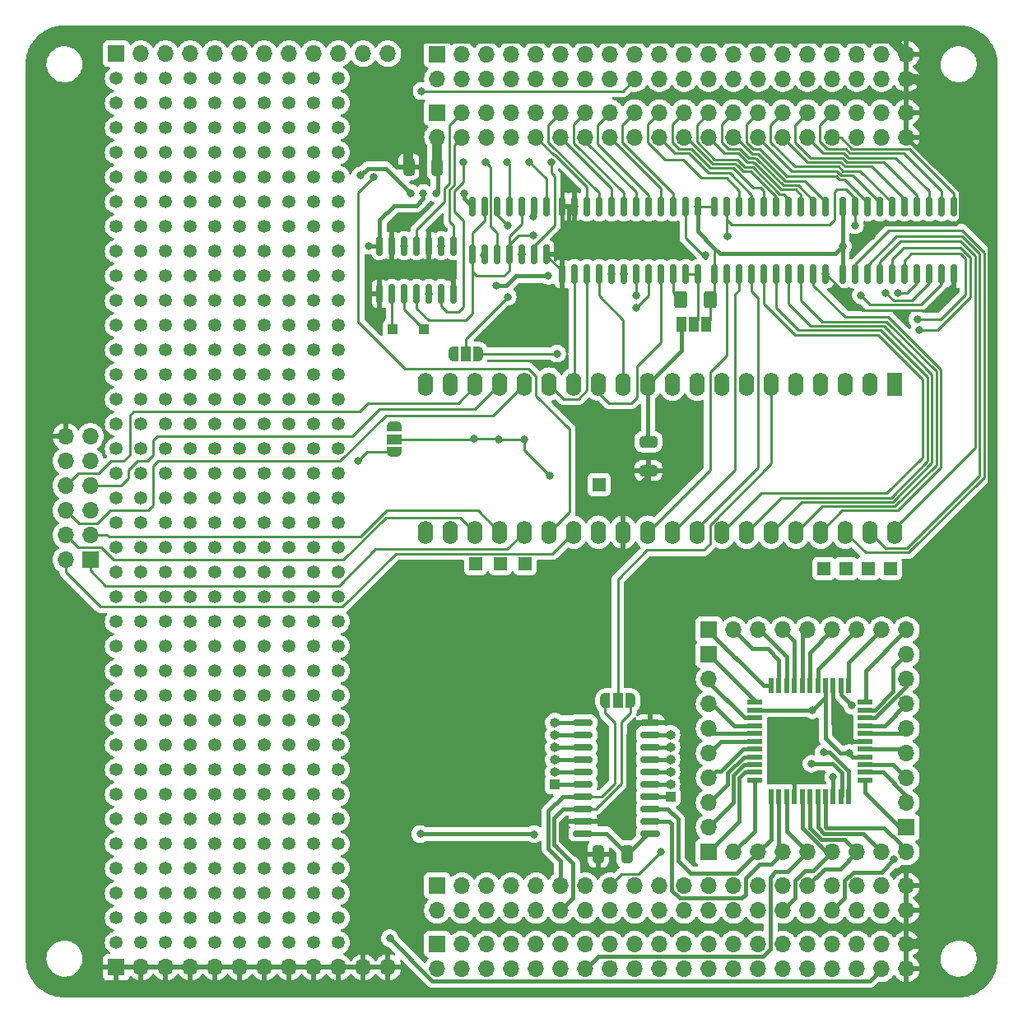
<source format=gbr>
%TF.GenerationSoftware,KiCad,Pcbnew,7.0.11-7.0.11~ubuntu20.04.1*%
%TF.CreationDate,2024-04-16T16:23:03+02:00*%
%TF.ProjectId,z80_schematics,7a38305f-7363-4686-956d-61746963732e,rev?*%
%TF.SameCoordinates,Original*%
%TF.FileFunction,Copper,L1,Top*%
%TF.FilePolarity,Positive*%
%FSLAX46Y46*%
G04 Gerber Fmt 4.6, Leading zero omitted, Abs format (unit mm)*
G04 Created by KiCad (PCBNEW 7.0.11-7.0.11~ubuntu20.04.1) date 2024-04-16 16:23:03*
%MOMM*%
%LPD*%
G01*
G04 APERTURE LIST*
G04 Aperture macros list*
%AMRoundRect*
0 Rectangle with rounded corners*
0 $1 Rounding radius*
0 $2 $3 $4 $5 $6 $7 $8 $9 X,Y pos of 4 corners*
0 Add a 4 corners polygon primitive as box body*
4,1,4,$2,$3,$4,$5,$6,$7,$8,$9,$2,$3,0*
0 Add four circle primitives for the rounded corners*
1,1,$1+$1,$2,$3*
1,1,$1+$1,$4,$5*
1,1,$1+$1,$6,$7*
1,1,$1+$1,$8,$9*
0 Add four rect primitives between the rounded corners*
20,1,$1+$1,$2,$3,$4,$5,0*
20,1,$1+$1,$4,$5,$6,$7,0*
20,1,$1+$1,$6,$7,$8,$9,0*
20,1,$1+$1,$8,$9,$2,$3,0*%
%AMFreePoly0*
4,1,19,0.550000,-0.750000,0.000000,-0.750000,0.000000,-0.744911,-0.071157,-0.744911,-0.207708,-0.704816,-0.327430,-0.627875,-0.420627,-0.520320,-0.479746,-0.390866,-0.500000,-0.250000,-0.500000,0.250000,-0.479746,0.390866,-0.420627,0.520320,-0.327430,0.627875,-0.207708,0.704816,-0.071157,0.744911,0.000000,0.744911,0.000000,0.750000,0.550000,0.750000,0.550000,-0.750000,0.550000,-0.750000,
$1*%
%AMFreePoly1*
4,1,19,0.000000,0.744911,0.071157,0.744911,0.207708,0.704816,0.327430,0.627875,0.420627,0.520320,0.479746,0.390866,0.500000,0.250000,0.500000,-0.250000,0.479746,-0.390866,0.420627,-0.520320,0.327430,-0.627875,0.207708,-0.704816,0.071157,-0.744911,0.000000,-0.744911,0.000000,-0.750000,-0.550000,-0.750000,-0.550000,0.750000,0.000000,0.750000,0.000000,0.744911,0.000000,0.744911,
$1*%
G04 Aperture macros list end*
%TA.AperFunction,ComponentPad*%
%ADD10R,1.350000X1.350000*%
%TD*%
%TA.AperFunction,SMDPad,CuDef*%
%ADD11R,1.000000X1.500000*%
%TD*%
%TA.AperFunction,ComponentPad*%
%ADD12R,1.700000X1.700000*%
%TD*%
%TA.AperFunction,ComponentPad*%
%ADD13O,1.700000X1.700000*%
%TD*%
%TA.AperFunction,SMDPad,CuDef*%
%ADD14FreePoly0,0.000000*%
%TD*%
%TA.AperFunction,SMDPad,CuDef*%
%ADD15FreePoly1,0.000000*%
%TD*%
%TA.AperFunction,ComponentPad*%
%ADD16C,1.350000*%
%TD*%
%TA.AperFunction,ComponentPad*%
%ADD17R,1.000000X1.000000*%
%TD*%
%TA.AperFunction,ComponentPad*%
%ADD18O,1.000000X1.000000*%
%TD*%
%TA.AperFunction,SMDPad,CuDef*%
%ADD19RoundRect,0.150000X0.150000X-0.837500X0.150000X0.837500X-0.150000X0.837500X-0.150000X-0.837500X0*%
%TD*%
%TA.AperFunction,SMDPad,CuDef*%
%ADD20RoundRect,0.250000X0.325000X0.650000X-0.325000X0.650000X-0.325000X-0.650000X0.325000X-0.650000X0*%
%TD*%
%TA.AperFunction,SMDPad,CuDef*%
%ADD21RoundRect,0.150000X0.837500X0.150000X-0.837500X0.150000X-0.837500X-0.150000X0.837500X-0.150000X0*%
%TD*%
%TA.AperFunction,SMDPad,CuDef*%
%ADD22FreePoly0,90.000000*%
%TD*%
%TA.AperFunction,SMDPad,CuDef*%
%ADD23R,1.500000X1.000000*%
%TD*%
%TA.AperFunction,SMDPad,CuDef*%
%ADD24FreePoly1,90.000000*%
%TD*%
%TA.AperFunction,ComponentPad*%
%ADD25R,1.600000X2.400000*%
%TD*%
%TA.AperFunction,ComponentPad*%
%ADD26O,1.600000X2.400000*%
%TD*%
%TA.AperFunction,SMDPad,CuDef*%
%ADD27RoundRect,0.250000X-0.650000X0.325000X-0.650000X-0.325000X0.650000X-0.325000X0.650000X0.325000X0*%
%TD*%
%TA.AperFunction,SMDPad,CuDef*%
%ADD28RoundRect,0.150000X0.150000X-0.825000X0.150000X0.825000X-0.150000X0.825000X-0.150000X-0.825000X0*%
%TD*%
%TA.AperFunction,SMDPad,CuDef*%
%ADD29RoundRect,0.250000X0.400000X0.625000X-0.400000X0.625000X-0.400000X-0.625000X0.400000X-0.625000X0*%
%TD*%
%TA.AperFunction,SMDPad,CuDef*%
%ADD30R,0.550000X1.500000*%
%TD*%
%TA.AperFunction,SMDPad,CuDef*%
%ADD31R,1.500000X0.550000*%
%TD*%
%TA.AperFunction,SMDPad,CuDef*%
%ADD32RoundRect,0.150000X-0.150000X0.837500X-0.150000X-0.837500X0.150000X-0.837500X0.150000X0.837500X0*%
%TD*%
%TA.AperFunction,ViaPad*%
%ADD33C,0.800000*%
%TD*%
%TA.AperFunction,Conductor*%
%ADD34C,0.250000*%
%TD*%
%TA.AperFunction,Conductor*%
%ADD35C,0.400000*%
%TD*%
%TA.AperFunction,Conductor*%
%ADD36C,1.000000*%
%TD*%
G04 APERTURE END LIST*
D10*
%TO.P,J9,1,Pin_1*%
%TO.N,/~{WAIT}*%
X146177000Y-100711000D03*
%TD*%
D11*
%TO.P,JP8,1,A*%
%TO.N,+5V*%
X164790600Y-76123800D03*
%TO.P,JP8,2,C*%
%TO.N,Net-(JP8-C)*%
X166090600Y-76123800D03*
%TO.P,JP8,3,B*%
%TO.N,/Buffers/VBuffer*%
X167390600Y-76123800D03*
%TD*%
D10*
%TO.P,J12,1,Pin_1*%
%TO.N,/~{BUSRQ}*%
X148717000Y-100711000D03*
%TD*%
D12*
%TO.P,J8,1,Pin_1*%
%TO.N,/~{BUSFREE}*%
X167640000Y-130389005D03*
D13*
%TO.P,J8,2,Pin_2*%
%TO.N,/~{RD}*%
X170180000Y-130389005D03*
%TO.P,J8,3,Pin_3*%
%TO.N,/PHI0_c*%
X172720000Y-130389005D03*
%TO.P,J8,4,Pin_4*%
%TO.N,/~{PHI0_c}*%
X175260000Y-130389005D03*
%TO.P,J8,5,Pin_5*%
%TO.N,/CLKF*%
X177800000Y-130389005D03*
%TO.P,J8,6,Pin_6*%
%TO.N,/MOSI*%
X180340000Y-130389005D03*
%TO.P,J8,7,Pin_7*%
%TO.N,/SCK*%
X182880000Y-130389005D03*
%TO.P,J8,8,Pin_8*%
%TO.N,/A15*%
X185420000Y-130389005D03*
%TO.P,J8,9,Pin_9*%
%TO.N,/A14*%
X187960000Y-130389005D03*
%TD*%
D14*
%TO.P,JP9,1,A*%
%TO.N,/PHI0*%
X156972000Y-114808000D03*
D11*
%TO.P,JP9,2,C*%
%TO.N,/CPUCLK*%
X158272000Y-114808000D03*
D15*
%TO.P,JP9,3,B*%
%TO.N,/~{PHI0}*%
X159572000Y-114808000D03*
%TD*%
D16*
%TO.P,J26,1,Pin_1*%
%TO.N,unconnected-(J26-Pin_1-Pad1)*%
X129540000Y-139700000D03*
%TO.P,J26,2,Pin_2*%
%TO.N,unconnected-(J26-Pin_2-Pad2)*%
X129540000Y-137160000D03*
%TO.P,J26,3,Pin_3*%
%TO.N,unconnected-(J26-Pin_3-Pad3)*%
X129540000Y-134620000D03*
%TO.P,J26,4,Pin_4*%
%TO.N,unconnected-(J26-Pin_4-Pad4)*%
X129540000Y-132080000D03*
%TO.P,J26,5,Pin_5*%
%TO.N,unconnected-(J26-Pin_5-Pad5)*%
X129540000Y-129540000D03*
%TO.P,J26,6,Pin_6*%
%TO.N,unconnected-(J26-Pin_6-Pad6)*%
X129540000Y-127000000D03*
%TO.P,J26,7,Pin_7*%
%TO.N,unconnected-(J26-Pin_7-Pad7)*%
X129540000Y-124460000D03*
%TO.P,J26,8,Pin_8*%
%TO.N,unconnected-(J26-Pin_8-Pad8)*%
X129540000Y-121920000D03*
%TO.P,J26,9,Pin_9*%
%TO.N,unconnected-(J26-Pin_9-Pad9)*%
X129540000Y-119380000D03*
%TO.P,J26,10,Pin_10*%
%TO.N,unconnected-(J26-Pin_10-Pad10)*%
X129540000Y-116840000D03*
%TO.P,J26,11,Pin_11*%
%TO.N,unconnected-(J26-Pin_11-Pad11)*%
X129540000Y-114300000D03*
%TO.P,J26,12,Pin_12*%
%TO.N,unconnected-(J26-Pin_12-Pad12)*%
X129540000Y-111760000D03*
%TO.P,J26,13,Pin_13*%
%TO.N,unconnected-(J26-Pin_13-Pad13)*%
X129540000Y-109220000D03*
%TO.P,J26,14,Pin_14*%
%TO.N,unconnected-(J26-Pin_14-Pad14)*%
X129540000Y-106680000D03*
%TO.P,J26,15,Pin_15*%
%TO.N,unconnected-(J26-Pin_15-Pad15)*%
X129540000Y-104140000D03*
%TO.P,J26,16,Pin_16*%
%TO.N,unconnected-(J26-Pin_16-Pad16)*%
X129540000Y-101600000D03*
%TO.P,J26,17,Pin_17*%
%TO.N,unconnected-(J26-Pin_17-Pad17)*%
X129540000Y-99060000D03*
%TO.P,J26,18,Pin_18*%
%TO.N,unconnected-(J26-Pin_18-Pad18)*%
X129540000Y-96520000D03*
%TO.P,J26,19,Pin_19*%
%TO.N,unconnected-(J26-Pin_19-Pad19)*%
X129540000Y-93980000D03*
%TO.P,J26,20,Pin_20*%
%TO.N,unconnected-(J26-Pin_20-Pad20)*%
X129540000Y-91440000D03*
%TO.P,J26,21,Pin_21*%
%TO.N,unconnected-(J26-Pin_21-Pad21)*%
X129540000Y-88900000D03*
%TO.P,J26,22,Pin_22*%
%TO.N,unconnected-(J26-Pin_22-Pad22)*%
X129540000Y-86360000D03*
%TO.P,J26,23,Pin_23*%
%TO.N,unconnected-(J26-Pin_23-Pad23)*%
X129540000Y-83820000D03*
%TO.P,J26,24,Pin_24*%
%TO.N,unconnected-(J26-Pin_24-Pad24)*%
X129540000Y-81280000D03*
%TO.P,J26,25,Pin_25*%
%TO.N,unconnected-(J26-Pin_25-Pad25)*%
X129540000Y-78740000D03*
%TO.P,J26,26,Pin_26*%
%TO.N,unconnected-(J26-Pin_26-Pad26)*%
X129540000Y-76200000D03*
%TO.P,J26,27,Pin_27*%
%TO.N,unconnected-(J26-Pin_27-Pad27)*%
X129540000Y-73660000D03*
%TO.P,J26,28,Pin_28*%
%TO.N,unconnected-(J26-Pin_28-Pad28)*%
X129540000Y-71120000D03*
%TO.P,J26,29,Pin_29*%
%TO.N,unconnected-(J26-Pin_29-Pad29)*%
X129540000Y-68580000D03*
%TO.P,J26,30,Pin_30*%
%TO.N,unconnected-(J26-Pin_30-Pad30)*%
X129540000Y-66040000D03*
%TO.P,J26,31,Pin_31*%
%TO.N,unconnected-(J26-Pin_31-Pad31)*%
X129540000Y-63500000D03*
%TO.P,J26,32,Pin_32*%
%TO.N,unconnected-(J26-Pin_32-Pad32)*%
X129540000Y-60960000D03*
%TO.P,J26,33,Pin_33*%
%TO.N,unconnected-(J26-Pin_33-Pad33)*%
X129540000Y-58420000D03*
%TO.P,J26,34,Pin_34*%
%TO.N,unconnected-(J26-Pin_34-Pad34)*%
X129540000Y-55880000D03*
%TO.P,J26,35,Pin_35*%
%TO.N,unconnected-(J26-Pin_35-Pad35)*%
X129540000Y-53340000D03*
%TO.P,J26,36,Pin_36*%
%TO.N,unconnected-(J26-Pin_36-Pad36)*%
X129540000Y-50800000D03*
%TO.P,J26,37,Pin_37*%
%TO.N,unconnected-(J26-Pin_37-Pad37)*%
X127000000Y-50800000D03*
%TO.P,J26,38,Pin_38*%
%TO.N,unconnected-(J26-Pin_38-Pad38)*%
X127000000Y-53340000D03*
%TO.P,J26,39,Pin_39*%
%TO.N,unconnected-(J26-Pin_39-Pad39)*%
X127000000Y-55880000D03*
%TO.P,J26,40,Pin_40*%
%TO.N,unconnected-(J26-Pin_40-Pad40)*%
X127000000Y-58420000D03*
%TO.P,J26,41,Pin_41*%
%TO.N,unconnected-(J26-Pin_41-Pad41)*%
X127000000Y-60960000D03*
%TO.P,J26,42,Pin_42*%
%TO.N,unconnected-(J26-Pin_42-Pad42)*%
X127000000Y-63500000D03*
%TO.P,J26,43,Pin_43*%
%TO.N,unconnected-(J26-Pin_43-Pad43)*%
X127000000Y-66040000D03*
%TO.P,J26,44,Pin_44*%
%TO.N,unconnected-(J26-Pin_44-Pad44)*%
X127000000Y-68580000D03*
%TO.P,J26,45,Pin_45*%
%TO.N,unconnected-(J26-Pin_45-Pad45)*%
X127000000Y-71120000D03*
%TO.P,J26,46,Pin_46*%
%TO.N,unconnected-(J26-Pin_46-Pad46)*%
X127000000Y-73660000D03*
%TO.P,J26,47,Pin_47*%
%TO.N,unconnected-(J26-Pin_47-Pad47)*%
X127000000Y-76200000D03*
%TO.P,J26,48,Pin_48*%
%TO.N,unconnected-(J26-Pin_48-Pad48)*%
X127000000Y-78740000D03*
%TO.P,J26,49,Pin_49*%
%TO.N,unconnected-(J26-Pin_49-Pad49)*%
X127000000Y-81280000D03*
%TO.P,J26,50,Pin_50*%
%TO.N,unconnected-(J26-Pin_50-Pad50)*%
X127000000Y-83820000D03*
%TO.P,J26,51,Pin_51*%
%TO.N,unconnected-(J26-Pin_51-Pad51)*%
X127000000Y-86360000D03*
%TO.P,J26,52,Pin_52*%
%TO.N,unconnected-(J26-Pin_52-Pad52)*%
X127000000Y-88900000D03*
%TO.P,J26,53,Pin_53*%
%TO.N,unconnected-(J26-Pin_53-Pad53)*%
X127000000Y-91440000D03*
%TO.P,J26,54,Pin_54*%
%TO.N,unconnected-(J26-Pin_54-Pad54)*%
X127000000Y-93980000D03*
%TO.P,J26,55,Pin_55*%
%TO.N,unconnected-(J26-Pin_55-Pad55)*%
X127000000Y-96520000D03*
%TO.P,J26,56,Pin_56*%
%TO.N,unconnected-(J26-Pin_56-Pad56)*%
X127000000Y-99060000D03*
%TO.P,J26,57,Pin_57*%
%TO.N,unconnected-(J26-Pin_57-Pad57)*%
X127000000Y-101600000D03*
%TO.P,J26,58,Pin_58*%
%TO.N,unconnected-(J26-Pin_58-Pad58)*%
X127000000Y-104140000D03*
%TO.P,J26,59,Pin_59*%
%TO.N,unconnected-(J26-Pin_59-Pad59)*%
X127000000Y-106680000D03*
%TO.P,J26,60,Pin_60*%
%TO.N,unconnected-(J26-Pin_60-Pad60)*%
X127000000Y-109220000D03*
%TO.P,J26,61,Pin_61*%
%TO.N,unconnected-(J26-Pin_61-Pad61)*%
X127000000Y-111760000D03*
%TO.P,J26,62,Pin_62*%
%TO.N,unconnected-(J26-Pin_62-Pad62)*%
X127000000Y-114300000D03*
%TO.P,J26,63,Pin_63*%
%TO.N,unconnected-(J26-Pin_63-Pad63)*%
X127000000Y-116840000D03*
%TO.P,J26,64,Pin_64*%
%TO.N,unconnected-(J26-Pin_64-Pad64)*%
X127000000Y-119380000D03*
%TO.P,J26,65,Pin_65*%
%TO.N,unconnected-(J26-Pin_65-Pad65)*%
X127000000Y-121920000D03*
%TO.P,J26,66,Pin_66*%
%TO.N,unconnected-(J26-Pin_66-Pad66)*%
X127000000Y-124460000D03*
%TO.P,J26,67,Pin_67*%
%TO.N,unconnected-(J26-Pin_67-Pad67)*%
X127000000Y-127000000D03*
%TO.P,J26,68,Pin_68*%
%TO.N,unconnected-(J26-Pin_68-Pad68)*%
X127000000Y-129540000D03*
%TO.P,J26,69,Pin_69*%
%TO.N,unconnected-(J26-Pin_69-Pad69)*%
X127000000Y-132080000D03*
%TO.P,J26,70,Pin_70*%
%TO.N,unconnected-(J26-Pin_70-Pad70)*%
X127000000Y-134620000D03*
%TO.P,J26,71,Pin_71*%
%TO.N,unconnected-(J26-Pin_71-Pad71)*%
X127000000Y-137160000D03*
%TO.P,J26,72,Pin_72*%
%TO.N,unconnected-(J26-Pin_72-Pad72)*%
X127000000Y-139700000D03*
%TD*%
D12*
%TO.P,J1,1,Pin_1*%
%TO.N,+5V*%
X139700000Y-48303005D03*
D13*
%TO.P,J1,2,Pin_2*%
X139700000Y-50843005D03*
%TO.P,J1,3,Pin_3*%
%TO.N,/PH1*%
X142240000Y-48303005D03*
%TO.P,J1,4,Pin_4*%
%TO.N,/PH2*%
X142240000Y-50843005D03*
%TO.P,J1,5,Pin_5*%
%TO.N,/~{IORD}*%
X144780000Y-48303005D03*
%TO.P,J1,6,Pin_6*%
%TO.N,/R{slash}~{W}_e*%
X144780000Y-50843005D03*
%TO.P,J1,7,Pin_7*%
%TO.N,/~{MRD}*%
X147320000Y-48303005D03*
%TO.P,J1,8,Pin_8*%
%TO.N,/~{MWR}*%
X147320000Y-50843005D03*
%TO.P,J1,9,Pin_9*%
%TO.N,/~{IOWR}*%
X149860000Y-48303005D03*
%TO.P,J1,10,Pin_10*%
%TO.N,/D0*%
X149860000Y-50843005D03*
%TO.P,J1,11,Pin_11*%
%TO.N,/D1*%
X152400000Y-48303005D03*
%TO.P,J1,12,Pin_12*%
%TO.N,/D2*%
X152400000Y-50843005D03*
%TO.P,J1,13,Pin_13*%
%TO.N,/D3*%
X154940000Y-48303005D03*
%TO.P,J1,14,Pin_14*%
%TO.N,/D4*%
X154940000Y-50843005D03*
%TO.P,J1,15,Pin_15*%
%TO.N,/D5*%
X157480000Y-48303005D03*
%TO.P,J1,16,Pin_16*%
%TO.N,/D6*%
X157480000Y-50843005D03*
%TO.P,J1,17,Pin_17*%
%TO.N,/D7*%
X160020000Y-48303005D03*
%TO.P,J1,18,Pin_18*%
%TO.N,/~{RST}*%
X160020000Y-50843005D03*
%TO.P,J1,19,Pin_19*%
%TO.N,/A0*%
X162560000Y-48303005D03*
%TO.P,J1,20,Pin_20*%
%TO.N,/A1*%
X162560000Y-50843005D03*
%TO.P,J1,21,Pin_21*%
%TO.N,/A2*%
X165100000Y-48303005D03*
%TO.P,J1,22,Pin_22*%
%TO.N,/A3*%
X165100000Y-50843005D03*
%TO.P,J1,23,Pin_23*%
%TO.N,/A4*%
X167640000Y-48303005D03*
%TO.P,J1,24,Pin_24*%
%TO.N,/A5*%
X167640000Y-50843005D03*
%TO.P,J1,25,Pin_25*%
%TO.N,/A6*%
X170180000Y-48303005D03*
%TO.P,J1,26,Pin_26*%
%TO.N,/A7*%
X170180000Y-50843005D03*
%TO.P,J1,27,Pin_27*%
%TO.N,/A8*%
X172720000Y-48303005D03*
%TO.P,J1,28,Pin_28*%
%TO.N,/A9*%
X172720000Y-50843005D03*
%TO.P,J1,29,Pin_29*%
%TO.N,/A10*%
X175260000Y-48303005D03*
%TO.P,J1,30,Pin_30*%
%TO.N,/A11*%
X175260000Y-50843005D03*
%TO.P,J1,31,Pin_31*%
%TO.N,/A12*%
X177800000Y-48303005D03*
%TO.P,J1,32,Pin_32*%
%TO.N,/A13*%
X177800000Y-50843005D03*
%TO.P,J1,33,Pin_33*%
%TO.N,/A14*%
X180340000Y-48303005D03*
%TO.P,J1,34,Pin_34*%
%TO.N,/A15*%
X180340000Y-50843005D03*
%TO.P,J1,35,Pin_35*%
%TO.N,/Bus/A16*%
X182880000Y-48303005D03*
%TO.P,J1,36,Pin_36*%
%TO.N,/Bus/A17*%
X182880000Y-50843005D03*
%TO.P,J1,37,Pin_37*%
%TO.N,/Bus/A18*%
X185420000Y-48303005D03*
%TO.P,J1,38,Pin_38*%
%TO.N,/Bus/A19*%
X185420000Y-50843005D03*
%TO.P,J1,39,Pin_39*%
%TO.N,GND*%
X187960000Y-48303005D03*
%TO.P,J1,40,Pin_40*%
X187960000Y-50843005D03*
%TD*%
D10*
%TO.P,J13,1,Pin_1*%
%TO.N,/~{BUSACK}*%
X143637000Y-100711000D03*
%TD*%
D17*
%TO.P,J11,1,Pin_1*%
%TO.N,Net-(J11-Pin_1)*%
X135128000Y-76581000D03*
%TD*%
%TO.P,J31,1,Pin_1*%
%TO.N,Net-(J31-Pin_1)*%
X163677600Y-124663200D03*
D18*
%TO.P,J31,2,Pin_2*%
%TO.N,Net-(J31-Pin_2)*%
X163677600Y-123393200D03*
%TO.P,J31,3,Pin_3*%
%TO.N,Net-(J31-Pin_3)*%
X163677600Y-122123200D03*
%TO.P,J31,4,Pin_4*%
%TO.N,Net-(J31-Pin_4)*%
X163677600Y-120853200D03*
%TO.P,J31,5,Pin_5*%
%TO.N,Net-(J31-Pin_5)*%
X163677600Y-119583200D03*
%TO.P,J31,6,Pin_6*%
%TO.N,Net-(J31-Pin_6)*%
X163677600Y-118313200D03*
%TD*%
D19*
%TO.P,U3,1,A->B*%
%TO.N,/Buffers/VBuffer*%
X181393172Y-70902223D03*
%TO.P,U3,2,A0*%
%TO.N,/CA8*%
X182663172Y-70902223D03*
%TO.P,U3,3,A1*%
%TO.N,/CA9*%
X183933172Y-70902223D03*
%TO.P,U3,4,A2*%
%TO.N,/CA10*%
X185203172Y-70902223D03*
%TO.P,U3,5,A3*%
%TO.N,/CA11*%
X186473172Y-70902223D03*
%TO.P,U3,6,A4*%
%TO.N,/CA12*%
X187743172Y-70902223D03*
%TO.P,U3,7,A5*%
%TO.N,/CA13*%
X189013172Y-70902223D03*
%TO.P,U3,8,A6*%
%TO.N,/CA14*%
X190283172Y-70902223D03*
%TO.P,U3,9,A7*%
%TO.N,/CA15*%
X191553172Y-70902223D03*
%TO.P,U3,10,GND*%
%TO.N,GND*%
X192823172Y-70902223D03*
%TO.P,U3,11,B7*%
%TO.N,/A15*%
X192823172Y-63977223D03*
%TO.P,U3,12,B6*%
%TO.N,/A14*%
X191553172Y-63977223D03*
%TO.P,U3,13,B5*%
%TO.N,/A13*%
X190283172Y-63977223D03*
%TO.P,U3,14,B4*%
%TO.N,/A12*%
X189013172Y-63977223D03*
%TO.P,U3,15,B3*%
%TO.N,/A11*%
X187743172Y-63977223D03*
%TO.P,U3,16,B2*%
%TO.N,/A10*%
X186473172Y-63977223D03*
%TO.P,U3,17,B1*%
%TO.N,/A9*%
X185203172Y-63977223D03*
%TO.P,U3,18,B0*%
%TO.N,/A8*%
X183933172Y-63977223D03*
%TO.P,U3,19,CE*%
%TO.N,/~{AOE}*%
X182663172Y-63977223D03*
%TO.P,U3,20,VCC*%
%TO.N,/Buffers/VBuffer*%
X181393172Y-63977223D03*
%TD*%
D12*
%TO.P,J5,1,Pin_1*%
%TO.N,/~{M1}*%
X167640000Y-107529005D03*
D13*
%TO.P,J5,2,Pin_2*%
%TO.N,/~{MRDc}*%
X170180000Y-107529005D03*
%TO.P,J5,3,Pin_3*%
%TO.N,/~{IORDc}*%
X172720000Y-107529005D03*
%TO.P,J5,4,Pin_4*%
%TO.N,/~{MWRc}*%
X175260000Y-107529005D03*
%TO.P,J5,5,Pin_5*%
%TO.N,/~{DOE}*%
X177800000Y-107529005D03*
%TO.P,J5,6,Pin_6*%
%TO.N,/DDIR*%
X180340000Y-107529005D03*
%TO.P,J5,7,Pin_7*%
%TO.N,/~{AOE}*%
X182880000Y-107529005D03*
%TO.P,J5,8,Pin_8*%
%TO.N,/A4*%
X185420000Y-107529005D03*
%TO.P,J5,9,Pin_9*%
%TO.N,/A5*%
X187960000Y-107529005D03*
%TD*%
D12*
%TO.P,J4,1,Pin_1*%
%TO.N,+5V*%
X139700000Y-133849005D03*
D13*
%TO.P,J4,2,Pin_2*%
X139700000Y-136389005D03*
%TO.P,J4,3,Pin_3*%
%TO.N,/RX2*%
X142240000Y-133849005D03*
%TO.P,J4,4,Pin_4*%
%TO.N,/TX2*%
X142240000Y-136389005D03*
%TO.P,J4,5,Pin_5*%
%TO.N,/RX3*%
X144780000Y-133849005D03*
%TO.P,J4,6,Pin_6*%
%TO.N,/TX3*%
X144780000Y-136389005D03*
%TO.P,J4,7,Pin_7*%
%TO.N,/RES0*%
X147320000Y-133849005D03*
%TO.P,J4,8,Pin_8*%
%TO.N,/TX1*%
X147320000Y-136389005D03*
%TO.P,J4,9,Pin_9*%
%TO.N,/RES1*%
X149860000Y-133849005D03*
%TO.P,J4,10,Pin_10*%
%TO.N,/RX1*%
X149860000Y-136389005D03*
%TO.P,J4,11,Pin_11*%
%TO.N,/PHI0*%
X152400000Y-133849005D03*
%TO.P,J4,12,Pin_12*%
%TO.N,/~{PHI0}*%
X152400000Y-136389005D03*
%TO.P,J4,13,Pin_13*%
%TO.N,/CLKS*%
X154940000Y-133849005D03*
%TO.P,J4,14,Pin_14*%
%TO.N,/CLKF*%
X154940000Y-136389005D03*
%TO.P,J4,15,Pin_15*%
%TO.N,/~{BUSFREE}*%
X157480000Y-133849005D03*
%TO.P,J4,16,Pin_16*%
%TO.N,/~{RAMWE13}*%
X157480000Y-136389005D03*
%TO.P,J4,17,Pin_17*%
%TO.N,/~{RAMWE12}*%
X160020000Y-133849005D03*
%TO.P,J4,18,Pin_18*%
%TO.N,/~{RAMWE11}*%
X160020000Y-136389005D03*
%TO.P,J4,19,Pin_19*%
%TO.N,/~{RAMWE10}*%
X162560000Y-133849005D03*
%TO.P,J4,20,Pin_20*%
%TO.N,/~{RAMWE9}*%
X162560000Y-136389005D03*
%TO.P,J4,21,Pin_21*%
%TO.N,/~{RAMWE8}*%
X165100000Y-133849005D03*
%TO.P,J4,22,Pin_22*%
%TO.N,/~{RAMWE7}*%
X165100000Y-136389005D03*
%TO.P,J4,23,Pin_23*%
%TO.N,/~{RAMWE6}*%
X167640000Y-133849005D03*
%TO.P,J4,24,Pin_24*%
%TO.N,/~{RAMWE5}*%
X167640000Y-136389005D03*
%TO.P,J4,25,Pin_25*%
%TO.N,/~{RAMWE4}*%
X170180000Y-133849005D03*
%TO.P,J4,26,Pin_26*%
%TO.N,/~{RAMWE3}*%
X170180000Y-136389005D03*
%TO.P,J4,27,Pin_27*%
%TO.N,/~{RAMWE2}*%
X172720000Y-133849005D03*
%TO.P,J4,28,Pin_28*%
%TO.N,/~{RAMWE1}*%
X172720000Y-136389005D03*
%TO.P,J4,29,Pin_29*%
%TO.N,/~{RAMWE0}*%
X175260000Y-133849005D03*
%TO.P,J4,30,Pin_30*%
%TO.N,/MOSI*%
X175260000Y-136389005D03*
%TO.P,J4,31,Pin_31*%
%TO.N,/SCK*%
X177800000Y-133849005D03*
%TO.P,J4,32,Pin_32*%
%TO.N,/Bus/TDRTN*%
X177800000Y-136389005D03*
%TO.P,J4,33,Pin_33*%
%TO.N,/TMS*%
X180340000Y-133849005D03*
%TO.P,J4,34,Pin_34*%
%TO.N,/TDO*%
X180340000Y-136389005D03*
%TO.P,J4,35,Pin_35*%
%TO.N,/TCK*%
X182880000Y-133849005D03*
%TO.P,J4,36,Pin_36*%
%TO.N,/TDI*%
X182880000Y-136389005D03*
%TO.P,J4,37,Pin_37*%
%TO.N,+3V3*%
X185420000Y-133849005D03*
%TO.P,J4,38,Pin_38*%
X185420000Y-136389005D03*
%TO.P,J4,39,Pin_39*%
%TO.N,GND*%
X187960000Y-133849005D03*
%TO.P,J4,40,Pin_40*%
X187960000Y-136389005D03*
%TD*%
D20*
%TO.P,C4,1*%
%TO.N,/Buffers/VBuffer*%
X159210800Y-130606800D03*
%TO.P,C4,2*%
%TO.N,GND*%
X156260800Y-130606800D03*
%TD*%
D16*
%TO.P,J24,1,Pin_1*%
%TO.N,unconnected-(J24-Pin_1-Pad1)*%
X119380000Y-139700000D03*
%TO.P,J24,2,Pin_2*%
%TO.N,unconnected-(J24-Pin_2-Pad2)*%
X119380000Y-137160000D03*
%TO.P,J24,3,Pin_3*%
%TO.N,unconnected-(J24-Pin_3-Pad3)*%
X119380000Y-134620000D03*
%TO.P,J24,4,Pin_4*%
%TO.N,unconnected-(J24-Pin_4-Pad4)*%
X119380000Y-132080000D03*
%TO.P,J24,5,Pin_5*%
%TO.N,unconnected-(J24-Pin_5-Pad5)*%
X119380000Y-129540000D03*
%TO.P,J24,6,Pin_6*%
%TO.N,unconnected-(J24-Pin_6-Pad6)*%
X119380000Y-127000000D03*
%TO.P,J24,7,Pin_7*%
%TO.N,unconnected-(J24-Pin_7-Pad7)*%
X119380000Y-124460000D03*
%TO.P,J24,8,Pin_8*%
%TO.N,unconnected-(J24-Pin_8-Pad8)*%
X119380000Y-121920000D03*
%TO.P,J24,9,Pin_9*%
%TO.N,unconnected-(J24-Pin_9-Pad9)*%
X119380000Y-119380000D03*
%TO.P,J24,10,Pin_10*%
%TO.N,unconnected-(J24-Pin_10-Pad10)*%
X119380000Y-116840000D03*
%TO.P,J24,11,Pin_11*%
%TO.N,unconnected-(J24-Pin_11-Pad11)*%
X119380000Y-114300000D03*
%TO.P,J24,12,Pin_12*%
%TO.N,unconnected-(J24-Pin_12-Pad12)*%
X119380000Y-111760000D03*
%TO.P,J24,13,Pin_13*%
%TO.N,unconnected-(J24-Pin_13-Pad13)*%
X119380000Y-109220000D03*
%TO.P,J24,14,Pin_14*%
%TO.N,unconnected-(J24-Pin_14-Pad14)*%
X119380000Y-106680000D03*
%TO.P,J24,15,Pin_15*%
%TO.N,unconnected-(J24-Pin_15-Pad15)*%
X119380000Y-104140000D03*
%TO.P,J24,16,Pin_16*%
%TO.N,unconnected-(J24-Pin_16-Pad16)*%
X119380000Y-101600000D03*
%TO.P,J24,17,Pin_17*%
%TO.N,unconnected-(J24-Pin_17-Pad17)*%
X119380000Y-99060000D03*
%TO.P,J24,18,Pin_18*%
%TO.N,unconnected-(J24-Pin_18-Pad18)*%
X119380000Y-96520000D03*
%TO.P,J24,19,Pin_19*%
%TO.N,unconnected-(J24-Pin_19-Pad19)*%
X119380000Y-93980000D03*
%TO.P,J24,20,Pin_20*%
%TO.N,unconnected-(J24-Pin_20-Pad20)*%
X119380000Y-91440000D03*
%TO.P,J24,21,Pin_21*%
%TO.N,unconnected-(J24-Pin_21-Pad21)*%
X119380000Y-88900000D03*
%TO.P,J24,22,Pin_22*%
%TO.N,unconnected-(J24-Pin_22-Pad22)*%
X119380000Y-86360000D03*
%TO.P,J24,23,Pin_23*%
%TO.N,unconnected-(J24-Pin_23-Pad23)*%
X119380000Y-83820000D03*
%TO.P,J24,24,Pin_24*%
%TO.N,unconnected-(J24-Pin_24-Pad24)*%
X119380000Y-81280000D03*
%TO.P,J24,25,Pin_25*%
%TO.N,unconnected-(J24-Pin_25-Pad25)*%
X119380000Y-78740000D03*
%TO.P,J24,26,Pin_26*%
%TO.N,unconnected-(J24-Pin_26-Pad26)*%
X119380000Y-76200000D03*
%TO.P,J24,27,Pin_27*%
%TO.N,unconnected-(J24-Pin_27-Pad27)*%
X119380000Y-73660000D03*
%TO.P,J24,28,Pin_28*%
%TO.N,unconnected-(J24-Pin_28-Pad28)*%
X119380000Y-71120000D03*
%TO.P,J24,29,Pin_29*%
%TO.N,unconnected-(J24-Pin_29-Pad29)*%
X119380000Y-68580000D03*
%TO.P,J24,30,Pin_30*%
%TO.N,unconnected-(J24-Pin_30-Pad30)*%
X119380000Y-66040000D03*
%TO.P,J24,31,Pin_31*%
%TO.N,unconnected-(J24-Pin_31-Pad31)*%
X119380000Y-63500000D03*
%TO.P,J24,32,Pin_32*%
%TO.N,unconnected-(J24-Pin_32-Pad32)*%
X119380000Y-60960000D03*
%TO.P,J24,33,Pin_33*%
%TO.N,unconnected-(J24-Pin_33-Pad33)*%
X119380000Y-58420000D03*
%TO.P,J24,34,Pin_34*%
%TO.N,unconnected-(J24-Pin_34-Pad34)*%
X119380000Y-55880000D03*
%TO.P,J24,35,Pin_35*%
%TO.N,unconnected-(J24-Pin_35-Pad35)*%
X119380000Y-53340000D03*
%TO.P,J24,36,Pin_36*%
%TO.N,unconnected-(J24-Pin_36-Pad36)*%
X119380000Y-50800000D03*
%TO.P,J24,37,Pin_37*%
%TO.N,unconnected-(J24-Pin_37-Pad37)*%
X116840000Y-50800000D03*
%TO.P,J24,38,Pin_38*%
%TO.N,unconnected-(J24-Pin_38-Pad38)*%
X116840000Y-53340000D03*
%TO.P,J24,39,Pin_39*%
%TO.N,unconnected-(J24-Pin_39-Pad39)*%
X116840000Y-55880000D03*
%TO.P,J24,40,Pin_40*%
%TO.N,unconnected-(J24-Pin_40-Pad40)*%
X116840000Y-58420000D03*
%TO.P,J24,41,Pin_41*%
%TO.N,unconnected-(J24-Pin_41-Pad41)*%
X116840000Y-60960000D03*
%TO.P,J24,42,Pin_42*%
%TO.N,unconnected-(J24-Pin_42-Pad42)*%
X116840000Y-63500000D03*
%TO.P,J24,43,Pin_43*%
%TO.N,unconnected-(J24-Pin_43-Pad43)*%
X116840000Y-66040000D03*
%TO.P,J24,44,Pin_44*%
%TO.N,unconnected-(J24-Pin_44-Pad44)*%
X116840000Y-68580000D03*
%TO.P,J24,45,Pin_45*%
%TO.N,unconnected-(J24-Pin_45-Pad45)*%
X116840000Y-71120000D03*
%TO.P,J24,46,Pin_46*%
%TO.N,unconnected-(J24-Pin_46-Pad46)*%
X116840000Y-73660000D03*
%TO.P,J24,47,Pin_47*%
%TO.N,unconnected-(J24-Pin_47-Pad47)*%
X116840000Y-76200000D03*
%TO.P,J24,48,Pin_48*%
%TO.N,unconnected-(J24-Pin_48-Pad48)*%
X116840000Y-78740000D03*
%TO.P,J24,49,Pin_49*%
%TO.N,unconnected-(J24-Pin_49-Pad49)*%
X116840000Y-81280000D03*
%TO.P,J24,50,Pin_50*%
%TO.N,unconnected-(J24-Pin_50-Pad50)*%
X116840000Y-83820000D03*
%TO.P,J24,51,Pin_51*%
%TO.N,unconnected-(J24-Pin_51-Pad51)*%
X116840000Y-86360000D03*
%TO.P,J24,52,Pin_52*%
%TO.N,unconnected-(J24-Pin_52-Pad52)*%
X116840000Y-88900000D03*
%TO.P,J24,53,Pin_53*%
%TO.N,unconnected-(J24-Pin_53-Pad53)*%
X116840000Y-91440000D03*
%TO.P,J24,54,Pin_54*%
%TO.N,unconnected-(J24-Pin_54-Pad54)*%
X116840000Y-93980000D03*
%TO.P,J24,55,Pin_55*%
%TO.N,unconnected-(J24-Pin_55-Pad55)*%
X116840000Y-96520000D03*
%TO.P,J24,56,Pin_56*%
%TO.N,unconnected-(J24-Pin_56-Pad56)*%
X116840000Y-99060000D03*
%TO.P,J24,57,Pin_57*%
%TO.N,unconnected-(J24-Pin_57-Pad57)*%
X116840000Y-101600000D03*
%TO.P,J24,58,Pin_58*%
%TO.N,unconnected-(J24-Pin_58-Pad58)*%
X116840000Y-104140000D03*
%TO.P,J24,59,Pin_59*%
%TO.N,unconnected-(J24-Pin_59-Pad59)*%
X116840000Y-106680000D03*
%TO.P,J24,60,Pin_60*%
%TO.N,unconnected-(J24-Pin_60-Pad60)*%
X116840000Y-109220000D03*
%TO.P,J24,61,Pin_61*%
%TO.N,unconnected-(J24-Pin_61-Pad61)*%
X116840000Y-111760000D03*
%TO.P,J24,62,Pin_62*%
%TO.N,unconnected-(J24-Pin_62-Pad62)*%
X116840000Y-114300000D03*
%TO.P,J24,63,Pin_63*%
%TO.N,unconnected-(J24-Pin_63-Pad63)*%
X116840000Y-116840000D03*
%TO.P,J24,64,Pin_64*%
%TO.N,unconnected-(J24-Pin_64-Pad64)*%
X116840000Y-119380000D03*
%TO.P,J24,65,Pin_65*%
%TO.N,unconnected-(J24-Pin_65-Pad65)*%
X116840000Y-121920000D03*
%TO.P,J24,66,Pin_66*%
%TO.N,unconnected-(J24-Pin_66-Pad66)*%
X116840000Y-124460000D03*
%TO.P,J24,67,Pin_67*%
%TO.N,unconnected-(J24-Pin_67-Pad67)*%
X116840000Y-127000000D03*
%TO.P,J24,68,Pin_68*%
%TO.N,unconnected-(J24-Pin_68-Pad68)*%
X116840000Y-129540000D03*
%TO.P,J24,69,Pin_69*%
%TO.N,unconnected-(J24-Pin_69-Pad69)*%
X116840000Y-132080000D03*
%TO.P,J24,70,Pin_70*%
%TO.N,unconnected-(J24-Pin_70-Pad70)*%
X116840000Y-134620000D03*
%TO.P,J24,71,Pin_71*%
%TO.N,unconnected-(J24-Pin_71-Pad71)*%
X116840000Y-137160000D03*
%TO.P,J24,72,Pin_72*%
%TO.N,unconnected-(J24-Pin_72-Pad72)*%
X116840000Y-139700000D03*
%TD*%
D10*
%TO.P,J32,1,Pin_1*%
%TO.N,Net-(J32-Pin_1)*%
X156337000Y-92583000D03*
%TD*%
D21*
%TO.P,U21,1,A->B*%
%TO.N,/Buffers/VBuffer*%
X161611000Y-128473200D03*
%TO.P,U21,2,A0*%
%TO.N,/~{PHI0_c}*%
X161611000Y-127203200D03*
%TO.P,U21,3,A1*%
%TO.N,/PHI0_c*%
X161611000Y-125933200D03*
%TO.P,U21,4,A2*%
%TO.N,Net-(J31-Pin_1)*%
X161611000Y-124663200D03*
%TO.P,U21,5,A3*%
%TO.N,Net-(J31-Pin_2)*%
X161611000Y-123393200D03*
%TO.P,U21,6,A4*%
%TO.N,Net-(J31-Pin_3)*%
X161611000Y-122123200D03*
%TO.P,U21,7,A5*%
%TO.N,Net-(J31-Pin_4)*%
X161611000Y-120853200D03*
%TO.P,U21,8,A6*%
%TO.N,Net-(J31-Pin_5)*%
X161611000Y-119583200D03*
%TO.P,U21,9,A7*%
%TO.N,Net-(J31-Pin_6)*%
X161611000Y-118313200D03*
%TO.P,U21,10,GND*%
%TO.N,GND*%
X161611000Y-117043200D03*
%TO.P,U21,11,B7*%
%TO.N,Net-(J30-Pin_6)*%
X154686000Y-117043200D03*
%TO.P,U21,12,B6*%
%TO.N,Net-(J30-Pin_5)*%
X154686000Y-118313200D03*
%TO.P,U21,13,B5*%
%TO.N,Net-(J30-Pin_4)*%
X154686000Y-119583200D03*
%TO.P,U21,14,B4*%
%TO.N,Net-(J30-Pin_3)*%
X154686000Y-120853200D03*
%TO.P,U21,15,B3*%
%TO.N,Net-(J30-Pin_2)*%
X154686000Y-122123200D03*
%TO.P,U21,16,B2*%
%TO.N,Net-(J30-Pin_1)*%
X154686000Y-123393200D03*
%TO.P,U21,17,B1*%
%TO.N,/PHI0*%
X154686000Y-124663200D03*
%TO.P,U21,18,B0*%
%TO.N,/~{PHI0}*%
X154686000Y-125933200D03*
%TO.P,U21,19,CE*%
%TO.N,GND*%
X154686000Y-127203200D03*
%TO.P,U21,20,VCC*%
%TO.N,/Buffers/VBuffer*%
X154686000Y-128473200D03*
%TD*%
D22*
%TO.P,JP10,1,A*%
%TO.N,+3V3*%
X135255000Y-89214000D03*
D23*
%TO.P,JP10,2,C*%
%TO.N,Net-(JP10-C)*%
X135255000Y-87914000D03*
D24*
%TO.P,JP10,3,B*%
%TO.N,+5V*%
X135255000Y-86614000D03*
%TD*%
D25*
%TO.P,U10,1,A11*%
%TO.N,/CA11*%
X186760000Y-82250000D03*
D26*
%TO.P,U10,2,A12*%
%TO.N,/CA12*%
X184220000Y-82250000D03*
%TO.P,U10,3,A13*%
%TO.N,/CA13*%
X181680000Y-82250000D03*
%TO.P,U10,4,A14*%
%TO.N,/CA14*%
X179140000Y-82250000D03*
%TO.P,U10,5,A15*%
%TO.N,/CA15*%
X176600000Y-82250000D03*
%TO.P,U10,6,~{CLK}*%
%TO.N,/CPUCLK*%
X174060000Y-82250000D03*
%TO.P,U10,7,D4*%
%TO.N,/CD4*%
X171520000Y-82250000D03*
%TO.P,U10,8,D3*%
%TO.N,/CD3*%
X168980000Y-82250000D03*
%TO.P,U10,9,D5*%
%TO.N,/CD5*%
X166440000Y-82250000D03*
%TO.P,U10,10,D6*%
%TO.N,/CD6*%
X163900000Y-82250000D03*
%TO.P,U10,11,VCC*%
%TO.N,+5V*%
X161360000Y-82250000D03*
%TO.P,U10,12,D2*%
%TO.N,/CD2*%
X158820000Y-82250000D03*
%TO.P,U10,13,D7*%
%TO.N,/CD7*%
X156280000Y-82250000D03*
%TO.P,U10,14,D0*%
%TO.N,/CD0*%
X153740000Y-82250000D03*
%TO.P,U10,15,D1*%
%TO.N,/CD1*%
X151200000Y-82250000D03*
%TO.P,U10,16,~{INT}*%
%TO.N,/~{IRQ}*%
X148660000Y-82250000D03*
%TO.P,U10,17,~{NMI}*%
%TO.N,/~{NMI}*%
X146120000Y-82250000D03*
%TO.P,U10,18,~{HALT}*%
%TO.N,/~{HALT}*%
X143580000Y-82250000D03*
%TO.P,U10,19,~{MREQ}*%
%TO.N,/~{MREQ}*%
X141040000Y-82250000D03*
%TO.P,U10,20,~{IORQ}*%
%TO.N,/~{IORQ}*%
X138500000Y-82250000D03*
%TO.P,U10,21,~{RD}*%
%TO.N,/~{RD}*%
X138500000Y-97490000D03*
%TO.P,U10,22,~{WR}*%
%TO.N,/~{WR}*%
X141040000Y-97490000D03*
%TO.P,U10,23,~{BUSACK}*%
%TO.N,/~{BUSACK}*%
X143580000Y-97490000D03*
%TO.P,U10,24,~{WAIT}*%
%TO.N,/~{WAIT}*%
X146120000Y-97490000D03*
%TO.P,U10,25,~{BUSRQ}*%
%TO.N,/~{BUSRQ}*%
X148660000Y-97490000D03*
%TO.P,U10,26,~{RESET}*%
%TO.N,/~{RST}*%
X151200000Y-97490000D03*
%TO.P,U10,27,~{M1}*%
%TO.N,/~{M1}*%
X153740000Y-97490000D03*
%TO.P,U10,28,~{RFSH}*%
%TO.N,Net-(J32-Pin_1)*%
X156280000Y-97490000D03*
%TO.P,U10,29,GND*%
%TO.N,GND*%
X158820000Y-97490000D03*
%TO.P,U10,30,A0*%
%TO.N,/CA0*%
X161360000Y-97490000D03*
%TO.P,U10,31,A1*%
%TO.N,/CA1*%
X163900000Y-97490000D03*
%TO.P,U10,32,A2*%
%TO.N,/CA2*%
X166440000Y-97490000D03*
%TO.P,U10,33,A3*%
%TO.N,/CA3*%
X168980000Y-97490000D03*
%TO.P,U10,34,A4*%
%TO.N,/CA4*%
X171520000Y-97490000D03*
%TO.P,U10,35,A5*%
%TO.N,/CA5*%
X174060000Y-97490000D03*
%TO.P,U10,36,A6*%
%TO.N,/CA6*%
X176600000Y-97490000D03*
%TO.P,U10,37,A7*%
%TO.N,/CA7*%
X179140000Y-97490000D03*
%TO.P,U10,38,A8*%
%TO.N,/CA8*%
X181680000Y-97490000D03*
%TO.P,U10,39,A9*%
%TO.N,/CA9*%
X184220000Y-97490000D03*
%TO.P,U10,40,A10*%
%TO.N,/CA10*%
X186760000Y-97490000D03*
%TD*%
D12*
%TO.P,J20,1,Pin_1*%
%TO.N,GND*%
X106680000Y-142240000D03*
D13*
%TO.P,J20,2,Pin_2*%
X109220000Y-142240000D03*
%TO.P,J20,3,Pin_3*%
X111760000Y-142240000D03*
%TO.P,J20,4,Pin_4*%
X114300000Y-142240000D03*
%TO.P,J20,5,Pin_5*%
X116840000Y-142240000D03*
%TO.P,J20,6,Pin_6*%
X119380000Y-142240000D03*
%TO.P,J20,7,Pin_7*%
X121920000Y-142240000D03*
%TO.P,J20,8,Pin_8*%
X124460000Y-142240000D03*
%TO.P,J20,9,Pin_9*%
X127000000Y-142240000D03*
%TO.P,J20,10,Pin_10*%
X129540000Y-142240000D03*
%TO.P,J20,11,Pin_11*%
X132080000Y-142240000D03*
%TO.P,J20,12,Pin_12*%
X134620000Y-142240000D03*
%TD*%
D10*
%TO.P,J14,1,Pin_1*%
%TO.N,/A0*%
X179451000Y-101219000D03*
%TD*%
D16*
%TO.P,J25,1,Pin_1*%
%TO.N,unconnected-(J25-Pin_1-Pad1)*%
X124460000Y-139700000D03*
%TO.P,J25,2,Pin_2*%
%TO.N,unconnected-(J25-Pin_2-Pad2)*%
X124460000Y-137160000D03*
%TO.P,J25,3,Pin_3*%
%TO.N,unconnected-(J25-Pin_3-Pad3)*%
X124460000Y-134620000D03*
%TO.P,J25,4,Pin_4*%
%TO.N,unconnected-(J25-Pin_4-Pad4)*%
X124460000Y-132080000D03*
%TO.P,J25,5,Pin_5*%
%TO.N,unconnected-(J25-Pin_5-Pad5)*%
X124460000Y-129540000D03*
%TO.P,J25,6,Pin_6*%
%TO.N,unconnected-(J25-Pin_6-Pad6)*%
X124460000Y-127000000D03*
%TO.P,J25,7,Pin_7*%
%TO.N,unconnected-(J25-Pin_7-Pad7)*%
X124460000Y-124460000D03*
%TO.P,J25,8,Pin_8*%
%TO.N,unconnected-(J25-Pin_8-Pad8)*%
X124460000Y-121920000D03*
%TO.P,J25,9,Pin_9*%
%TO.N,unconnected-(J25-Pin_9-Pad9)*%
X124460000Y-119380000D03*
%TO.P,J25,10,Pin_10*%
%TO.N,unconnected-(J25-Pin_10-Pad10)*%
X124460000Y-116840000D03*
%TO.P,J25,11,Pin_11*%
%TO.N,unconnected-(J25-Pin_11-Pad11)*%
X124460000Y-114300000D03*
%TO.P,J25,12,Pin_12*%
%TO.N,unconnected-(J25-Pin_12-Pad12)*%
X124460000Y-111760000D03*
%TO.P,J25,13,Pin_13*%
%TO.N,unconnected-(J25-Pin_13-Pad13)*%
X124460000Y-109220000D03*
%TO.P,J25,14,Pin_14*%
%TO.N,unconnected-(J25-Pin_14-Pad14)*%
X124460000Y-106680000D03*
%TO.P,J25,15,Pin_15*%
%TO.N,unconnected-(J25-Pin_15-Pad15)*%
X124460000Y-104140000D03*
%TO.P,J25,16,Pin_16*%
%TO.N,unconnected-(J25-Pin_16-Pad16)*%
X124460000Y-101600000D03*
%TO.P,J25,17,Pin_17*%
%TO.N,unconnected-(J25-Pin_17-Pad17)*%
X124460000Y-99060000D03*
%TO.P,J25,18,Pin_18*%
%TO.N,unconnected-(J25-Pin_18-Pad18)*%
X124460000Y-96520000D03*
%TO.P,J25,19,Pin_19*%
%TO.N,unconnected-(J25-Pin_19-Pad19)*%
X124460000Y-93980000D03*
%TO.P,J25,20,Pin_20*%
%TO.N,unconnected-(J25-Pin_20-Pad20)*%
X124460000Y-91440000D03*
%TO.P,J25,21,Pin_21*%
%TO.N,unconnected-(J25-Pin_21-Pad21)*%
X124460000Y-88900000D03*
%TO.P,J25,22,Pin_22*%
%TO.N,unconnected-(J25-Pin_22-Pad22)*%
X124460000Y-86360000D03*
%TO.P,J25,23,Pin_23*%
%TO.N,unconnected-(J25-Pin_23-Pad23)*%
X124460000Y-83820000D03*
%TO.P,J25,24,Pin_24*%
%TO.N,unconnected-(J25-Pin_24-Pad24)*%
X124460000Y-81280000D03*
%TO.P,J25,25,Pin_25*%
%TO.N,unconnected-(J25-Pin_25-Pad25)*%
X124460000Y-78740000D03*
%TO.P,J25,26,Pin_26*%
%TO.N,unconnected-(J25-Pin_26-Pad26)*%
X124460000Y-76200000D03*
%TO.P,J25,27,Pin_27*%
%TO.N,unconnected-(J25-Pin_27-Pad27)*%
X124460000Y-73660000D03*
%TO.P,J25,28,Pin_28*%
%TO.N,unconnected-(J25-Pin_28-Pad28)*%
X124460000Y-71120000D03*
%TO.P,J25,29,Pin_29*%
%TO.N,unconnected-(J25-Pin_29-Pad29)*%
X124460000Y-68580000D03*
%TO.P,J25,30,Pin_30*%
%TO.N,unconnected-(J25-Pin_30-Pad30)*%
X124460000Y-66040000D03*
%TO.P,J25,31,Pin_31*%
%TO.N,unconnected-(J25-Pin_31-Pad31)*%
X124460000Y-63500000D03*
%TO.P,J25,32,Pin_32*%
%TO.N,unconnected-(J25-Pin_32-Pad32)*%
X124460000Y-60960000D03*
%TO.P,J25,33,Pin_33*%
%TO.N,unconnected-(J25-Pin_33-Pad33)*%
X124460000Y-58420000D03*
%TO.P,J25,34,Pin_34*%
%TO.N,unconnected-(J25-Pin_34-Pad34)*%
X124460000Y-55880000D03*
%TO.P,J25,35,Pin_35*%
%TO.N,unconnected-(J25-Pin_35-Pad35)*%
X124460000Y-53340000D03*
%TO.P,J25,36,Pin_36*%
%TO.N,unconnected-(J25-Pin_36-Pad36)*%
X124460000Y-50800000D03*
%TO.P,J25,37,Pin_37*%
%TO.N,unconnected-(J25-Pin_37-Pad37)*%
X121920000Y-50800000D03*
%TO.P,J25,38,Pin_38*%
%TO.N,unconnected-(J25-Pin_38-Pad38)*%
X121920000Y-53340000D03*
%TO.P,J25,39,Pin_39*%
%TO.N,unconnected-(J25-Pin_39-Pad39)*%
X121920000Y-55880000D03*
%TO.P,J25,40,Pin_40*%
%TO.N,unconnected-(J25-Pin_40-Pad40)*%
X121920000Y-58420000D03*
%TO.P,J25,41,Pin_41*%
%TO.N,unconnected-(J25-Pin_41-Pad41)*%
X121920000Y-60960000D03*
%TO.P,J25,42,Pin_42*%
%TO.N,unconnected-(J25-Pin_42-Pad42)*%
X121920000Y-63500000D03*
%TO.P,J25,43,Pin_43*%
%TO.N,unconnected-(J25-Pin_43-Pad43)*%
X121920000Y-66040000D03*
%TO.P,J25,44,Pin_44*%
%TO.N,unconnected-(J25-Pin_44-Pad44)*%
X121920000Y-68580000D03*
%TO.P,J25,45,Pin_45*%
%TO.N,unconnected-(J25-Pin_45-Pad45)*%
X121920000Y-71120000D03*
%TO.P,J25,46,Pin_46*%
%TO.N,unconnected-(J25-Pin_46-Pad46)*%
X121920000Y-73660000D03*
%TO.P,J25,47,Pin_47*%
%TO.N,unconnected-(J25-Pin_47-Pad47)*%
X121920000Y-76200000D03*
%TO.P,J25,48,Pin_48*%
%TO.N,unconnected-(J25-Pin_48-Pad48)*%
X121920000Y-78740000D03*
%TO.P,J25,49,Pin_49*%
%TO.N,unconnected-(J25-Pin_49-Pad49)*%
X121920000Y-81280000D03*
%TO.P,J25,50,Pin_50*%
%TO.N,unconnected-(J25-Pin_50-Pad50)*%
X121920000Y-83820000D03*
%TO.P,J25,51,Pin_51*%
%TO.N,unconnected-(J25-Pin_51-Pad51)*%
X121920000Y-86360000D03*
%TO.P,J25,52,Pin_52*%
%TO.N,unconnected-(J25-Pin_52-Pad52)*%
X121920000Y-88900000D03*
%TO.P,J25,53,Pin_53*%
%TO.N,unconnected-(J25-Pin_53-Pad53)*%
X121920000Y-91440000D03*
%TO.P,J25,54,Pin_54*%
%TO.N,unconnected-(J25-Pin_54-Pad54)*%
X121920000Y-93980000D03*
%TO.P,J25,55,Pin_55*%
%TO.N,unconnected-(J25-Pin_55-Pad55)*%
X121920000Y-96520000D03*
%TO.P,J25,56,Pin_56*%
%TO.N,unconnected-(J25-Pin_56-Pad56)*%
X121920000Y-99060000D03*
%TO.P,J25,57,Pin_57*%
%TO.N,unconnected-(J25-Pin_57-Pad57)*%
X121920000Y-101600000D03*
%TO.P,J25,58,Pin_58*%
%TO.N,unconnected-(J25-Pin_58-Pad58)*%
X121920000Y-104140000D03*
%TO.P,J25,59,Pin_59*%
%TO.N,unconnected-(J25-Pin_59-Pad59)*%
X121920000Y-106680000D03*
%TO.P,J25,60,Pin_60*%
%TO.N,unconnected-(J25-Pin_60-Pad60)*%
X121920000Y-109220000D03*
%TO.P,J25,61,Pin_61*%
%TO.N,unconnected-(J25-Pin_61-Pad61)*%
X121920000Y-111760000D03*
%TO.P,J25,62,Pin_62*%
%TO.N,unconnected-(J25-Pin_62-Pad62)*%
X121920000Y-114300000D03*
%TO.P,J25,63,Pin_63*%
%TO.N,unconnected-(J25-Pin_63-Pad63)*%
X121920000Y-116840000D03*
%TO.P,J25,64,Pin_64*%
%TO.N,unconnected-(J25-Pin_64-Pad64)*%
X121920000Y-119380000D03*
%TO.P,J25,65,Pin_65*%
%TO.N,unconnected-(J25-Pin_65-Pad65)*%
X121920000Y-121920000D03*
%TO.P,J25,66,Pin_66*%
%TO.N,unconnected-(J25-Pin_66-Pad66)*%
X121920000Y-124460000D03*
%TO.P,J25,67,Pin_67*%
%TO.N,unconnected-(J25-Pin_67-Pad67)*%
X121920000Y-127000000D03*
%TO.P,J25,68,Pin_68*%
%TO.N,unconnected-(J25-Pin_68-Pad68)*%
X121920000Y-129540000D03*
%TO.P,J25,69,Pin_69*%
%TO.N,unconnected-(J25-Pin_69-Pad69)*%
X121920000Y-132080000D03*
%TO.P,J25,70,Pin_70*%
%TO.N,unconnected-(J25-Pin_70-Pad70)*%
X121920000Y-134620000D03*
%TO.P,J25,71,Pin_71*%
%TO.N,unconnected-(J25-Pin_71-Pad71)*%
X121920000Y-137160000D03*
%TO.P,J25,72,Pin_72*%
%TO.N,unconnected-(J25-Pin_72-Pad72)*%
X121920000Y-139700000D03*
%TD*%
D12*
%TO.P,J35,1,Pin_1*%
%TO.N,/~{BUSRQ}*%
X104013000Y-100330000D03*
D13*
%TO.P,J35,2,Pin_2*%
%TO.N,/~{M1}*%
X101473000Y-100330000D03*
%TO.P,J35,3,Pin_3*%
%TO.N,/~{WAIT}*%
X104013000Y-97790000D03*
%TO.P,J35,4,Pin_4*%
%TO.N,/~{BUSACK}*%
X101473000Y-97790000D03*
%TO.P,J35,5,Pin_5*%
%TO.N,GND*%
X104013000Y-95250000D03*
%TO.P,J35,6,Pin_6*%
%TO.N,/~{IRQ}*%
X101473000Y-95250000D03*
%TO.P,J35,7,Pin_7*%
%TO.N,/~{NMI}*%
X104013000Y-92710000D03*
%TO.P,J35,8,Pin_8*%
%TO.N,/~{HALT}*%
X101473000Y-92710000D03*
%TO.P,J35,9,Pin_9*%
%TO.N,unconnected-(J35-Pin_9-Pad9)*%
X104013000Y-90170000D03*
%TO.P,J35,10,Pin_10*%
%TO.N,unconnected-(J35-Pin_10-Pad10)*%
X101473000Y-90170000D03*
%TO.P,J35,11,Pin_11*%
%TO.N,unconnected-(J35-Pin_11-Pad11)*%
X104013000Y-87630000D03*
%TO.P,J35,12,Pin_12*%
%TO.N,GND*%
X101473000Y-87630000D03*
%TD*%
D12*
%TO.P,J2,1,Pin_1*%
%TO.N,+5V*%
X139700000Y-139849005D03*
D13*
%TO.P,J2,2,Pin_2*%
X139700000Y-142389005D03*
%TO.P,J2,3,Pin_3*%
%TO.N,/RX2*%
X142240000Y-139849005D03*
%TO.P,J2,4,Pin_4*%
%TO.N,/TX2*%
X142240000Y-142389005D03*
%TO.P,J2,5,Pin_5*%
%TO.N,/RX3*%
X144780000Y-139849005D03*
%TO.P,J2,6,Pin_6*%
%TO.N,/TX3*%
X144780000Y-142389005D03*
%TO.P,J2,7,Pin_7*%
%TO.N,/RES0*%
X147320000Y-139849005D03*
%TO.P,J2,8,Pin_8*%
%TO.N,/TX1*%
X147320000Y-142389005D03*
%TO.P,J2,9,Pin_9*%
%TO.N,/RES1*%
X149860000Y-139849005D03*
%TO.P,J2,10,Pin_10*%
%TO.N,/RX1*%
X149860000Y-142389005D03*
%TO.P,J2,11,Pin_11*%
%TO.N,/PHI0*%
X152400000Y-139849005D03*
%TO.P,J2,12,Pin_12*%
%TO.N,/~{PHI0}*%
X152400000Y-142389005D03*
%TO.P,J2,13,Pin_13*%
%TO.N,/CLKS*%
X154940000Y-139849005D03*
%TO.P,J2,14,Pin_14*%
%TO.N,/CLKF*%
X154940000Y-142389005D03*
%TO.P,J2,15,Pin_15*%
%TO.N,/~{BUSFREE}*%
X157480000Y-139849005D03*
%TO.P,J2,16,Pin_16*%
%TO.N,/~{RAMWE13}*%
X157480000Y-142389005D03*
%TO.P,J2,17,Pin_17*%
%TO.N,/~{RAMWE12}*%
X160020000Y-139849005D03*
%TO.P,J2,18,Pin_18*%
%TO.N,/~{RAMWE11}*%
X160020000Y-142389005D03*
%TO.P,J2,19,Pin_19*%
%TO.N,/~{RAMWE10}*%
X162560000Y-139849005D03*
%TO.P,J2,20,Pin_20*%
%TO.N,/~{RAMWE9}*%
X162560000Y-142389005D03*
%TO.P,J2,21,Pin_21*%
%TO.N,/~{RAMWE8}*%
X165100000Y-139849005D03*
%TO.P,J2,22,Pin_22*%
%TO.N,/~{RAMWE7}*%
X165100000Y-142389005D03*
%TO.P,J2,23,Pin_23*%
%TO.N,/~{RAMWE6}*%
X167640000Y-139849005D03*
%TO.P,J2,24,Pin_24*%
%TO.N,/~{RAMWE5}*%
X167640000Y-142389005D03*
%TO.P,J2,25,Pin_25*%
%TO.N,/~{RAMWE4}*%
X170180000Y-139849005D03*
%TO.P,J2,26,Pin_26*%
%TO.N,/~{RAMWE3}*%
X170180000Y-142389005D03*
%TO.P,J2,27,Pin_27*%
%TO.N,/~{RAMWE2}*%
X172720000Y-139849005D03*
%TO.P,J2,28,Pin_28*%
%TO.N,/~{RAMWE1}*%
X172720000Y-142389005D03*
%TO.P,J2,29,Pin_29*%
%TO.N,/~{RAMWE0}*%
X175260000Y-139849005D03*
%TO.P,J2,30,Pin_30*%
%TO.N,/MOSI*%
X175260000Y-142389005D03*
%TO.P,J2,31,Pin_31*%
%TO.N,/SCK*%
X177800000Y-139849005D03*
%TO.P,J2,32,Pin_32*%
%TO.N,/Bus/TDRTN*%
X177800000Y-142389005D03*
%TO.P,J2,33,Pin_33*%
%TO.N,/TMS*%
X180340000Y-139849005D03*
%TO.P,J2,34,Pin_34*%
%TO.N,/TDO*%
X180340000Y-142389005D03*
%TO.P,J2,35,Pin_35*%
%TO.N,/TCK*%
X182880000Y-139849005D03*
%TO.P,J2,36,Pin_36*%
%TO.N,/TDI*%
X182880000Y-142389005D03*
%TO.P,J2,37,Pin_37*%
%TO.N,+3V3*%
X185420000Y-139849005D03*
%TO.P,J2,38,Pin_38*%
X185420000Y-142389005D03*
%TO.P,J2,39,Pin_39*%
%TO.N,GND*%
X187960000Y-139849005D03*
%TO.P,J2,40,Pin_40*%
X187960000Y-142389005D03*
%TD*%
D17*
%TO.P,J30,1,Pin_1*%
%TO.N,Net-(J30-Pin_1)*%
X151790400Y-123444000D03*
D18*
%TO.P,J30,2,Pin_2*%
%TO.N,Net-(J30-Pin_2)*%
X151790400Y-122174000D03*
%TO.P,J30,3,Pin_3*%
%TO.N,Net-(J30-Pin_3)*%
X151790400Y-120904000D03*
%TO.P,J30,4,Pin_4*%
%TO.N,Net-(J30-Pin_4)*%
X151790400Y-119634000D03*
%TO.P,J30,5,Pin_5*%
%TO.N,Net-(J30-Pin_5)*%
X151790400Y-118364000D03*
%TO.P,J30,6,Pin_6*%
%TO.N,Net-(J30-Pin_6)*%
X151790400Y-117094000D03*
%TD*%
D12*
%TO.P,J6,1,Pin_1*%
%TO.N,/A13*%
X187960000Y-127849005D03*
D13*
%TO.P,J6,2,Pin_2*%
%TO.N,/A12*%
X187960000Y-125309005D03*
%TO.P,J6,3,Pin_3*%
%TO.N,/A11*%
X187960000Y-122769005D03*
%TO.P,J6,4,Pin_4*%
%TO.N,/A10*%
X187960000Y-120229005D03*
%TO.P,J6,5,Pin_5*%
%TO.N,/A9*%
X187960000Y-117689005D03*
%TO.P,J6,6,Pin_6*%
%TO.N,/A8*%
X187960000Y-115149005D03*
%TO.P,J6,7,Pin_7*%
%TO.N,/A7*%
X187960000Y-112609005D03*
%TO.P,J6,8,Pin_8*%
%TO.N,/A6*%
X187960000Y-110069005D03*
%TD*%
D19*
%TO.P,U2,1,A->B*%
%TO.N,/Buffers/VBuffer*%
X168235972Y-70918423D03*
%TO.P,U2,2,A0*%
%TO.N,/CA0*%
X169505972Y-70918423D03*
%TO.P,U2,3,A1*%
%TO.N,/CA1*%
X170775972Y-70918423D03*
%TO.P,U2,4,A2*%
%TO.N,/CA2*%
X172045972Y-70918423D03*
%TO.P,U2,5,A3*%
%TO.N,/CA3*%
X173315972Y-70918423D03*
%TO.P,U2,6,A4*%
%TO.N,/CA4*%
X174585972Y-70918423D03*
%TO.P,U2,7,A5*%
%TO.N,/CA5*%
X175855972Y-70918423D03*
%TO.P,U2,8,A6*%
%TO.N,/CA6*%
X177125972Y-70918423D03*
%TO.P,U2,9,A7*%
%TO.N,/CA7*%
X178395972Y-70918423D03*
%TO.P,U2,10,GND*%
%TO.N,GND*%
X179665972Y-70918423D03*
%TO.P,U2,11,B7*%
%TO.N,/A7*%
X179665972Y-63993423D03*
%TO.P,U2,12,B6*%
%TO.N,/A6*%
X178395972Y-63993423D03*
%TO.P,U2,13,B5*%
%TO.N,/A5*%
X177125972Y-63993423D03*
%TO.P,U2,14,B4*%
%TO.N,/A4*%
X175855972Y-63993423D03*
%TO.P,U2,15,B3*%
%TO.N,/A3*%
X174585972Y-63993423D03*
%TO.P,U2,16,B2*%
%TO.N,/A2*%
X173315972Y-63993423D03*
%TO.P,U2,17,B1*%
%TO.N,/A1*%
X172045972Y-63993423D03*
%TO.P,U2,18,B0*%
%TO.N,/A0*%
X170775972Y-63993423D03*
%TO.P,U2,19,CE*%
%TO.N,/~{AOE}*%
X169505972Y-63993423D03*
%TO.P,U2,20,VCC*%
%TO.N,/Buffers/VBuffer*%
X168235972Y-63993423D03*
%TD*%
D10*
%TO.P,J16,1,Pin_1*%
%TO.N,/A2*%
X184023000Y-101219000D03*
%TD*%
D27*
%TO.P,C5,1*%
%TO.N,+5V*%
X161417000Y-88187000D03*
%TO.P,C5,2*%
%TO.N,GND*%
X161417000Y-91137000D03*
%TD*%
D28*
%TO.P,U9,1*%
%TO.N,GND*%
X133756400Y-72960000D03*
%TO.P,U9,2*%
%TO.N,Net-(J11-Pin_1)*%
X135026400Y-72960000D03*
%TO.P,U9,3*%
%TO.N,Net-(J10-Pin_1)*%
X136296400Y-72960000D03*
%TO.P,U9,4*%
%TO.N,/~{AOE}*%
X137566400Y-72960000D03*
%TO.P,U9,5*%
%TO.N,/~{IOWRc}*%
X138836400Y-72960000D03*
%TO.P,U9,6*%
%TO.N,/~{IORD}*%
X140106400Y-72960000D03*
%TO.P,U9,7,GND*%
%TO.N,GND*%
X141376400Y-72960000D03*
%TO.P,U9,8*%
%TO.N,/PH2*%
X141376400Y-68010000D03*
%TO.P,U9,9*%
%TO.N,/PH2c*%
X140106400Y-68010000D03*
%TO.P,U9,10*%
%TO.N,GND*%
X138836400Y-68010000D03*
%TO.P,U9,11*%
%TO.N,/PH1*%
X137566400Y-68010000D03*
%TO.P,U9,12*%
%TO.N,/PH1c*%
X136296400Y-68010000D03*
%TO.P,U9,13*%
%TO.N,GND*%
X135026400Y-68010000D03*
%TO.P,U9,14,VCC*%
%TO.N,/Buffers/VBuffer*%
X133756400Y-68010000D03*
%TD*%
D16*
%TO.P,J23,1,Pin_1*%
%TO.N,unconnected-(J23-Pin_1-Pad1)*%
X114300000Y-139700000D03*
%TO.P,J23,2,Pin_2*%
%TO.N,unconnected-(J23-Pin_2-Pad2)*%
X114300000Y-137160000D03*
%TO.P,J23,3,Pin_3*%
%TO.N,unconnected-(J23-Pin_3-Pad3)*%
X114300000Y-134620000D03*
%TO.P,J23,4,Pin_4*%
%TO.N,unconnected-(J23-Pin_4-Pad4)*%
X114300000Y-132080000D03*
%TO.P,J23,5,Pin_5*%
%TO.N,unconnected-(J23-Pin_5-Pad5)*%
X114300000Y-129540000D03*
%TO.P,J23,6,Pin_6*%
%TO.N,unconnected-(J23-Pin_6-Pad6)*%
X114300000Y-127000000D03*
%TO.P,J23,7,Pin_7*%
%TO.N,unconnected-(J23-Pin_7-Pad7)*%
X114300000Y-124460000D03*
%TO.P,J23,8,Pin_8*%
%TO.N,unconnected-(J23-Pin_8-Pad8)*%
X114300000Y-121920000D03*
%TO.P,J23,9,Pin_9*%
%TO.N,unconnected-(J23-Pin_9-Pad9)*%
X114300000Y-119380000D03*
%TO.P,J23,10,Pin_10*%
%TO.N,unconnected-(J23-Pin_10-Pad10)*%
X114300000Y-116840000D03*
%TO.P,J23,11,Pin_11*%
%TO.N,unconnected-(J23-Pin_11-Pad11)*%
X114300000Y-114300000D03*
%TO.P,J23,12,Pin_12*%
%TO.N,unconnected-(J23-Pin_12-Pad12)*%
X114300000Y-111760000D03*
%TO.P,J23,13,Pin_13*%
%TO.N,unconnected-(J23-Pin_13-Pad13)*%
X114300000Y-109220000D03*
%TO.P,J23,14,Pin_14*%
%TO.N,unconnected-(J23-Pin_14-Pad14)*%
X114300000Y-106680000D03*
%TO.P,J23,15,Pin_15*%
%TO.N,unconnected-(J23-Pin_15-Pad15)*%
X114300000Y-104140000D03*
%TO.P,J23,16,Pin_16*%
%TO.N,unconnected-(J23-Pin_16-Pad16)*%
X114300000Y-101600000D03*
%TO.P,J23,17,Pin_17*%
%TO.N,unconnected-(J23-Pin_17-Pad17)*%
X114300000Y-99060000D03*
%TO.P,J23,18,Pin_18*%
%TO.N,unconnected-(J23-Pin_18-Pad18)*%
X114300000Y-96520000D03*
%TO.P,J23,19,Pin_19*%
%TO.N,unconnected-(J23-Pin_19-Pad19)*%
X114300000Y-93980000D03*
%TO.P,J23,20,Pin_20*%
%TO.N,unconnected-(J23-Pin_20-Pad20)*%
X114300000Y-91440000D03*
%TO.P,J23,21,Pin_21*%
%TO.N,unconnected-(J23-Pin_21-Pad21)*%
X114300000Y-88900000D03*
%TO.P,J23,22,Pin_22*%
%TO.N,unconnected-(J23-Pin_22-Pad22)*%
X114300000Y-86360000D03*
%TO.P,J23,23,Pin_23*%
%TO.N,unconnected-(J23-Pin_23-Pad23)*%
X114300000Y-83820000D03*
%TO.P,J23,24,Pin_24*%
%TO.N,unconnected-(J23-Pin_24-Pad24)*%
X114300000Y-81280000D03*
%TO.P,J23,25,Pin_25*%
%TO.N,unconnected-(J23-Pin_25-Pad25)*%
X114300000Y-78740000D03*
%TO.P,J23,26,Pin_26*%
%TO.N,unconnected-(J23-Pin_26-Pad26)*%
X114300000Y-76200000D03*
%TO.P,J23,27,Pin_27*%
%TO.N,unconnected-(J23-Pin_27-Pad27)*%
X114300000Y-73660000D03*
%TO.P,J23,28,Pin_28*%
%TO.N,unconnected-(J23-Pin_28-Pad28)*%
X114300000Y-71120000D03*
%TO.P,J23,29,Pin_29*%
%TO.N,unconnected-(J23-Pin_29-Pad29)*%
X114300000Y-68580000D03*
%TO.P,J23,30,Pin_30*%
%TO.N,unconnected-(J23-Pin_30-Pad30)*%
X114300000Y-66040000D03*
%TO.P,J23,31,Pin_31*%
%TO.N,unconnected-(J23-Pin_31-Pad31)*%
X114300000Y-63500000D03*
%TO.P,J23,32,Pin_32*%
%TO.N,unconnected-(J23-Pin_32-Pad32)*%
X114300000Y-60960000D03*
%TO.P,J23,33,Pin_33*%
%TO.N,unconnected-(J23-Pin_33-Pad33)*%
X114300000Y-58420000D03*
%TO.P,J23,34,Pin_34*%
%TO.N,unconnected-(J23-Pin_34-Pad34)*%
X114300000Y-55880000D03*
%TO.P,J23,35,Pin_35*%
%TO.N,unconnected-(J23-Pin_35-Pad35)*%
X114300000Y-53340000D03*
%TO.P,J23,36,Pin_36*%
%TO.N,unconnected-(J23-Pin_36-Pad36)*%
X114300000Y-50800000D03*
%TO.P,J23,37,Pin_37*%
%TO.N,unconnected-(J23-Pin_37-Pad37)*%
X111760000Y-50800000D03*
%TO.P,J23,38,Pin_38*%
%TO.N,unconnected-(J23-Pin_38-Pad38)*%
X111760000Y-53340000D03*
%TO.P,J23,39,Pin_39*%
%TO.N,unconnected-(J23-Pin_39-Pad39)*%
X111760000Y-55880000D03*
%TO.P,J23,40,Pin_40*%
%TO.N,unconnected-(J23-Pin_40-Pad40)*%
X111760000Y-58420000D03*
%TO.P,J23,41,Pin_41*%
%TO.N,unconnected-(J23-Pin_41-Pad41)*%
X111760000Y-60960000D03*
%TO.P,J23,42,Pin_42*%
%TO.N,unconnected-(J23-Pin_42-Pad42)*%
X111760000Y-63500000D03*
%TO.P,J23,43,Pin_43*%
%TO.N,unconnected-(J23-Pin_43-Pad43)*%
X111760000Y-66040000D03*
%TO.P,J23,44,Pin_44*%
%TO.N,unconnected-(J23-Pin_44-Pad44)*%
X111760000Y-68580000D03*
%TO.P,J23,45,Pin_45*%
%TO.N,unconnected-(J23-Pin_45-Pad45)*%
X111760000Y-71120000D03*
%TO.P,J23,46,Pin_46*%
%TO.N,unconnected-(J23-Pin_46-Pad46)*%
X111760000Y-73660000D03*
%TO.P,J23,47,Pin_47*%
%TO.N,unconnected-(J23-Pin_47-Pad47)*%
X111760000Y-76200000D03*
%TO.P,J23,48,Pin_48*%
%TO.N,unconnected-(J23-Pin_48-Pad48)*%
X111760000Y-78740000D03*
%TO.P,J23,49,Pin_49*%
%TO.N,unconnected-(J23-Pin_49-Pad49)*%
X111760000Y-81280000D03*
%TO.P,J23,50,Pin_50*%
%TO.N,unconnected-(J23-Pin_50-Pad50)*%
X111760000Y-83820000D03*
%TO.P,J23,51,Pin_51*%
%TO.N,unconnected-(J23-Pin_51-Pad51)*%
X111760000Y-86360000D03*
%TO.P,J23,52,Pin_52*%
%TO.N,unconnected-(J23-Pin_52-Pad52)*%
X111760000Y-88900000D03*
%TO.P,J23,53,Pin_53*%
%TO.N,unconnected-(J23-Pin_53-Pad53)*%
X111760000Y-91440000D03*
%TO.P,J23,54,Pin_54*%
%TO.N,unconnected-(J23-Pin_54-Pad54)*%
X111760000Y-93980000D03*
%TO.P,J23,55,Pin_55*%
%TO.N,unconnected-(J23-Pin_55-Pad55)*%
X111760000Y-96520000D03*
%TO.P,J23,56,Pin_56*%
%TO.N,unconnected-(J23-Pin_56-Pad56)*%
X111760000Y-99060000D03*
%TO.P,J23,57,Pin_57*%
%TO.N,unconnected-(J23-Pin_57-Pad57)*%
X111760000Y-101600000D03*
%TO.P,J23,58,Pin_58*%
%TO.N,unconnected-(J23-Pin_58-Pad58)*%
X111760000Y-104140000D03*
%TO.P,J23,59,Pin_59*%
%TO.N,unconnected-(J23-Pin_59-Pad59)*%
X111760000Y-106680000D03*
%TO.P,J23,60,Pin_60*%
%TO.N,unconnected-(J23-Pin_60-Pad60)*%
X111760000Y-109220000D03*
%TO.P,J23,61,Pin_61*%
%TO.N,unconnected-(J23-Pin_61-Pad61)*%
X111760000Y-111760000D03*
%TO.P,J23,62,Pin_62*%
%TO.N,unconnected-(J23-Pin_62-Pad62)*%
X111760000Y-114300000D03*
%TO.P,J23,63,Pin_63*%
%TO.N,unconnected-(J23-Pin_63-Pad63)*%
X111760000Y-116840000D03*
%TO.P,J23,64,Pin_64*%
%TO.N,unconnected-(J23-Pin_64-Pad64)*%
X111760000Y-119380000D03*
%TO.P,J23,65,Pin_65*%
%TO.N,unconnected-(J23-Pin_65-Pad65)*%
X111760000Y-121920000D03*
%TO.P,J23,66,Pin_66*%
%TO.N,unconnected-(J23-Pin_66-Pad66)*%
X111760000Y-124460000D03*
%TO.P,J23,67,Pin_67*%
%TO.N,unconnected-(J23-Pin_67-Pad67)*%
X111760000Y-127000000D03*
%TO.P,J23,68,Pin_68*%
%TO.N,unconnected-(J23-Pin_68-Pad68)*%
X111760000Y-129540000D03*
%TO.P,J23,69,Pin_69*%
%TO.N,unconnected-(J23-Pin_69-Pad69)*%
X111760000Y-132080000D03*
%TO.P,J23,70,Pin_70*%
%TO.N,unconnected-(J23-Pin_70-Pad70)*%
X111760000Y-134620000D03*
%TO.P,J23,71,Pin_71*%
%TO.N,unconnected-(J23-Pin_71-Pad71)*%
X111760000Y-137160000D03*
%TO.P,J23,72,Pin_72*%
%TO.N,unconnected-(J23-Pin_72-Pad72)*%
X111760000Y-139700000D03*
%TD*%
D10*
%TO.P,J15,1,Pin_1*%
%TO.N,/A1*%
X181737000Y-101219000D03*
%TD*%
D12*
%TO.P,J7,1,Pin_1*%
%TO.N,/R{slash}~{W}*%
X167640000Y-110069005D03*
D13*
%TO.P,J7,2,Pin_2*%
%TO.N,/PH2c*%
X167640000Y-112609005D03*
%TO.P,J7,3,Pin_3*%
%TO.N,/PH1c*%
X167640000Y-115149005D03*
%TO.P,J7,4,Pin_4*%
%TO.N,/~{IOWRc}*%
X167640000Y-117689005D03*
%TO.P,J7,5,Pin_5*%
%TO.N,/~{BUSACK}*%
X167640000Y-120229005D03*
%TO.P,J7,6,Pin_6*%
%TO.N,/~{MREQ}*%
X167640000Y-122769005D03*
%TO.P,J7,7,Pin_7*%
%TO.N,/~{WR}*%
X167640000Y-125309005D03*
%TO.P,J7,8,Pin_8*%
%TO.N,/~{IORQ}*%
X167640000Y-127849005D03*
%TD*%
D17*
%TO.P,J10,1,Pin_1*%
%TO.N,Net-(J10-Pin_1)*%
X138303000Y-76581000D03*
%TD*%
D14*
%TO.P,JP11,1,A*%
%TO.N,/~{WR}*%
X141321000Y-79121000D03*
D11*
%TO.P,JP11,2,C*%
%TO.N,/Buffers/R{slash}~{W}*%
X142621000Y-79121000D03*
D15*
%TO.P,JP11,3,B*%
%TO.N,/R{slash}~{W}*%
X143921000Y-79121000D03*
%TD*%
D12*
%TO.P,J3,1,Pin_1*%
%TO.N,+5V*%
X139700000Y-54303005D03*
D13*
%TO.P,J3,2,Pin_2*%
X139700000Y-56843005D03*
%TO.P,J3,3,Pin_3*%
%TO.N,/PH1*%
X142240000Y-54303005D03*
%TO.P,J3,4,Pin_4*%
%TO.N,/PH2*%
X142240000Y-56843005D03*
%TO.P,J3,5,Pin_5*%
%TO.N,/~{IORD}*%
X144780000Y-54303005D03*
%TO.P,J3,6,Pin_6*%
%TO.N,/R{slash}~{W}_e*%
X144780000Y-56843005D03*
%TO.P,J3,7,Pin_7*%
%TO.N,/~{MRD}*%
X147320000Y-54303005D03*
%TO.P,J3,8,Pin_8*%
%TO.N,/~{MWR}*%
X147320000Y-56843005D03*
%TO.P,J3,9,Pin_9*%
%TO.N,/~{IOWR}*%
X149860000Y-54303005D03*
%TO.P,J3,10,Pin_10*%
%TO.N,/D0*%
X149860000Y-56843005D03*
%TO.P,J3,11,Pin_11*%
%TO.N,/D1*%
X152400000Y-54303005D03*
%TO.P,J3,12,Pin_12*%
%TO.N,/D2*%
X152400000Y-56843005D03*
%TO.P,J3,13,Pin_13*%
%TO.N,/D3*%
X154940000Y-54303005D03*
%TO.P,J3,14,Pin_14*%
%TO.N,/D4*%
X154940000Y-56843005D03*
%TO.P,J3,15,Pin_15*%
%TO.N,/D5*%
X157480000Y-54303005D03*
%TO.P,J3,16,Pin_16*%
%TO.N,/D6*%
X157480000Y-56843005D03*
%TO.P,J3,17,Pin_17*%
%TO.N,/D7*%
X160020000Y-54303005D03*
%TO.P,J3,18,Pin_18*%
%TO.N,/~{RST}*%
X160020000Y-56843005D03*
%TO.P,J3,19,Pin_19*%
%TO.N,/A0*%
X162560000Y-54303005D03*
%TO.P,J3,20,Pin_20*%
%TO.N,/A1*%
X162560000Y-56843005D03*
%TO.P,J3,21,Pin_21*%
%TO.N,/A2*%
X165100000Y-54303005D03*
%TO.P,J3,22,Pin_22*%
%TO.N,/A3*%
X165100000Y-56843005D03*
%TO.P,J3,23,Pin_23*%
%TO.N,/A4*%
X167640000Y-54303005D03*
%TO.P,J3,24,Pin_24*%
%TO.N,/A5*%
X167640000Y-56843005D03*
%TO.P,J3,25,Pin_25*%
%TO.N,/A6*%
X170180000Y-54303005D03*
%TO.P,J3,26,Pin_26*%
%TO.N,/A7*%
X170180000Y-56843005D03*
%TO.P,J3,27,Pin_27*%
%TO.N,/A8*%
X172720000Y-54303005D03*
%TO.P,J3,28,Pin_28*%
%TO.N,/A9*%
X172720000Y-56843005D03*
%TO.P,J3,29,Pin_29*%
%TO.N,/A10*%
X175260000Y-54303005D03*
%TO.P,J3,30,Pin_30*%
%TO.N,/A11*%
X175260000Y-56843005D03*
%TO.P,J3,31,Pin_31*%
%TO.N,/A12*%
X177800000Y-54303005D03*
%TO.P,J3,32,Pin_32*%
%TO.N,/A13*%
X177800000Y-56843005D03*
%TO.P,J3,33,Pin_33*%
%TO.N,/A14*%
X180340000Y-54303005D03*
%TO.P,J3,34,Pin_34*%
%TO.N,/A15*%
X180340000Y-56843005D03*
%TO.P,J3,35,Pin_35*%
%TO.N,/Bus/A16*%
X182880000Y-54303005D03*
%TO.P,J3,36,Pin_36*%
%TO.N,/Bus/A17*%
X182880000Y-56843005D03*
%TO.P,J3,37,Pin_37*%
%TO.N,/Bus/A18*%
X185420000Y-54303005D03*
%TO.P,J3,38,Pin_38*%
%TO.N,/Bus/A19*%
X185420000Y-56843005D03*
%TO.P,J3,39,Pin_39*%
%TO.N,GND*%
X187960000Y-54303005D03*
%TO.P,J3,40,Pin_40*%
X187960000Y-56843005D03*
%TD*%
D28*
%TO.P,U8,1*%
%TO.N,/~{AOE}*%
X143281400Y-68896000D03*
%TO.P,U8,2*%
%TO.N,/Buffers/R{slash}~{W}*%
X144551400Y-68896000D03*
%TO.P,U8,3*%
%TO.N,/R{slash}~{W}_e*%
X145821400Y-68896000D03*
%TO.P,U8,4*%
%TO.N,/~{AOE}*%
X147091400Y-68896000D03*
%TO.P,U8,5*%
%TO.N,/~{IORDc}*%
X148361400Y-68896000D03*
%TO.P,U8,6*%
%TO.N,/~{IOWR}*%
X149631400Y-68896000D03*
%TO.P,U8,7,GND*%
%TO.N,GND*%
X150901400Y-68896000D03*
%TO.P,U8,8*%
%TO.N,/~{MWR}*%
X150901400Y-63946000D03*
%TO.P,U8,9*%
%TO.N,/~{MWRc}*%
X149631400Y-63946000D03*
%TO.P,U8,10*%
%TO.N,/~{AOE}*%
X148361400Y-63946000D03*
%TO.P,U8,11*%
%TO.N,/~{MRD}*%
X147091400Y-63946000D03*
%TO.P,U8,12*%
%TO.N,/~{MRDc}*%
X145821400Y-63946000D03*
%TO.P,U8,13*%
%TO.N,/~{AOE}*%
X144551400Y-63946000D03*
%TO.P,U8,14,VCC*%
%TO.N,/Buffers/VBuffer*%
X143281400Y-63946000D03*
%TD*%
D29*
%TO.P,R2,1*%
%TO.N,/Buffers/VBuffer*%
X167817800Y-73583800D03*
%TO.P,R2,2*%
%TO.N,/~{DOE}*%
X164717800Y-73583800D03*
%TD*%
D30*
%TO.P,U1,1,I/O/GCK3*%
%TO.N,/PHI0_c*%
X174029000Y-124694805D03*
%TO.P,U1,2,M15*%
%TO.N,/~{PHI0_c}*%
X174829000Y-124694805D03*
%TO.P,U1,3,M17*%
%TO.N,/CLKF*%
X175629000Y-124694805D03*
%TO.P,U1,4,GND*%
%TO.N,GND*%
X176429000Y-124694805D03*
%TO.P,U1,5,M2*%
%TO.N,/MOSI*%
X177229000Y-124694805D03*
%TO.P,U1,6,M5*%
%TO.N,/SCK*%
X178029000Y-124694805D03*
%TO.P,U1,7,M8*%
%TO.N,/A15*%
X178829000Y-124694805D03*
%TO.P,U1,8,M9*%
%TO.N,/A14*%
X179629000Y-124694805D03*
%TO.P,U1,9,TDI*%
%TO.N,/TDI*%
X180429000Y-124694805D03*
%TO.P,U1,10,TMS*%
%TO.N,/TMS*%
X181229000Y-124694805D03*
%TO.P,U1,11,TCK*%
%TO.N,/TCK*%
X182029000Y-124694805D03*
D31*
%TO.P,U1,12,M11*%
%TO.N,/A13*%
X183729000Y-122994805D03*
%TO.P,U1,13,M14*%
%TO.N,/A12*%
X183729000Y-122194805D03*
%TO.P,U1,14,M15*%
%TO.N,/A11*%
X183729000Y-121394805D03*
%TO.P,U1,15,VCC*%
%TO.N,+3V3*%
X183729000Y-120594805D03*
%TO.P,U1,16,M17*%
%TO.N,/A10*%
X183729000Y-119794805D03*
%TO.P,U1,17,GND*%
%TO.N,GND*%
X183729000Y-118994805D03*
%TO.P,U1,18,M16*%
%TO.N,/A9*%
X183729000Y-118194805D03*
%TO.P,U1,19,M2*%
%TO.N,/A8*%
X183729000Y-117394805D03*
%TO.P,U1,20,M5*%
%TO.N,/A7*%
X183729000Y-116594805D03*
%TO.P,U1,21,M8*%
%TO.N,/A6*%
X183729000Y-115794805D03*
%TO.P,U1,22,M11*%
%TO.N,/A5*%
X183729000Y-114994805D03*
D30*
%TO.P,U1,23,M14*%
%TO.N,/A4*%
X182029000Y-113294805D03*
%TO.P,U1,24,TDO*%
%TO.N,/TDO*%
X181229000Y-113294805D03*
%TO.P,U1,25,GND*%
%TO.N,GND*%
X180429000Y-113294805D03*
%TO.P,U1,26,VCCIO*%
%TO.N,+3V3*%
X179629000Y-113294805D03*
%TO.P,U1,27,M15*%
%TO.N,/~{AOE}*%
X178829000Y-113294805D03*
%TO.P,U1,28,M17*%
%TO.N,/DDIR*%
X178029000Y-113294805D03*
%TO.P,U1,29,M2*%
%TO.N,/~{DOE}*%
X177229000Y-113294805D03*
%TO.P,U1,30,M5*%
%TO.N,/~{MWRc}*%
X176429000Y-113294805D03*
%TO.P,U1,31,M6*%
%TO.N,/~{IORDc}*%
X175629000Y-113294805D03*
%TO.P,U1,32,M8*%
%TO.N,/~{MRDc}*%
X174829000Y-113294805D03*
%TO.P,U1,33,I/O/GSR*%
%TO.N,/~{M1}*%
X174029000Y-113294805D03*
D31*
%TO.P,U1,34,I/O/GTS2*%
%TO.N,/R{slash}~{W}*%
X172329000Y-114994805D03*
%TO.P,U1,35,VCC*%
%TO.N,+3V3*%
X172329000Y-115794805D03*
%TO.P,U1,36,I/O/GTS1*%
%TO.N,/PH2c*%
X172329000Y-116594805D03*
%TO.P,U1,37,M15*%
%TO.N,/PH1c*%
X172329000Y-117394805D03*
%TO.P,U1,38,M17*%
%TO.N,/~{IOWRc}*%
X172329000Y-118194805D03*
%TO.P,U1,39,M1*%
%TO.N,/~{BUSACK}*%
X172329000Y-118994805D03*
%TO.P,U1,40,M5*%
%TO.N,/~{MREQ}*%
X172329000Y-119794805D03*
%TO.P,U1,41,M6*%
%TO.N,/~{WR}*%
X172329000Y-120594805D03*
%TO.P,U1,42,M8*%
%TO.N,/~{IORQ}*%
X172329000Y-121394805D03*
%TO.P,U1,43,I/O/GCK1*%
%TO.N,/~{BUSFREE}*%
X172329000Y-122194805D03*
%TO.P,U1,44,I/O/GCK2*%
%TO.N,/~{RD}*%
X172329000Y-122994805D03*
%TD*%
D16*
%TO.P,J22,1,Pin_1*%
%TO.N,unconnected-(J22-Pin_1-Pad1)*%
X109220000Y-139700000D03*
%TO.P,J22,2,Pin_2*%
%TO.N,unconnected-(J22-Pin_2-Pad2)*%
X109220000Y-137160000D03*
%TO.P,J22,3,Pin_3*%
%TO.N,unconnected-(J22-Pin_3-Pad3)*%
X109220000Y-134620000D03*
%TO.P,J22,4,Pin_4*%
%TO.N,unconnected-(J22-Pin_4-Pad4)*%
X109220000Y-132080000D03*
%TO.P,J22,5,Pin_5*%
%TO.N,unconnected-(J22-Pin_5-Pad5)*%
X109220000Y-129540000D03*
%TO.P,J22,6,Pin_6*%
%TO.N,unconnected-(J22-Pin_6-Pad6)*%
X109220000Y-127000000D03*
%TO.P,J22,7,Pin_7*%
%TO.N,unconnected-(J22-Pin_7-Pad7)*%
X109220000Y-124460000D03*
%TO.P,J22,8,Pin_8*%
%TO.N,unconnected-(J22-Pin_8-Pad8)*%
X109220000Y-121920000D03*
%TO.P,J22,9,Pin_9*%
%TO.N,unconnected-(J22-Pin_9-Pad9)*%
X109220000Y-119380000D03*
%TO.P,J22,10,Pin_10*%
%TO.N,unconnected-(J22-Pin_10-Pad10)*%
X109220000Y-116840000D03*
%TO.P,J22,11,Pin_11*%
%TO.N,unconnected-(J22-Pin_11-Pad11)*%
X109220000Y-114300000D03*
%TO.P,J22,12,Pin_12*%
%TO.N,unconnected-(J22-Pin_12-Pad12)*%
X109220000Y-111760000D03*
%TO.P,J22,13,Pin_13*%
%TO.N,unconnected-(J22-Pin_13-Pad13)*%
X109220000Y-109220000D03*
%TO.P,J22,14,Pin_14*%
%TO.N,unconnected-(J22-Pin_14-Pad14)*%
X109220000Y-106680000D03*
%TO.P,J22,15,Pin_15*%
%TO.N,unconnected-(J22-Pin_15-Pad15)*%
X109220000Y-104140000D03*
%TO.P,J22,16,Pin_16*%
%TO.N,unconnected-(J22-Pin_16-Pad16)*%
X109220000Y-101600000D03*
%TO.P,J22,17,Pin_17*%
%TO.N,unconnected-(J22-Pin_17-Pad17)*%
X109220000Y-99060000D03*
%TO.P,J22,18,Pin_18*%
%TO.N,unconnected-(J22-Pin_18-Pad18)*%
X109220000Y-96520000D03*
%TO.P,J22,19,Pin_19*%
%TO.N,unconnected-(J22-Pin_19-Pad19)*%
X109220000Y-93980000D03*
%TO.P,J22,20,Pin_20*%
%TO.N,unconnected-(J22-Pin_20-Pad20)*%
X109220000Y-91440000D03*
%TO.P,J22,21,Pin_21*%
%TO.N,unconnected-(J22-Pin_21-Pad21)*%
X109220000Y-88900000D03*
%TO.P,J22,22,Pin_22*%
%TO.N,unconnected-(J22-Pin_22-Pad22)*%
X109220000Y-86360000D03*
%TO.P,J22,23,Pin_23*%
%TO.N,unconnected-(J22-Pin_23-Pad23)*%
X109220000Y-83820000D03*
%TO.P,J22,24,Pin_24*%
%TO.N,unconnected-(J22-Pin_24-Pad24)*%
X109220000Y-81280000D03*
%TO.P,J22,25,Pin_25*%
%TO.N,unconnected-(J22-Pin_25-Pad25)*%
X109220000Y-78740000D03*
%TO.P,J22,26,Pin_26*%
%TO.N,unconnected-(J22-Pin_26-Pad26)*%
X109220000Y-76200000D03*
%TO.P,J22,27,Pin_27*%
%TO.N,unconnected-(J22-Pin_27-Pad27)*%
X109220000Y-73660000D03*
%TO.P,J22,28,Pin_28*%
%TO.N,unconnected-(J22-Pin_28-Pad28)*%
X109220000Y-71120000D03*
%TO.P,J22,29,Pin_29*%
%TO.N,unconnected-(J22-Pin_29-Pad29)*%
X109220000Y-68580000D03*
%TO.P,J22,30,Pin_30*%
%TO.N,unconnected-(J22-Pin_30-Pad30)*%
X109220000Y-66040000D03*
%TO.P,J22,31,Pin_31*%
%TO.N,unconnected-(J22-Pin_31-Pad31)*%
X109220000Y-63500000D03*
%TO.P,J22,32,Pin_32*%
%TO.N,unconnected-(J22-Pin_32-Pad32)*%
X109220000Y-60960000D03*
%TO.P,J22,33,Pin_33*%
%TO.N,unconnected-(J22-Pin_33-Pad33)*%
X109220000Y-58420000D03*
%TO.P,J22,34,Pin_34*%
%TO.N,unconnected-(J22-Pin_34-Pad34)*%
X109220000Y-55880000D03*
%TO.P,J22,35,Pin_35*%
%TO.N,unconnected-(J22-Pin_35-Pad35)*%
X109220000Y-53340000D03*
%TO.P,J22,36,Pin_36*%
%TO.N,unconnected-(J22-Pin_36-Pad36)*%
X109220000Y-50800000D03*
%TO.P,J22,37,Pin_37*%
%TO.N,unconnected-(J22-Pin_37-Pad37)*%
X106680000Y-50800000D03*
%TO.P,J22,38,Pin_38*%
%TO.N,unconnected-(J22-Pin_38-Pad38)*%
X106680000Y-53340000D03*
%TO.P,J22,39,Pin_39*%
%TO.N,unconnected-(J22-Pin_39-Pad39)*%
X106680000Y-55880000D03*
%TO.P,J22,40,Pin_40*%
%TO.N,unconnected-(J22-Pin_40-Pad40)*%
X106680000Y-58420000D03*
%TO.P,J22,41,Pin_41*%
%TO.N,unconnected-(J22-Pin_41-Pad41)*%
X106680000Y-60960000D03*
%TO.P,J22,42,Pin_42*%
%TO.N,unconnected-(J22-Pin_42-Pad42)*%
X106680000Y-63500000D03*
%TO.P,J22,43,Pin_43*%
%TO.N,unconnected-(J22-Pin_43-Pad43)*%
X106680000Y-66040000D03*
%TO.P,J22,44,Pin_44*%
%TO.N,unconnected-(J22-Pin_44-Pad44)*%
X106680000Y-68580000D03*
%TO.P,J22,45,Pin_45*%
%TO.N,unconnected-(J22-Pin_45-Pad45)*%
X106680000Y-71120000D03*
%TO.P,J22,46,Pin_46*%
%TO.N,unconnected-(J22-Pin_46-Pad46)*%
X106680000Y-73660000D03*
%TO.P,J22,47,Pin_47*%
%TO.N,unconnected-(J22-Pin_47-Pad47)*%
X106680000Y-76200000D03*
%TO.P,J22,48,Pin_48*%
%TO.N,unconnected-(J22-Pin_48-Pad48)*%
X106680000Y-78740000D03*
%TO.P,J22,49,Pin_49*%
%TO.N,unconnected-(J22-Pin_49-Pad49)*%
X106680000Y-81280000D03*
%TO.P,J22,50,Pin_50*%
%TO.N,unconnected-(J22-Pin_50-Pad50)*%
X106680000Y-83820000D03*
%TO.P,J22,51,Pin_51*%
%TO.N,unconnected-(J22-Pin_51-Pad51)*%
X106680000Y-86360000D03*
%TO.P,J22,52,Pin_52*%
%TO.N,unconnected-(J22-Pin_52-Pad52)*%
X106680000Y-88900000D03*
%TO.P,J22,53,Pin_53*%
%TO.N,unconnected-(J22-Pin_53-Pad53)*%
X106680000Y-91440000D03*
%TO.P,J22,54,Pin_54*%
%TO.N,unconnected-(J22-Pin_54-Pad54)*%
X106680000Y-93980000D03*
%TO.P,J22,55,Pin_55*%
%TO.N,unconnected-(J22-Pin_55-Pad55)*%
X106680000Y-96520000D03*
%TO.P,J22,56,Pin_56*%
%TO.N,unconnected-(J22-Pin_56-Pad56)*%
X106680000Y-99060000D03*
%TO.P,J22,57,Pin_57*%
%TO.N,unconnected-(J22-Pin_57-Pad57)*%
X106680000Y-101600000D03*
%TO.P,J22,58,Pin_58*%
%TO.N,unconnected-(J22-Pin_58-Pad58)*%
X106680000Y-104140000D03*
%TO.P,J22,59,Pin_59*%
%TO.N,unconnected-(J22-Pin_59-Pad59)*%
X106680000Y-106680000D03*
%TO.P,J22,60,Pin_60*%
%TO.N,unconnected-(J22-Pin_60-Pad60)*%
X106680000Y-109220000D03*
%TO.P,J22,61,Pin_61*%
%TO.N,unconnected-(J22-Pin_61-Pad61)*%
X106680000Y-111760000D03*
%TO.P,J22,62,Pin_62*%
%TO.N,unconnected-(J22-Pin_62-Pad62)*%
X106680000Y-114300000D03*
%TO.P,J22,63,Pin_63*%
%TO.N,unconnected-(J22-Pin_63-Pad63)*%
X106680000Y-116840000D03*
%TO.P,J22,64,Pin_64*%
%TO.N,unconnected-(J22-Pin_64-Pad64)*%
X106680000Y-119380000D03*
%TO.P,J22,65,Pin_65*%
%TO.N,unconnected-(J22-Pin_65-Pad65)*%
X106680000Y-121920000D03*
%TO.P,J22,66,Pin_66*%
%TO.N,unconnected-(J22-Pin_66-Pad66)*%
X106680000Y-124460000D03*
%TO.P,J22,67,Pin_67*%
%TO.N,unconnected-(J22-Pin_67-Pad67)*%
X106680000Y-127000000D03*
%TO.P,J22,68,Pin_68*%
%TO.N,unconnected-(J22-Pin_68-Pad68)*%
X106680000Y-129540000D03*
%TO.P,J22,69,Pin_69*%
%TO.N,unconnected-(J22-Pin_69-Pad69)*%
X106680000Y-132080000D03*
%TO.P,J22,70,Pin_70*%
%TO.N,unconnected-(J22-Pin_70-Pad70)*%
X106680000Y-134620000D03*
%TO.P,J22,71,Pin_71*%
%TO.N,unconnected-(J22-Pin_71-Pad71)*%
X106680000Y-137160000D03*
%TO.P,J22,72,Pin_72*%
%TO.N,unconnected-(J22-Pin_72-Pad72)*%
X106680000Y-139700000D03*
%TD*%
D20*
%TO.P,C1,1*%
%TO.N,+5V*%
X139703600Y-59893200D03*
%TO.P,C1,2*%
%TO.N,GND*%
X136753600Y-59893200D03*
%TD*%
D10*
%TO.P,J17,1,Pin_1*%
%TO.N,/A3*%
X186309000Y-101219000D03*
%TD*%
D12*
%TO.P,J21,1,Pin_1*%
%TO.N,+5V*%
X106680000Y-48260000D03*
D13*
%TO.P,J21,2,Pin_2*%
X109220000Y-48260000D03*
%TO.P,J21,3,Pin_3*%
X111760000Y-48260000D03*
%TO.P,J21,4,Pin_4*%
X114300000Y-48260000D03*
%TO.P,J21,5,Pin_5*%
X116840000Y-48260000D03*
%TO.P,J21,6,Pin_6*%
X119380000Y-48260000D03*
%TO.P,J21,7,Pin_7*%
X121920000Y-48260000D03*
%TO.P,J21,8,Pin_8*%
X124460000Y-48260000D03*
%TO.P,J21,9,Pin_9*%
X127000000Y-48260000D03*
%TO.P,J21,10,Pin_10*%
X129540000Y-48260000D03*
%TO.P,J21,11,Pin_11*%
X132080000Y-48260000D03*
%TO.P,J21,12,Pin_12*%
X134620000Y-48260000D03*
%TD*%
D32*
%TO.P,U5,1,VCCA*%
%TO.N,/Buffers/VBuffer*%
X166508772Y-64009623D03*
%TO.P,U5,2,A->B*%
%TO.N,/DDIR*%
X165238772Y-64009623D03*
%TO.P,U5,3,A0*%
%TO.N,/D7*%
X163968772Y-64009623D03*
%TO.P,U5,4,A1*%
%TO.N,/D6*%
X162698772Y-64009623D03*
%TO.P,U5,5,A2*%
%TO.N,/D5*%
X161428772Y-64009623D03*
%TO.P,U5,6,A3*%
%TO.N,/D4*%
X160158772Y-64009623D03*
%TO.P,U5,7,A4*%
%TO.N,/D3*%
X158888772Y-64009623D03*
%TO.P,U5,8,A5*%
%TO.N,/D2*%
X157618772Y-64009623D03*
%TO.P,U5,9,A6*%
%TO.N,/D1*%
X156348772Y-64009623D03*
%TO.P,U5,10,A7*%
%TO.N,/D0*%
X155078772Y-64009623D03*
%TO.P,U5,11,GND*%
%TO.N,GND*%
X153808772Y-64009623D03*
%TO.P,U5,12,GND*%
X152538772Y-64009623D03*
%TO.P,U5,13,GND*%
X152538772Y-70934623D03*
%TO.P,U5,14,B7*%
%TO.N,/CD0*%
X153808772Y-70934623D03*
%TO.P,U5,15,B6*%
%TO.N,/CD1*%
X155078772Y-70934623D03*
%TO.P,U5,16,B5*%
%TO.N,/CD2*%
X156348772Y-70934623D03*
%TO.P,U5,17,B4*%
%TO.N,/CD3*%
X157618772Y-70934623D03*
%TO.P,U5,18,B3*%
%TO.N,/CD4*%
X158888772Y-70934623D03*
%TO.P,U5,19,B2*%
%TO.N,/CD5*%
X160158772Y-70934623D03*
%TO.P,U5,20,B1*%
%TO.N,/CD6*%
X161428772Y-70934623D03*
%TO.P,U5,21,B0*%
%TO.N,/CD7*%
X162698772Y-70934623D03*
%TO.P,U5,22,CE*%
%TO.N,/~{DOE}*%
X163968772Y-70934623D03*
%TO.P,U5,23,VCCB*%
%TO.N,Net-(JP8-C)*%
X165238772Y-70934623D03*
%TO.P,U5,24,VCCB*%
X166508772Y-70934623D03*
%TD*%
D33*
%TO.N,/~{RST}*%
X138023601Y-52095399D03*
X133172200Y-60960000D03*
%TO.N,/~{BUSFREE}*%
X162737800Y-130352800D03*
%TO.N,GND*%
X164819876Y-105336760D03*
X136753600Y-59893200D03*
X179665972Y-70918423D03*
X133731000Y-70231000D03*
X174625000Y-119927797D03*
X156260800Y-130606800D03*
X184404000Y-67056000D03*
X153808772Y-64009623D03*
X136702800Y-130810000D03*
X141503400Y-130810000D03*
X181102000Y-117866805D03*
%TO.N,+5V*%
X145796000Y-72136000D03*
X135255000Y-86614000D03*
X151130000Y-71120000D03*
X139556800Y-62611000D03*
%TO.N,/CD3*%
X157618764Y-70934607D03*
%TO.N,/CD4*%
X158888772Y-70934605D03*
%TO.N,/CD5*%
X160158772Y-73152000D03*
%TO.N,/CD6*%
X160147000Y-74422000D03*
%TO.N,/CA11*%
X189271659Y-76728369D03*
%TO.N,/CA12*%
X189103000Y-75565002D03*
%TO.N,/CA13*%
X187064503Y-72891503D03*
%TO.N,/CA14*%
X185841003Y-72857987D03*
%TO.N,/CA15*%
X183260996Y-73152000D03*
%TO.N,/TDI*%
X180429000Y-122692805D03*
%TO.N,/TMS*%
X178186814Y-121301619D03*
%TO.N,/TCK*%
X179450994Y-120152805D03*
%TO.N,+3V3*%
X134804614Y-139261386D03*
X136956800Y-62611000D03*
X131521200Y-90170000D03*
X182054500Y-120216305D03*
X178279000Y-115794805D03*
X131775200Y-60807600D03*
%TO.N,/TDO*%
X182372000Y-115326805D03*
X186690000Y-131153000D03*
%TO.N,/DDIR*%
X167259000Y-68961000D03*
%TO.N,/~{IOWR}*%
X151469000Y-59410000D03*
%TO.N,/~{MWR}*%
X149183000Y-59410000D03*
%TO.N,/~{MRD}*%
X146897000Y-59410000D03*
%TO.N,/R{slash}~{W}_e*%
X144653000Y-59410000D03*
%TO.N,/~{IORD}*%
X142367000Y-59410000D03*
%TO.N,/~{IOWRc}*%
X138811000Y-72985400D03*
%TO.N,/~{AOE}*%
X149606000Y-66929000D03*
X182663172Y-65913000D03*
X169545000Y-67056000D03*
%TO.N,/~{DOE}*%
X164717792Y-73583800D03*
%TO.N,/~{IORDc}*%
X148361400Y-68896020D03*
%TO.N,/~{WR}*%
X141321000Y-79121000D03*
%TO.N,/~{MRDc}*%
X146939000Y-65913000D03*
%TO.N,/~{MWRc}*%
X149606000Y-65024000D03*
%TO.N,/Buffers/VBuffer*%
X149656800Y-128549400D03*
X132668400Y-68010000D03*
X137940514Y-128530886D03*
X159210800Y-130606800D03*
X181405000Y-68072006D03*
X166508772Y-64009623D03*
X138256800Y-62611000D03*
X142457508Y-62600508D03*
%TO.N,/R{slash}~{W}*%
X152019000Y-79120998D03*
%TO.N,/PH2c*%
X140106394Y-68009994D03*
%TO.N,/PH1c*%
X136296400Y-68010016D03*
%TO.N,Net-(JP10-C)*%
X143510000Y-87884000D03*
X151257000Y-91668000D03*
X148666200Y-87910000D03*
X146050000Y-87910000D03*
%TO.N,/Buffers/R{slash}~{W}*%
X146939000Y-73279000D03*
X144526000Y-68961000D03*
%TD*%
D34*
%TO.N,/~{RST}*%
X149045990Y-80645000D02*
X136398000Y-80645000D01*
X149860000Y-83439000D02*
X149860000Y-81459010D01*
X136398000Y-80645000D02*
X131572000Y-75819000D01*
X149860000Y-81459010D02*
X149045990Y-80645000D01*
X131572000Y-62560200D02*
X133172200Y-60960000D01*
X153289000Y-86868000D02*
X149860000Y-83439000D01*
X153289000Y-95401000D02*
X153289000Y-86868000D01*
X131572000Y-75819000D02*
X131572000Y-62560200D01*
X160020000Y-50843005D02*
X158767606Y-52095399D01*
X158767606Y-52095399D02*
X138023601Y-52095399D01*
X151200000Y-97490000D02*
X153289000Y-95401000D01*
D35*
%TO.N,/~{BUSFREE}*%
X170780000Y-122718805D02*
X170780000Y-127249005D01*
X170780000Y-127249005D02*
X167640000Y-130389005D01*
X171304000Y-122194805D02*
X170780000Y-122718805D01*
D34*
X157480000Y-133849005D02*
X158655000Y-132674005D01*
X158655000Y-132674005D02*
X160416595Y-132674005D01*
D35*
X172329000Y-122194805D02*
X171304000Y-122194805D01*
D34*
X160416595Y-132674005D02*
X162737800Y-130352800D01*
D35*
%TO.N,GND*%
X176429000Y-124694805D02*
X176429000Y-121731797D01*
D36*
X196840000Y-98933000D02*
X196840000Y-93472000D01*
X136728200Y-59842400D02*
X136728200Y-48174805D01*
D35*
X158820000Y-97490000D02*
X158820000Y-94193000D01*
X187960000Y-56843005D02*
X193523172Y-62406177D01*
X138430000Y-70104000D02*
X139807030Y-70104000D01*
X159308800Y-118313200D02*
X160578800Y-117043200D01*
D36*
X186342195Y-46685200D02*
X187960000Y-48303005D01*
D35*
X183729000Y-118994805D02*
X182230000Y-118994805D01*
X133858000Y-70104000D02*
X133731000Y-70231000D01*
D36*
X136728200Y-48174805D02*
X138217805Y-46685200D01*
D35*
X141503400Y-130810000D02*
X136702800Y-130810000D01*
X152330000Y-129165200D02*
X153771600Y-130606800D01*
D36*
X196840000Y-132090000D02*
X196840000Y-98933000D01*
D35*
X153187400Y-64009623D02*
X152538772Y-64009623D01*
D34*
X192823172Y-71889722D02*
X190036894Y-74676000D01*
D36*
X196840000Y-58664000D02*
X189019005Y-50843005D01*
D35*
X154686000Y-127203200D02*
X152501600Y-127203200D01*
D34*
X192823172Y-70902223D02*
X192823172Y-71889722D01*
D36*
X196840000Y-93472000D02*
X196840000Y-58664000D01*
D35*
X153187400Y-64009623D02*
X153808772Y-64009623D01*
X133756400Y-71374000D02*
X135026400Y-70104000D01*
X160578800Y-117043200D02*
X161611000Y-117043200D01*
X139807030Y-70104000D02*
X141376400Y-71673370D01*
D34*
X138836400Y-68010000D02*
X138836400Y-69697600D01*
D35*
X180429000Y-113294805D02*
X180429000Y-117193805D01*
X152330000Y-127374800D02*
X152330000Y-129165200D01*
D36*
X189019005Y-50843005D02*
X187960000Y-50843005D01*
D35*
X135026400Y-70104000D02*
X133858000Y-70104000D01*
X161417000Y-91596000D02*
X161417000Y-91137000D01*
D34*
X190036894Y-74676000D02*
X183423549Y-74676000D01*
D35*
X180429000Y-117193805D02*
X181102000Y-117866805D01*
X193523172Y-62406177D02*
X193523172Y-65278000D01*
D34*
X183423549Y-74676000D02*
X179665972Y-70918423D01*
D35*
X151809600Y-68916400D02*
X153187400Y-67538600D01*
X164893118Y-105410002D02*
X164819876Y-105336760D01*
D34*
X152538772Y-70624823D02*
X150862372Y-68948423D01*
D35*
X196840000Y-98933000D02*
X190362998Y-105410002D01*
X175172008Y-120474805D02*
X174625000Y-119927797D01*
X136804400Y-70104000D02*
X138430000Y-70104000D01*
X176429000Y-121731797D02*
X174625000Y-119927797D01*
D36*
X189080995Y-139849005D02*
X196840000Y-132090000D01*
D35*
X152501600Y-127203200D02*
X152330000Y-127374800D01*
X153771600Y-130606800D02*
X156260800Y-130606800D01*
X159308800Y-124663200D02*
X159308800Y-118313200D01*
X153187400Y-67538600D02*
X153187400Y-64009623D01*
X141376400Y-71673370D02*
X141376400Y-72960000D01*
X133756400Y-72960000D02*
X133756400Y-71374000D01*
X158820000Y-94193000D02*
X161417000Y-91596000D01*
X154686000Y-127203200D02*
X156768800Y-127203200D01*
X135026400Y-70104000D02*
X135026400Y-68010000D01*
X193523172Y-65278000D02*
X193015172Y-65786000D01*
X150931800Y-68916400D02*
X151809600Y-68916400D01*
X135026400Y-70104000D02*
X136804400Y-70104000D01*
X190362998Y-105410002D02*
X164893118Y-105410002D01*
X182230000Y-118994805D02*
X181102000Y-117866805D01*
X185674000Y-65786000D02*
X184404000Y-67056000D01*
D34*
X138836400Y-69697600D02*
X138430000Y-70104000D01*
D36*
X187960000Y-139849005D02*
X189080995Y-139849005D01*
D35*
X156768800Y-127203200D02*
X159308800Y-124663200D01*
X193015172Y-65786000D02*
X185674000Y-65786000D01*
D36*
X138217805Y-46685200D02*
X186342195Y-46685200D01*
D34*
%TO.N,/D7*%
X158756372Y-57413195D02*
X158756372Y-55605428D01*
X158756372Y-55605428D02*
X160006372Y-54355428D01*
X163968772Y-62625595D02*
X158756372Y-57413195D01*
X163968772Y-64009623D02*
X163968772Y-62625595D01*
%TO.N,/D6*%
X162698772Y-62127828D02*
X157466372Y-56895428D01*
X162698772Y-64009623D02*
X162698772Y-62127828D01*
%TO.N,/D5*%
X156216372Y-55605428D02*
X157466372Y-54355428D01*
X156216372Y-57552623D02*
X156216372Y-55605428D01*
X161428772Y-62765023D02*
X156216372Y-57552623D01*
X161428772Y-64009623D02*
X161428772Y-62765023D01*
%TO.N,/D4*%
X160158772Y-62499299D02*
X154926372Y-57266899D01*
X160158772Y-64009623D02*
X160158772Y-62499299D01*
%TO.N,/D3*%
X158888772Y-62587223D02*
X153729872Y-57428323D01*
X153729872Y-57428323D02*
X153729872Y-55551928D01*
X158888772Y-64009623D02*
X158888772Y-62587223D01*
X153729872Y-55551928D02*
X154926372Y-54355428D01*
%TO.N,/D2*%
X157618772Y-64009623D02*
X157618772Y-62127828D01*
X157618772Y-62127828D02*
X152386372Y-56895428D01*
%TO.N,/D1*%
X156348772Y-62557360D02*
X151136372Y-57344960D01*
X151136372Y-55605428D02*
X152386372Y-54355428D01*
X156348772Y-64009623D02*
X156348772Y-62557360D01*
X151136372Y-57344960D02*
X151136372Y-55605428D01*
%TO.N,/D0*%
X151790016Y-58635000D02*
X151651995Y-58635000D01*
X155078772Y-61923756D02*
X151790016Y-58635000D01*
X151651995Y-58635000D02*
X149860000Y-56843005D01*
X155078772Y-64009623D02*
X155078772Y-61923756D01*
D35*
%TO.N,+5V*%
X139729000Y-62438800D02*
X139556800Y-62611000D01*
X139729000Y-59893200D02*
X139729000Y-62438800D01*
X147828000Y-71120000D02*
X146812000Y-72136000D01*
X161360000Y-82250000D02*
X161360000Y-88130000D01*
X146812000Y-72136000D02*
X145796000Y-72136000D01*
D36*
X139700000Y-56843005D02*
X139700000Y-59820600D01*
D35*
X164790600Y-76123800D02*
X164790600Y-78819400D01*
X164790600Y-78819400D02*
X161360000Y-82250000D01*
X151130000Y-71120000D02*
X147828000Y-71120000D01*
%TO.N,/A15*%
X179484764Y-128499805D02*
X183530800Y-128499805D01*
X183530800Y-128499805D02*
X185420000Y-130389005D01*
D34*
X192823172Y-62628448D02*
X192823172Y-63977223D01*
D35*
X178829000Y-124694805D02*
X178829000Y-127844041D01*
X178829000Y-127844041D02*
X179484764Y-128499805D01*
D34*
X180326372Y-56895428D02*
X181204671Y-56895428D01*
X188265152Y-58070428D02*
X192823172Y-62628448D01*
X182379671Y-58070428D02*
X188265152Y-58070428D01*
X181204671Y-56895428D02*
X182379671Y-58070428D01*
D35*
%TO.N,/A14*%
X179629000Y-127795513D02*
X179733292Y-127899805D01*
X187314672Y-129540477D02*
X187314672Y-130389005D01*
D34*
X191553172Y-62394172D02*
X191553172Y-63977223D01*
X187679428Y-58520428D02*
X191553172Y-62394172D01*
D35*
X185674000Y-127899805D02*
X187314672Y-129540477D01*
X179629000Y-124694805D02*
X179629000Y-127795513D01*
D34*
X179797243Y-58028000D02*
X181700847Y-58028000D01*
X182193275Y-58520428D02*
X187679428Y-58520428D01*
D35*
X179733292Y-127899805D02*
X185674000Y-127899805D01*
D34*
X180326372Y-54355428D02*
X179076372Y-55605428D01*
X181700847Y-58028000D02*
X182193275Y-58520428D01*
X179076372Y-55605428D02*
X179076372Y-57307129D01*
X179076372Y-57307129D02*
X179797243Y-58028000D01*
D35*
%TO.N,/A13*%
X183729000Y-122994805D02*
X183729000Y-124303805D01*
D34*
X179368944Y-58478000D02*
X181514451Y-58478000D01*
X177786372Y-56895428D02*
X179368944Y-58478000D01*
X182006879Y-58970428D02*
X186859428Y-58970428D01*
X186859428Y-58970428D02*
X190283172Y-62394172D01*
X181514451Y-58478000D02*
X182006879Y-58970428D01*
D35*
X187274200Y-127849005D02*
X187960000Y-127849005D01*
D34*
X190283172Y-62394172D02*
X190283172Y-63977223D01*
D35*
X183729000Y-124303805D02*
X187274200Y-127849005D01*
D34*
%TO.N,/A12*%
X185658428Y-59420428D02*
X189013172Y-62775172D01*
X178093605Y-58970428D02*
X181370483Y-58970428D01*
X176536372Y-57413195D02*
X178093605Y-58970428D01*
X181370483Y-58970428D02*
X181820483Y-59420428D01*
D35*
X187960000Y-124597805D02*
X187960000Y-125309005D01*
X183729000Y-122194805D02*
X185557000Y-122194805D01*
X185557000Y-122194805D02*
X187960000Y-124597805D01*
D34*
X177786372Y-54355428D02*
X176536372Y-55605428D01*
X189013172Y-62775172D02*
X189013172Y-63977223D01*
X181820483Y-59420428D02*
X185658428Y-59420428D01*
X176536372Y-55605428D02*
X176536372Y-57413195D01*
%TO.N,/A11*%
X184360393Y-59870428D02*
X187743172Y-63253207D01*
X181184087Y-59420428D02*
X181634087Y-59870428D01*
X181634087Y-59870428D02*
X184360393Y-59870428D01*
D35*
X183729000Y-121394805D02*
X186585800Y-121394805D01*
D34*
X177771372Y-59420428D02*
X181184087Y-59420428D01*
D35*
X186585800Y-121394805D02*
X187960000Y-122769005D01*
D34*
X175246372Y-56895428D02*
X177771372Y-59420428D01*
%TO.N,/A10*%
X173996372Y-55605428D02*
X173996372Y-57396035D01*
X183205628Y-60320428D02*
X186473172Y-63587972D01*
X176470765Y-59870428D02*
X180997691Y-59870428D01*
X173996372Y-57396035D02*
X176470765Y-59870428D01*
X181447691Y-60320428D02*
X183205628Y-60320428D01*
X180997691Y-59870428D02*
X181447691Y-60320428D01*
D35*
X183729000Y-119794805D02*
X187525800Y-119794805D01*
D34*
X175246372Y-54355428D02*
X173996372Y-55605428D01*
%TO.N,/A9*%
X180811295Y-60320428D02*
X181261295Y-60770428D01*
D35*
X187960000Y-117689005D02*
X187454200Y-118194805D01*
D34*
X176131372Y-60320428D02*
X180811295Y-60320428D01*
X182385628Y-60770428D02*
X185203172Y-63587972D01*
X181261295Y-60770428D02*
X182385628Y-60770428D01*
X172706372Y-56895428D02*
X176131372Y-60320428D01*
D35*
X187454200Y-118194805D02*
X183729000Y-118194805D01*
D34*
%TO.N,/A8*%
X171531372Y-57394835D02*
X171531372Y-55530428D01*
X172206965Y-58070428D02*
X171531372Y-57394835D01*
X175673767Y-60885423D02*
X172858772Y-58070428D01*
X180739894Y-60885423D02*
X175673767Y-60885423D01*
X171531372Y-55530428D02*
X172706372Y-54355428D01*
X172858772Y-58070428D02*
X172206965Y-58070428D01*
X181074899Y-61220428D02*
X180739894Y-60885423D01*
D35*
X187960000Y-115149005D02*
X185714200Y-117394805D01*
D34*
X181565628Y-61220428D02*
X181074899Y-61220428D01*
X183933172Y-63587972D02*
X181565628Y-61220428D01*
D35*
X185714200Y-117394805D02*
X183729000Y-117394805D01*
%TO.N,/A7*%
X184746433Y-116594805D02*
X183729000Y-116594805D01*
D34*
X172621576Y-58592223D02*
X172697776Y-58592223D01*
X172748576Y-58643023D02*
X172773976Y-58643023D01*
X172581376Y-58552023D02*
X172621576Y-58592223D01*
X170395569Y-56895428D02*
X172052164Y-58552023D01*
X172773976Y-58643023D02*
X175466376Y-61335423D01*
X172697776Y-58592223D02*
X172748576Y-58643023D01*
X175466376Y-61335423D02*
X177523776Y-61335423D01*
D35*
X187960000Y-112609005D02*
X187960000Y-113381238D01*
D34*
X177523776Y-61335423D02*
X179665972Y-63477619D01*
X172052164Y-58552023D02*
X172581376Y-58552023D01*
D35*
X187960000Y-113381238D02*
X184746433Y-116594805D01*
%TO.N,/A6*%
X186598000Y-113894710D02*
X186598000Y-111431005D01*
D34*
X172435180Y-59042223D02*
X172536780Y-59042223D01*
X170808569Y-58070428D02*
X171740164Y-59002023D01*
X172394980Y-59002023D02*
X172435180Y-59042223D01*
X170166372Y-54355428D02*
X168991372Y-55530428D01*
D35*
X184697905Y-115794805D02*
X186598000Y-113894710D01*
D34*
X168991372Y-57382129D02*
X169679671Y-58070428D01*
X171740164Y-59002023D02*
X172394980Y-59002023D01*
X172536780Y-59042223D02*
X175279980Y-61785423D01*
X176803980Y-61785423D02*
X178395972Y-63377415D01*
D35*
X183729000Y-115794805D02*
X184697905Y-115794805D01*
X186598000Y-111431005D02*
X187960000Y-110069005D01*
D34*
X168991372Y-55530428D02*
X168991372Y-57382129D01*
X175279980Y-61785423D02*
X176803980Y-61785423D01*
X169679671Y-58070428D02*
X170808569Y-58070428D01*
%TO.N,/A5*%
X172248784Y-59492223D02*
X172350384Y-59492223D01*
D35*
X183769000Y-114954805D02*
X183769000Y-111720005D01*
D34*
X175093584Y-62235423D02*
X176570972Y-62235423D01*
X171553768Y-59452023D02*
X172208584Y-59452023D01*
X172208584Y-59452023D02*
X172248784Y-59492223D01*
X169251372Y-58520428D02*
X170622173Y-58520428D01*
X172350384Y-59492223D02*
X175093584Y-62235423D01*
X177125972Y-62790423D02*
X177125972Y-63993423D01*
X176570972Y-62235423D02*
X177125972Y-62790423D01*
X170622173Y-58520428D02*
X171553768Y-59452023D01*
D35*
X183769000Y-111720005D02*
X187960000Y-107529005D01*
D34*
X167626372Y-56895428D02*
X169251372Y-58520428D01*
%TO.N,/A4*%
X172022188Y-59902023D02*
X172062388Y-59942223D01*
X170565960Y-59121823D02*
X171346160Y-59902023D01*
D35*
X182029000Y-110920005D02*
X185420000Y-107529005D01*
D34*
X166381772Y-57319776D02*
X168183819Y-59121823D01*
X172163988Y-59942223D02*
X174907188Y-62685423D01*
X172062388Y-59942223D02*
X172163988Y-59942223D01*
X174907188Y-62685423D02*
X175288188Y-62685423D01*
X175288188Y-62685423D02*
X175855972Y-63253207D01*
X167626372Y-54355428D02*
X166381772Y-55600028D01*
X171346160Y-59902023D02*
X172022188Y-59902023D01*
D35*
X182029000Y-113294805D02*
X182029000Y-110920005D01*
D34*
X168183819Y-59121823D02*
X170565960Y-59121823D01*
X166381772Y-55600028D02*
X166381772Y-57319776D01*
%TO.N,/A3*%
X165321028Y-56895428D02*
X167997423Y-59571823D01*
X167997423Y-59571823D02*
X170352768Y-59571823D01*
X172028392Y-60443023D02*
X174585972Y-63000603D01*
X170563168Y-59782223D02*
X170589964Y-59782223D01*
X171185164Y-60377423D02*
X171937392Y-60377423D01*
X170589964Y-59782223D02*
X171185164Y-60377423D01*
X171937392Y-60377423D02*
X172002992Y-60443023D01*
X172002992Y-60443023D02*
X172028392Y-60443023D01*
X170352768Y-59571823D02*
X170563168Y-59782223D01*
X174585972Y-63000603D02*
X174585972Y-63993423D01*
%TO.N,/A2*%
X172148348Y-62003799D02*
X172952772Y-62003799D01*
X167805568Y-60021823D02*
X170166372Y-60021823D01*
X163911372Y-57382129D02*
X164599671Y-58070428D01*
X165854173Y-58070428D02*
X167805568Y-60021823D01*
X164599671Y-58070428D02*
X165854173Y-58070428D01*
X163911372Y-55530428D02*
X163911372Y-57382129D01*
X173315972Y-62366999D02*
X173315972Y-63993423D01*
X170166372Y-60021823D02*
X172148348Y-62003799D01*
X165086372Y-54355428D02*
X163911372Y-55530428D01*
X172952772Y-62003799D02*
X173315972Y-62366999D01*
%TO.N,/A1*%
X167608172Y-60537023D02*
X169817972Y-60537023D01*
X169817972Y-60537023D02*
X172045972Y-62765023D01*
X164171372Y-58520428D02*
X165591577Y-58520428D01*
X162546372Y-56895428D02*
X164171372Y-58520428D01*
X172045972Y-62765023D02*
X172045972Y-63993423D01*
X165591577Y-58520428D02*
X167608172Y-60537023D01*
%TO.N,/A0*%
X169455172Y-61037823D02*
X170775972Y-62358623D01*
X161371372Y-57424423D02*
X161371372Y-55530428D01*
X164959372Y-59132823D02*
X163079772Y-59132823D01*
X166864372Y-61037823D02*
X169455172Y-61037823D01*
X163079772Y-59132823D02*
X161371372Y-57424423D01*
X161371372Y-55530428D02*
X162546372Y-54355428D01*
X166864372Y-61037823D02*
X164959372Y-59132823D01*
X170775972Y-62358623D02*
X170775972Y-63993423D01*
%TO.N,/CD0*%
X153808772Y-70934623D02*
X153808772Y-82181228D01*
%TO.N,/CD1*%
X155078772Y-82902218D02*
X154205990Y-83775000D01*
X154205990Y-83775000D02*
X152725000Y-83775000D01*
X155078772Y-70934623D02*
X155078772Y-82902218D01*
X152725000Y-83775000D02*
X151200000Y-82250000D01*
%TO.N,/CD2*%
X158820000Y-82250000D02*
X158820000Y-75635000D01*
X158820000Y-75635000D02*
X156348772Y-73163772D01*
X156348772Y-73163772D02*
X156348772Y-70934623D01*
%TO.N,/CD5*%
X160158772Y-70934623D02*
X160158772Y-73152000D01*
%TO.N,/CD6*%
X161428772Y-73140228D02*
X160147000Y-74422000D01*
X161428772Y-70934623D02*
X161428772Y-73140228D01*
%TO.N,/CD7*%
X160235000Y-83605000D02*
X160235000Y-80430000D01*
X160235000Y-80430000D02*
X162698772Y-77966228D01*
X156280000Y-83128000D02*
X157353000Y-84201000D01*
X159639000Y-84201000D02*
X160235000Y-83605000D01*
X157353000Y-84201000D02*
X159639000Y-84201000D01*
X162698772Y-77966228D02*
X162698772Y-70934623D01*
%TO.N,/CA0*%
X169505972Y-70918423D02*
X169505972Y-79287028D01*
X167767000Y-91083000D02*
X161360000Y-97490000D01*
X169505972Y-79287028D02*
X167767000Y-81026000D01*
X167767000Y-81026000D02*
X167767000Y-91083000D01*
%TO.N,/CA1*%
X170307000Y-73025000D02*
X170307000Y-91083000D01*
X170775972Y-70918423D02*
X170775972Y-72556028D01*
X170775972Y-72556028D02*
X170307000Y-73025000D01*
X170307000Y-91083000D02*
X163900000Y-97490000D01*
%TO.N,/CA2*%
X172720000Y-73406000D02*
X172720000Y-90810000D01*
X172045972Y-70918423D02*
X172045972Y-72731972D01*
X172045972Y-72731972D02*
X172720000Y-73406000D01*
X172720000Y-90810000D02*
X166440000Y-97090000D01*
%TO.N,/CA3*%
X173315972Y-74001972D02*
X176530000Y-77216000D01*
X176530000Y-77216000D02*
X185039000Y-77216000D01*
X185039000Y-77216000D02*
X189611000Y-81788000D01*
X189611000Y-81788000D02*
X189611000Y-89789000D01*
X173315972Y-70918423D02*
X173315972Y-74001972D01*
X185928000Y-93472000D02*
X172998000Y-93472000D01*
X172998000Y-93472000D02*
X168980000Y-97490000D01*
X189611000Y-89789000D02*
X185928000Y-93472000D01*
%TO.N,/CA4*%
X174585972Y-74422000D02*
X174585972Y-70918423D01*
X190119000Y-81534000D02*
X185293000Y-76708000D01*
X171520000Y-97490000D02*
X175088000Y-93922000D01*
X185293000Y-76708000D02*
X176871972Y-76708000D01*
X190119000Y-90170000D02*
X190119000Y-81534000D01*
X186367000Y-93922000D02*
X190119000Y-90170000D01*
X175088000Y-93922000D02*
X186367000Y-93922000D01*
X176871972Y-76708000D02*
X174585972Y-74422000D01*
%TO.N,/CA5*%
X175855972Y-74001972D02*
X178112000Y-76258000D01*
X186553396Y-94372000D02*
X177178000Y-94372000D01*
X190569000Y-81220604D02*
X190569000Y-90356396D01*
X185606396Y-76258000D02*
X190569000Y-81220604D01*
X190569000Y-90356396D02*
X186553396Y-94372000D01*
X178112000Y-76258000D02*
X185606396Y-76258000D01*
X175855972Y-70918423D02*
X175855972Y-74001972D01*
X177178000Y-94372000D02*
X174060000Y-97490000D01*
%TO.N,/CA6*%
X179273972Y-75808000D02*
X177125972Y-73660000D01*
X179268000Y-94822000D02*
X186739792Y-94822000D01*
X191019000Y-90542792D02*
X191019000Y-80907208D01*
X177125972Y-73660000D02*
X177125972Y-70918423D01*
X186739792Y-94822000D02*
X191019000Y-90542792D01*
X176600000Y-97490000D02*
X179268000Y-94822000D01*
X191019000Y-80907208D02*
X185919792Y-75808000D01*
X185919792Y-75808000D02*
X179273972Y-75808000D01*
%TO.N,/CA7*%
X191469000Y-90852000D02*
X187049000Y-95272000D01*
X187049000Y-95272000D02*
X181358000Y-95272000D01*
X178395972Y-70918423D02*
X178395972Y-72096972D01*
X186106188Y-75358000D02*
X191469000Y-80720812D01*
X191469000Y-80720812D02*
X191469000Y-90852000D01*
X181657000Y-75358000D02*
X186106188Y-75358000D01*
X178395972Y-72096972D02*
X181657000Y-75358000D01*
X181358000Y-95272000D02*
X179140000Y-97490000D01*
%TO.N,/CA8*%
X195961000Y-68707000D02*
X195961000Y-91821000D01*
X182663172Y-69914724D02*
X186156896Y-66421000D01*
X182663172Y-70902223D02*
X182663172Y-69914724D01*
X183758000Y-99568000D02*
X181680000Y-97490000D01*
X195961000Y-91821000D02*
X188214000Y-99568000D01*
X188214000Y-99568000D02*
X183758000Y-99568000D01*
X186156896Y-66421000D02*
X193675000Y-66421000D01*
X193675000Y-66421000D02*
X195961000Y-68707000D01*
%TO.N,/CA9*%
X195464000Y-91681604D02*
X195464000Y-68846396D01*
X195464000Y-68846396D02*
X193673604Y-67056000D01*
X184220000Y-97490000D02*
X185848000Y-99118000D01*
X186944000Y-67056000D02*
X183933172Y-70066828D01*
X185848000Y-99118000D02*
X188027604Y-99118000D01*
X188027604Y-99118000D02*
X195464000Y-91681604D01*
X193673604Y-67056000D02*
X186944000Y-67056000D01*
%TO.N,/CA10*%
X187327792Y-67564000D02*
X193545208Y-67564000D01*
X193545208Y-67564000D02*
X195014000Y-69032792D01*
X195014000Y-88836000D02*
X186760000Y-97090000D01*
X185203172Y-69688620D02*
X187327792Y-67564000D01*
X185203172Y-70902223D02*
X185203172Y-69688620D01*
X195014000Y-69032792D02*
X195014000Y-88836000D01*
%TO.N,/CA11*%
X186473172Y-69431828D02*
X187706000Y-68199000D01*
X193543812Y-68199000D02*
X194564000Y-69219188D01*
X187706000Y-68199000D02*
X193543812Y-68199000D01*
X186473172Y-70902223D02*
X186473172Y-69431828D01*
X191114631Y-76728369D02*
X189271659Y-76728369D01*
X194564000Y-73279000D02*
X191114631Y-76728369D01*
X194564000Y-69219188D02*
X194564000Y-73279000D01*
%TO.N,/CA12*%
X188468000Y-68834000D02*
X193542416Y-68834000D01*
X193542416Y-68834000D02*
X194056000Y-69347584D01*
X194056000Y-73025000D02*
X191515998Y-75565002D01*
X187743172Y-70902223D02*
X187743172Y-69558828D01*
X191515998Y-75565002D02*
X189103000Y-75565002D01*
X187743172Y-69558828D02*
X188468000Y-68834000D01*
X194056000Y-69347584D02*
X194056000Y-73025000D01*
%TO.N,/CA13*%
X189013172Y-71889722D02*
X188011391Y-72891503D01*
X189013172Y-70902223D02*
X189013172Y-71889722D01*
X188011391Y-72891503D02*
X187064503Y-72891503D01*
%TO.N,/CA14*%
X190283172Y-70902223D02*
X190283172Y-71889722D01*
X190283172Y-71889722D02*
X188523894Y-73649000D01*
X186632016Y-73649000D02*
X185841003Y-72857987D01*
X188523894Y-73649000D02*
X186632016Y-73649000D01*
%TO.N,/CA15*%
X191553172Y-71971828D02*
X189426000Y-74099000D01*
X184207996Y-74099000D02*
X183260996Y-73152000D01*
X191553172Y-70902223D02*
X191553172Y-71971828D01*
X189426000Y-74099000D02*
X184207996Y-74099000D01*
D35*
%TO.N,/TDI*%
X180429000Y-124694805D02*
X180429000Y-122692805D01*
%TO.N,/TMS*%
X181290000Y-124633805D02*
X181290000Y-122205333D01*
X180386286Y-121301619D02*
X178186814Y-121301619D01*
X181290000Y-122205333D02*
X180386286Y-121301619D01*
%TO.N,/TCK*%
X182029000Y-122095805D02*
X180086000Y-120152805D01*
X180086000Y-120152805D02*
X179450994Y-120152805D01*
X182029000Y-124694805D02*
X182029000Y-122095805D01*
%TO.N,+3V3*%
X184170000Y-143639005D02*
X139182233Y-143639005D01*
X172329000Y-115794805D02*
X178279000Y-115794805D01*
X179629000Y-114444805D02*
X179629000Y-113294805D01*
X132524400Y-60058400D02*
X131775200Y-60807600D01*
X182433000Y-120594805D02*
X182054500Y-120216305D01*
X179629000Y-118679805D02*
X179629000Y-114444805D01*
X182054500Y-120216305D02*
X181165500Y-120216305D01*
X134404200Y-60058400D02*
X132524400Y-60058400D01*
X178279000Y-115794805D02*
X179629000Y-114444805D01*
X139182233Y-143639005D02*
X134804614Y-139261386D01*
X136956800Y-62611000D02*
X134404200Y-60058400D01*
X181165500Y-120216305D02*
X179629000Y-118679805D01*
X185420000Y-142389005D02*
X184170000Y-143639005D01*
D34*
X132477200Y-89214000D02*
X131521200Y-90170000D01*
X135255000Y-89214000D02*
X132477200Y-89214000D01*
D35*
X183729000Y-120594805D02*
X182433000Y-120594805D01*
%TO.N,/TDO*%
X180340000Y-136389005D02*
X181610000Y-135119005D01*
X182500238Y-132461000D02*
X185382000Y-132461000D01*
X181610000Y-135119005D02*
X181610000Y-133351238D01*
X181229000Y-114183805D02*
X182372000Y-115326805D01*
X181610000Y-133351238D02*
X182500238Y-132461000D01*
X181229000Y-113294805D02*
X181229000Y-114183805D01*
X185382000Y-132461000D02*
X186690000Y-131153000D01*
%TO.N,/CLKF*%
X173211395Y-141139005D02*
X156279923Y-141139005D01*
X173970000Y-140380400D02*
X173211395Y-141139005D01*
X175629000Y-128218005D02*
X177800000Y-130389005D01*
X174496762Y-132435600D02*
X173970000Y-132962362D01*
X177800000Y-130389005D02*
X175753405Y-132435600D01*
X175629000Y-124694805D02*
X175629000Y-128218005D01*
X156279923Y-141139005D02*
X155029923Y-142389005D01*
X175753405Y-132435600D02*
X174496762Y-132435600D01*
X173970000Y-132962362D02*
X173970000Y-140380400D01*
%TO.N,/DDIR*%
X167259000Y-69215000D02*
X167259000Y-68961000D01*
X178029000Y-113294805D02*
X178029000Y-109840005D01*
D34*
X165238772Y-67194772D02*
X167259000Y-69215000D01*
X165238772Y-64009623D02*
X165238772Y-67194772D01*
D35*
X178029000Y-109840005D02*
X180340000Y-107529005D01*
%TO.N,/MOSI*%
X177229000Y-127941097D02*
X179676908Y-130389005D01*
X177229000Y-124694805D02*
X177229000Y-127941097D01*
X180340000Y-130389005D02*
X178394386Y-132334619D01*
X179676908Y-130389005D02*
X180340000Y-130389005D01*
X176510000Y-133371238D02*
X176510000Y-135139005D01*
X178394386Y-132334619D02*
X177546619Y-132334619D01*
X177546619Y-132334619D02*
X176510000Y-133371238D01*
X176510000Y-135139005D02*
X175260000Y-136389005D01*
%TO.N,/SCK*%
X178029000Y-124694805D02*
X178029000Y-127892569D01*
X178029000Y-127892569D02*
X179236236Y-129099805D01*
X182880000Y-130389005D02*
X181124886Y-132144119D01*
X179504886Y-132144119D02*
X177800000Y-133849005D01*
X181590800Y-129099805D02*
X182880000Y-130389005D01*
X179236236Y-129099805D02*
X181590800Y-129099805D01*
X181124886Y-132144119D02*
X179504886Y-132144119D01*
D34*
%TO.N,/~{IOWR}*%
X151765000Y-60833000D02*
X151469000Y-60537000D01*
X149631400Y-68046600D02*
X151765000Y-65913000D01*
X151469000Y-60537000D02*
X151469000Y-59410000D01*
X151765000Y-65913000D02*
X151765000Y-60833000D01*
%TO.N,/~{MWR}*%
X150901400Y-63946000D02*
X150901400Y-61128400D01*
X150901400Y-61128400D02*
X149183000Y-59410000D01*
%TO.N,/~{MRD}*%
X147091400Y-59604400D02*
X146897000Y-59410000D01*
X147091400Y-63946000D02*
X147091400Y-59604400D01*
%TO.N,/R{slash}~{W}_e*%
X145176400Y-66055400D02*
X145176400Y-59933400D01*
X145821400Y-68896000D02*
X145821400Y-66700400D01*
X145821400Y-66700400D02*
X145176400Y-66055400D01*
X145176400Y-59933400D02*
X144653000Y-59410000D01*
%TO.N,/~{IORD}*%
X141859000Y-74803000D02*
X140716000Y-74803000D01*
X142367000Y-59410000D02*
X142367000Y-61468000D01*
X142367000Y-65405000D02*
X142367000Y-74295000D01*
X141478000Y-62357000D02*
X141478000Y-64516000D01*
X141478000Y-64516000D02*
X142367000Y-65405000D01*
X140716000Y-74803000D02*
X140106400Y-74193400D01*
X140106400Y-74193400D02*
X140106400Y-72960000D01*
X142367000Y-61468000D02*
X141478000Y-62357000D01*
X142367000Y-74295000D02*
X141859000Y-74803000D01*
D35*
%TO.N,/~{IOWRc}*%
X168145800Y-118194805D02*
X167640000Y-117689005D01*
X172329000Y-118194805D02*
X168145800Y-118194805D01*
D34*
%TO.N,/~{AOE}*%
X143764000Y-71120000D02*
X146558000Y-71120000D01*
X148361400Y-63946000D02*
X148361400Y-65786000D01*
X147091400Y-67056000D02*
X147091400Y-68896000D01*
X138811000Y-75692000D02*
X142621000Y-75692000D01*
X180021572Y-65838423D02*
X170013972Y-65838423D01*
X143281400Y-70637400D02*
X143764000Y-71120000D01*
X182663172Y-63977223D02*
X182663172Y-65913000D01*
X143281400Y-68896000D02*
X143281400Y-70637400D01*
X144551400Y-63946000D02*
X144551400Y-65405000D01*
D35*
X178829000Y-111580005D02*
X182880000Y-107529005D01*
D34*
X180554972Y-65305023D02*
X180021572Y-65838423D01*
X146558000Y-71120000D02*
X147091400Y-70586600D01*
X147091400Y-67921001D02*
X148083401Y-66929000D01*
X147091400Y-68896000D02*
X147091400Y-67921001D01*
X143281400Y-75031600D02*
X143281400Y-68896000D01*
X144551400Y-65405000D02*
X143281400Y-66675000D01*
X180554972Y-62460223D02*
X180554972Y-65305023D01*
X137566400Y-72960000D02*
X137566400Y-74447400D01*
X143281400Y-66675000D02*
X143281400Y-68896000D01*
X169505972Y-65330423D02*
X169505972Y-63993423D01*
X180783572Y-62231623D02*
X180554972Y-62460223D01*
D35*
X178829000Y-113294805D02*
X178829000Y-111580005D01*
D34*
X170013972Y-65838423D02*
X169505972Y-65330423D01*
X148361400Y-65786000D02*
X147091400Y-67056000D01*
X182663172Y-63122019D02*
X181772776Y-62231623D01*
X137566400Y-74447400D02*
X138811000Y-75692000D01*
X147091400Y-70586600D02*
X147091400Y-68896000D01*
X181772776Y-62231623D02*
X180783572Y-62231623D01*
X148083401Y-66929000D02*
X149606000Y-66929000D01*
X169505972Y-67016972D02*
X169545000Y-67056000D01*
X169505972Y-63993423D02*
X169505972Y-67016972D01*
X142621000Y-75692000D02*
X143281400Y-75031600D01*
%TO.N,/~{DOE}*%
X163968772Y-70934623D02*
X163968772Y-72834780D01*
X163968772Y-72834780D02*
X164717792Y-73583800D01*
D35*
X177229000Y-113294805D02*
X177229000Y-108100005D01*
%TO.N,/~{IORDc}*%
X175629000Y-110300200D02*
X172857805Y-107529005D01*
X175629000Y-113294805D02*
X175629000Y-110300200D01*
%TO.N,Net-(J30-Pin_3)*%
X154686000Y-120853200D02*
X151841200Y-120853200D01*
%TO.N,Net-(J30-Pin_4)*%
X154686000Y-119583200D02*
X151841200Y-119583200D01*
%TO.N,Net-(J30-Pin_5)*%
X154686000Y-118313200D02*
X151841200Y-118313200D01*
%TO.N,Net-(J30-Pin_6)*%
X154686000Y-117043200D02*
X151841200Y-117043200D01*
%TO.N,Net-(J31-Pin_3)*%
X161611000Y-122123200D02*
X163677600Y-122123200D01*
%TO.N,Net-(J31-Pin_4)*%
X161611000Y-120853200D02*
X163677600Y-120853200D01*
%TO.N,Net-(J31-Pin_5)*%
X161611000Y-119583200D02*
X163677600Y-119583200D01*
%TO.N,Net-(J31-Pin_6)*%
X161611000Y-118313200D02*
X163677600Y-118313200D01*
D34*
%TO.N,/~{NMI}*%
X110490000Y-88011000D02*
X110871000Y-87630000D01*
X108839000Y-90170000D02*
X109855000Y-90170000D01*
X143534000Y-84836000D02*
X146120000Y-82250000D01*
X107950000Y-91059000D02*
X108839000Y-90170000D01*
X107950000Y-91948000D02*
X107950000Y-91059000D01*
X104013000Y-92710000D02*
X107188000Y-92710000D01*
X130937000Y-87630000D02*
X133731000Y-84836000D01*
X109855000Y-90170000D02*
X110490000Y-89535000D01*
X107188000Y-92710000D02*
X107950000Y-91948000D01*
X110871000Y-87630000D02*
X130937000Y-87630000D01*
X133731000Y-84836000D02*
X143534000Y-84836000D01*
X110490000Y-89535000D02*
X110490000Y-88011000D01*
%TO.N,/~{IRQ}*%
X101473000Y-95250000D02*
X102838000Y-96615000D01*
X145439000Y-85471000D02*
X148660000Y-82250000D01*
X109982000Y-95250000D02*
X110490000Y-94742000D01*
X129684214Y-90170000D02*
X134383214Y-85471000D01*
X104680000Y-96615000D02*
X106045000Y-95250000D01*
X110490000Y-94742000D02*
X110490000Y-90678000D01*
X134383214Y-85471000D02*
X145439000Y-85471000D01*
X110490000Y-90678000D02*
X110998000Y-90170000D01*
X106045000Y-95250000D02*
X109982000Y-95250000D01*
X102838000Y-96615000D02*
X104680000Y-96615000D01*
X110998000Y-90170000D02*
X129684214Y-90170000D01*
D35*
%TO.N,/~{WR}*%
X169545000Y-122256749D02*
X169545000Y-123404005D01*
X169545000Y-123404005D02*
X167737200Y-125211805D01*
X171206944Y-120594805D02*
X169545000Y-122256749D01*
X172329000Y-120594805D02*
X171206944Y-120594805D01*
D34*
%TO.N,/~{HALT}*%
X104902000Y-91440000D02*
X106172000Y-90170000D01*
X131699000Y-85090000D02*
X132588000Y-84201000D01*
X108458000Y-85090000D02*
X131699000Y-85090000D01*
X132588000Y-84201000D02*
X141859000Y-84201000D01*
X141859000Y-84201000D02*
X143580000Y-82480000D01*
X101473000Y-92710000D02*
X102743000Y-91440000D01*
X106172000Y-90170000D02*
X107442000Y-90170000D01*
X107442000Y-90170000D02*
X108077000Y-89535000D01*
X108077000Y-89535000D02*
X108077000Y-85471000D01*
X102743000Y-91440000D02*
X104902000Y-91440000D01*
X108077000Y-85471000D02*
X108458000Y-85090000D01*
%TO.N,/~{MRDc}*%
X145821400Y-64795400D02*
X146939000Y-65913000D01*
D35*
X174829000Y-110617800D02*
X173680205Y-109469005D01*
X174829000Y-113294805D02*
X174829000Y-110617800D01*
X172120000Y-109469005D02*
X170180000Y-107529005D01*
X173680205Y-109469005D02*
X172120000Y-109469005D01*
%TO.N,/~{MWRc}*%
X176429000Y-113294805D02*
X176429000Y-108698005D01*
X149631400Y-63946000D02*
X149631400Y-64998600D01*
X176429000Y-108698005D02*
X175260000Y-107529005D01*
X149631400Y-64998600D02*
X149606000Y-65024000D01*
D34*
%TO.N,/~{BUSRQ}*%
X133309214Y-99245000D02*
X129557214Y-102997000D01*
X104013000Y-101430000D02*
X104013000Y-100330000D01*
X148660000Y-97490000D02*
X146905000Y-99245000D01*
X146905000Y-99245000D02*
X133309214Y-99245000D01*
X105580000Y-102997000D02*
X104013000Y-101430000D01*
X129557214Y-102997000D02*
X105580000Y-102997000D01*
D35*
%TO.N,/~{MREQ}*%
X168365784Y-122043221D02*
X167812864Y-122596141D01*
X168910000Y-122043221D02*
X168365784Y-122043221D01*
X171158416Y-119794805D02*
X168910000Y-122043221D01*
X172329000Y-119794805D02*
X171158416Y-119794805D01*
%TO.N,/PHI0*%
X152618272Y-124663200D02*
X151130000Y-126151472D01*
X154686000Y-124663200D02*
X152618272Y-124663200D01*
X152400000Y-131267200D02*
X152400000Y-133849005D01*
D34*
X157988000Y-123317000D02*
X156641800Y-124663200D01*
X157988000Y-117094000D02*
X156972000Y-116078000D01*
X156641800Y-124663200D02*
X154686000Y-124663200D01*
D35*
X151130000Y-129997200D02*
X152400000Y-131267200D01*
X151130000Y-126151472D02*
X151130000Y-129997200D01*
D34*
X157988000Y-117094000D02*
X157988000Y-123317000D01*
X156972000Y-116078000D02*
X156972000Y-114808000D01*
%TO.N,/~{PHI0}*%
X158623000Y-123318396D02*
X156008196Y-125933200D01*
X159572000Y-116018000D02*
X159572000Y-114808000D01*
X158623000Y-116967000D02*
X159572000Y-116018000D01*
D35*
X151730000Y-126857200D02*
X151730000Y-129632000D01*
D34*
X158623000Y-116967000D02*
X158623000Y-123318396D01*
D35*
X152654000Y-125933200D02*
X151730000Y-126857200D01*
X153670000Y-131572000D02*
X153670000Y-135119005D01*
X153670000Y-135119005D02*
X152400000Y-136389005D01*
D34*
X156008196Y-125933200D02*
X154686000Y-125933200D01*
D35*
X154686000Y-125933200D02*
X152654000Y-125933200D01*
X151730000Y-129632000D02*
X153670000Y-131572000D01*
%TO.N,/PHI0_c*%
X164439600Y-131292600D02*
X165735000Y-132588000D01*
X165735000Y-132588000D02*
X170521005Y-132588000D01*
X161721800Y-125933200D02*
X163372800Y-125933200D01*
X163372800Y-125933200D02*
X164439600Y-127000000D01*
X174029000Y-129080005D02*
X172720000Y-130389005D01*
X164439600Y-127000000D02*
X164439600Y-131292600D01*
X174029000Y-124694805D02*
X174029000Y-129080005D01*
X170521005Y-132588000D02*
X172720000Y-130389005D01*
%TO.N,/~{PHI0_c}*%
X171430000Y-134741600D02*
X171430000Y-133065200D01*
X163810000Y-127488000D02*
X163810000Y-134326772D01*
X171430000Y-133065200D02*
X172856195Y-131639005D01*
X174829000Y-124694805D02*
X174829000Y-129958005D01*
X161611000Y-127203200D02*
X163525200Y-127203200D01*
X163525200Y-127203200D02*
X163810000Y-127488000D01*
X163810000Y-134326772D02*
X164622233Y-135139005D01*
X164622233Y-135139005D02*
X171032595Y-135139005D01*
X174010000Y-131639005D02*
X175260000Y-130389005D01*
X172856195Y-131639005D02*
X174010000Y-131639005D01*
X171032595Y-135139005D02*
X171430000Y-134741600D01*
%TO.N,Net-(J30-Pin_1)*%
X154686000Y-123393200D02*
X151841200Y-123393200D01*
%TO.N,Net-(J30-Pin_2)*%
X154686000Y-122123200D02*
X151841200Y-122123200D01*
%TO.N,Net-(J31-Pin_1)*%
X161611000Y-124663200D02*
X163677600Y-124663200D01*
%TO.N,Net-(J31-Pin_2)*%
X161611000Y-123393200D02*
X163677600Y-123393200D01*
%TO.N,/~{IORQ}*%
X171255472Y-121394805D02*
X170180000Y-122470277D01*
X170180000Y-125309005D02*
X167640000Y-127849005D01*
X172329000Y-121394805D02*
X171255472Y-121394805D01*
X170180000Y-122470277D02*
X170180000Y-125309005D01*
%TO.N,/Buffers/VBuffer*%
X166508772Y-64009623D02*
X166508772Y-66559774D01*
X133756400Y-65383000D02*
X135258400Y-63881000D01*
D34*
X168235972Y-63993423D02*
X166524972Y-63993423D01*
D35*
X161344400Y-128473200D02*
X159210800Y-130606800D01*
X181393172Y-70766023D02*
X181393172Y-68083834D01*
X133756400Y-68010000D02*
X132668400Y-68010000D01*
X137541000Y-63881000D02*
X138256800Y-63165200D01*
D34*
X168235972Y-73165628D02*
X168235972Y-70918423D01*
D35*
X181367772Y-68034778D02*
X181405000Y-68072006D01*
X143281400Y-63946000D02*
X142457508Y-63122108D01*
X181405000Y-68072006D02*
X180643006Y-68834000D01*
X138256800Y-63165200D02*
X138256800Y-62611000D01*
X181393172Y-68083834D02*
X181405000Y-68072006D01*
X159210800Y-130606800D02*
X157077200Y-128473200D01*
X149631400Y-128524000D02*
X137947400Y-128524000D01*
X168782998Y-68834000D02*
X168148000Y-68199002D01*
D34*
X168235972Y-70918423D02*
X168235972Y-68286974D01*
X168235972Y-68286974D02*
X168148000Y-68199002D01*
X167390600Y-76123800D02*
X167817800Y-75696600D01*
D35*
X133756400Y-68010000D02*
X133756400Y-65383000D01*
X157077200Y-128473200D02*
X154686000Y-128473200D01*
X149656800Y-128549400D02*
X149631400Y-128524000D01*
X135258400Y-63881000D02*
X137541000Y-63881000D01*
X137947400Y-128524000D02*
X137940514Y-128530886D01*
X166508772Y-66559774D02*
X168148000Y-68199002D01*
X142457508Y-63122108D02*
X142457508Y-62600508D01*
X180643006Y-68834000D02*
X168782998Y-68834000D01*
X181483000Y-68199000D02*
X181482998Y-68199002D01*
D34*
X167817800Y-75696600D02*
X167817800Y-73583800D01*
D35*
X181367772Y-63866423D02*
X181367772Y-68034778D01*
D34*
%TO.N,Net-(JP8-C)*%
X166508772Y-75705628D02*
X166508772Y-70934623D01*
X165238772Y-70934623D02*
X166508772Y-70934623D01*
X166090600Y-76123800D02*
X166508772Y-75705628D01*
%TO.N,/CPUCLK*%
X167115000Y-99314000D02*
X167750000Y-98679000D01*
X161290000Y-99314000D02*
X167115000Y-99314000D01*
X158272000Y-114808000D02*
X158272000Y-102332000D01*
X158272000Y-102332000D02*
X161290000Y-99314000D01*
X174060000Y-82250000D02*
X174060000Y-90419010D01*
X174060000Y-90419010D02*
X167750000Y-96729010D01*
X167750000Y-96729010D02*
X167750000Y-98679000D01*
%TO.N,/~{BUSACK}*%
X130048000Y-100330000D02*
X106363000Y-100330000D01*
X142055000Y-95965000D02*
X134413000Y-95965000D01*
D35*
X172329000Y-118994805D02*
X168874200Y-118994805D01*
D34*
X143580000Y-97490000D02*
X142055000Y-95965000D01*
X106363000Y-100330000D02*
X105093000Y-99060000D01*
X134413000Y-95965000D02*
X130048000Y-100330000D01*
X102743000Y-99060000D02*
X101473000Y-97790000D01*
D35*
X168874200Y-118994805D02*
X167640000Y-120229005D01*
D34*
X105093000Y-99060000D02*
X102743000Y-99060000D01*
%TO.N,/~{M1}*%
X105013000Y-105140000D02*
X101473000Y-101600000D01*
X101473000Y-101600000D02*
X101473000Y-100330000D01*
X129954214Y-105140000D02*
X105013000Y-105140000D01*
X153740000Y-97490000D02*
X151535000Y-99695000D01*
D35*
X174029000Y-113294805D02*
X173268472Y-113294805D01*
X173268472Y-113294805D02*
X167640000Y-107666333D01*
D34*
X151535000Y-99695000D02*
X135399214Y-99695000D01*
X135399214Y-99695000D02*
X129954214Y-105140000D01*
%TO.N,/R{slash}~{W}*%
X143921000Y-79121000D02*
X152018998Y-79121000D01*
D35*
X172329000Y-114994805D02*
X172329000Y-114758005D01*
X172329000Y-114758005D02*
X167640000Y-110069005D01*
D34*
X152018998Y-79121000D02*
X152019000Y-79120998D01*
%TO.N,/PH1*%
X140959000Y-55584005D02*
X140959000Y-61603208D01*
X142240000Y-54303005D02*
X140959000Y-55584005D01*
X137566400Y-66395600D02*
X137566400Y-68010000D01*
X140451000Y-63511000D02*
X137566400Y-66395600D01*
X140959000Y-61603208D02*
X140451000Y-62111208D01*
X140451000Y-62111208D02*
X140451000Y-63511000D01*
%TO.N,/PH2*%
X140970000Y-65532000D02*
X141376400Y-65938400D01*
X141376400Y-65938400D02*
X141376400Y-68010000D01*
X141409000Y-57674005D02*
X141409000Y-61789604D01*
X142240000Y-56843005D02*
X141409000Y-57674005D01*
X140970000Y-62228604D02*
X140970000Y-65532000D01*
X141409000Y-61789604D02*
X140970000Y-62228604D01*
D35*
%TO.N,/PH2c*%
X172329000Y-116594805D02*
X171304000Y-116594805D01*
X171304000Y-116594805D02*
X167640000Y-112930805D01*
%TO.N,/PH1c*%
X170231528Y-117394805D02*
X167812864Y-114976141D01*
X172329000Y-117394805D02*
X170231528Y-117394805D01*
D34*
%TO.N,Net-(J10-Pin_1)*%
X136296400Y-72960000D02*
X136296400Y-74574400D01*
X136296400Y-74574400D02*
X138303000Y-76581000D01*
%TO.N,Net-(J11-Pin_1)*%
X135026400Y-72960000D02*
X135026400Y-76479400D01*
D35*
%TO.N,/~{RD}*%
X172329000Y-122994805D02*
X172329000Y-128240005D01*
X172329000Y-128240005D02*
X170180000Y-130389005D01*
D34*
%TO.N,/~{WAIT}*%
X146120000Y-97490000D02*
X143880000Y-95250000D01*
X131824604Y-97917000D02*
X105918000Y-97917000D01*
X143880000Y-95250000D02*
X134491604Y-95250000D01*
X134491604Y-95250000D02*
X131824604Y-97917000D01*
X105791000Y-97790000D02*
X104013000Y-97790000D01*
X105918000Y-97917000D02*
X105791000Y-97790000D01*
%TO.N,Net-(JP10-C)*%
X143510000Y-87884000D02*
X146024000Y-87884000D01*
X146024000Y-87884000D02*
X146050000Y-87910000D01*
X146050000Y-87910000D02*
X148666200Y-87910000D01*
X135255000Y-87914000D02*
X143480000Y-87914000D01*
X148666200Y-87910000D02*
X148666200Y-89077200D01*
X148666200Y-89077200D02*
X151257000Y-91668000D01*
X143480000Y-87914000D02*
X143510000Y-87884000D01*
%TO.N,/Buffers/R{slash}~{W}*%
X146939000Y-73279000D02*
X142621000Y-77597000D01*
X142621000Y-77597000D02*
X142621000Y-79121000D01*
%TD*%
%TA.AperFunction,Conductor*%
%TO.N,GND*%
G36*
X108760507Y-142030156D02*
G01*
X108720000Y-142168111D01*
X108720000Y-142311889D01*
X108760507Y-142449844D01*
X108788884Y-142494000D01*
X107111116Y-142494000D01*
X107139493Y-142449844D01*
X107180000Y-142311889D01*
X107180000Y-142168111D01*
X107139493Y-142030156D01*
X107111116Y-141986000D01*
X108788884Y-141986000D01*
X108760507Y-142030156D01*
G37*
%TD.AperFunction*%
%TA.AperFunction,Conductor*%
G36*
X111300507Y-142030156D02*
G01*
X111260000Y-142168111D01*
X111260000Y-142311889D01*
X111300507Y-142449844D01*
X111328884Y-142494000D01*
X109651116Y-142494000D01*
X109679493Y-142449844D01*
X109720000Y-142311889D01*
X109720000Y-142168111D01*
X109679493Y-142030156D01*
X109651116Y-141986000D01*
X111328884Y-141986000D01*
X111300507Y-142030156D01*
G37*
%TD.AperFunction*%
%TA.AperFunction,Conductor*%
G36*
X113840507Y-142030156D02*
G01*
X113800000Y-142168111D01*
X113800000Y-142311889D01*
X113840507Y-142449844D01*
X113868884Y-142494000D01*
X112191116Y-142494000D01*
X112219493Y-142449844D01*
X112260000Y-142311889D01*
X112260000Y-142168111D01*
X112219493Y-142030156D01*
X112191116Y-141986000D01*
X113868884Y-141986000D01*
X113840507Y-142030156D01*
G37*
%TD.AperFunction*%
%TA.AperFunction,Conductor*%
G36*
X116380507Y-142030156D02*
G01*
X116340000Y-142168111D01*
X116340000Y-142311889D01*
X116380507Y-142449844D01*
X116408884Y-142494000D01*
X114731116Y-142494000D01*
X114759493Y-142449844D01*
X114800000Y-142311889D01*
X114800000Y-142168111D01*
X114759493Y-142030156D01*
X114731116Y-141986000D01*
X116408884Y-141986000D01*
X116380507Y-142030156D01*
G37*
%TD.AperFunction*%
%TA.AperFunction,Conductor*%
G36*
X118920507Y-142030156D02*
G01*
X118880000Y-142168111D01*
X118880000Y-142311889D01*
X118920507Y-142449844D01*
X118948884Y-142494000D01*
X117271116Y-142494000D01*
X117299493Y-142449844D01*
X117340000Y-142311889D01*
X117340000Y-142168111D01*
X117299493Y-142030156D01*
X117271116Y-141986000D01*
X118948884Y-141986000D01*
X118920507Y-142030156D01*
G37*
%TD.AperFunction*%
%TA.AperFunction,Conductor*%
G36*
X121460507Y-142030156D02*
G01*
X121420000Y-142168111D01*
X121420000Y-142311889D01*
X121460507Y-142449844D01*
X121488884Y-142494000D01*
X119811116Y-142494000D01*
X119839493Y-142449844D01*
X119880000Y-142311889D01*
X119880000Y-142168111D01*
X119839493Y-142030156D01*
X119811116Y-141986000D01*
X121488884Y-141986000D01*
X121460507Y-142030156D01*
G37*
%TD.AperFunction*%
%TA.AperFunction,Conductor*%
G36*
X124000507Y-142030156D02*
G01*
X123960000Y-142168111D01*
X123960000Y-142311889D01*
X124000507Y-142449844D01*
X124028884Y-142494000D01*
X122351116Y-142494000D01*
X122379493Y-142449844D01*
X122420000Y-142311889D01*
X122420000Y-142168111D01*
X122379493Y-142030156D01*
X122351116Y-141986000D01*
X124028884Y-141986000D01*
X124000507Y-142030156D01*
G37*
%TD.AperFunction*%
%TA.AperFunction,Conductor*%
G36*
X126540507Y-142030156D02*
G01*
X126500000Y-142168111D01*
X126500000Y-142311889D01*
X126540507Y-142449844D01*
X126568884Y-142494000D01*
X124891116Y-142494000D01*
X124919493Y-142449844D01*
X124960000Y-142311889D01*
X124960000Y-142168111D01*
X124919493Y-142030156D01*
X124891116Y-141986000D01*
X126568884Y-141986000D01*
X126540507Y-142030156D01*
G37*
%TD.AperFunction*%
%TA.AperFunction,Conductor*%
G36*
X129080507Y-142030156D02*
G01*
X129040000Y-142168111D01*
X129040000Y-142311889D01*
X129080507Y-142449844D01*
X129108884Y-142494000D01*
X127431116Y-142494000D01*
X127459493Y-142449844D01*
X127500000Y-142311889D01*
X127500000Y-142168111D01*
X127459493Y-142030156D01*
X127431116Y-141986000D01*
X129108884Y-141986000D01*
X129080507Y-142030156D01*
G37*
%TD.AperFunction*%
%TA.AperFunction,Conductor*%
G36*
X131620507Y-142030156D02*
G01*
X131580000Y-142168111D01*
X131580000Y-142311889D01*
X131620507Y-142449844D01*
X131648884Y-142494000D01*
X129971116Y-142494000D01*
X129999493Y-142449844D01*
X130040000Y-142311889D01*
X130040000Y-142168111D01*
X129999493Y-142030156D01*
X129971116Y-141986000D01*
X131648884Y-141986000D01*
X131620507Y-142030156D01*
G37*
%TD.AperFunction*%
%TA.AperFunction,Conductor*%
G36*
X134160507Y-142030156D02*
G01*
X134120000Y-142168111D01*
X134120000Y-142311889D01*
X134160507Y-142449844D01*
X134188884Y-142494000D01*
X132511116Y-142494000D01*
X132539493Y-142449844D01*
X132580000Y-142311889D01*
X132580000Y-142168111D01*
X132539493Y-142030156D01*
X132511116Y-141986000D01*
X134188884Y-141986000D01*
X134160507Y-142030156D01*
G37*
%TD.AperFunction*%
%TA.AperFunction,Conductor*%
G36*
X188214000Y-141955330D02*
G01*
X188102315Y-141904325D01*
X187995763Y-141889005D01*
X187924237Y-141889005D01*
X187817685Y-141904325D01*
X187706000Y-141955330D01*
X187706000Y-140282679D01*
X187817685Y-140333685D01*
X187924237Y-140349005D01*
X187995763Y-140349005D01*
X188102315Y-140333685D01*
X188214000Y-140282679D01*
X188214000Y-141955330D01*
G37*
%TD.AperFunction*%
%TA.AperFunction,Conductor*%
G36*
X159074000Y-99176081D02*
G01*
X159269068Y-99123813D01*
X159269073Y-99123811D01*
X159476498Y-99027087D01*
X159663974Y-98895815D01*
X159663980Y-98895810D01*
X159825810Y-98733980D01*
X159825815Y-98733974D01*
X159957087Y-98546498D01*
X159975529Y-98506951D01*
X160022446Y-98453666D01*
X160090723Y-98434205D01*
X160158683Y-98454747D01*
X160203919Y-98506951D01*
X160222477Y-98546749D01*
X160301063Y-98658982D01*
X160353802Y-98734300D01*
X160437669Y-98818167D01*
X160515701Y-98896199D01*
X160515704Y-98896201D01*
X160566907Y-98932054D01*
X160611236Y-98987511D01*
X160618545Y-99058130D01*
X160586515Y-99121490D01*
X160583732Y-99124362D01*
X157883336Y-101824757D01*
X157870901Y-101834721D01*
X157871089Y-101834948D01*
X157864979Y-101840002D01*
X157818370Y-101889635D01*
X157815620Y-101892473D01*
X157795863Y-101912231D01*
X157793374Y-101915439D01*
X157785688Y-101924436D01*
X157755418Y-101956673D01*
X157755411Y-101956683D01*
X157745651Y-101974435D01*
X157734803Y-101990950D01*
X157722386Y-102006958D01*
X157704824Y-102047540D01*
X157699604Y-102058195D01*
X157678305Y-102096939D01*
X157678303Y-102096944D01*
X157673267Y-102116559D01*
X157666864Y-102135262D01*
X157658819Y-102153852D01*
X157651901Y-102197525D01*
X157649495Y-102209142D01*
X157638500Y-102251968D01*
X157638500Y-102272223D01*
X157636949Y-102291933D01*
X157633780Y-102311942D01*
X157637941Y-102355961D01*
X157638500Y-102367819D01*
X157638500Y-113418271D01*
X157618498Y-113486392D01*
X157564842Y-113532885D01*
X157512500Y-113544271D01*
X156900111Y-113544271D01*
X156783610Y-113561021D01*
X156755378Y-113565080D01*
X156755369Y-113565082D01*
X156617423Y-113605586D01*
X156484411Y-113666331D01*
X156484406Y-113666334D01*
X156363479Y-113744048D01*
X156363466Y-113744057D01*
X156363460Y-113744062D01*
X156363456Y-113744065D01*
X156340168Y-113764243D01*
X156252949Y-113839820D01*
X156158797Y-113948479D01*
X156079744Y-114071487D01*
X156079741Y-114071492D01*
X156019639Y-114203096D01*
X156018747Y-114206593D01*
X155978820Y-114342571D01*
X155978819Y-114342574D01*
X155958358Y-114484882D01*
X155958358Y-114541486D01*
X155958271Y-114541782D01*
X155958271Y-115073704D01*
X155958358Y-115074514D01*
X155958358Y-115131117D01*
X155977537Y-115264503D01*
X155977537Y-115264508D01*
X155977538Y-115264508D01*
X155978820Y-115273431D01*
X156020014Y-115413721D01*
X156020020Y-115413736D01*
X156079741Y-115544507D01*
X156079744Y-115544512D01*
X156158795Y-115667518D01*
X156184170Y-115696803D01*
X156250040Y-115772822D01*
X156251457Y-115774579D01*
X156252952Y-115776183D01*
X156295012Y-115812628D01*
X156333396Y-115872354D01*
X156338500Y-115907853D01*
X156338500Y-115994146D01*
X156336751Y-116009988D01*
X156337044Y-116010016D01*
X156336298Y-116017907D01*
X156336298Y-116017909D01*
X156337836Y-116066821D01*
X156338438Y-116085984D01*
X156338500Y-116089943D01*
X156338500Y-116117851D01*
X156338501Y-116117869D01*
X156339007Y-116121877D01*
X156339937Y-116133696D01*
X156341326Y-116177888D01*
X156341327Y-116177893D01*
X156346977Y-116197339D01*
X156350986Y-116216697D01*
X156353525Y-116236793D01*
X156353526Y-116236800D01*
X156369800Y-116277903D01*
X156373644Y-116289129D01*
X156385982Y-116331593D01*
X156396294Y-116349031D01*
X156404988Y-116366779D01*
X156412444Y-116385609D01*
X156412450Y-116385620D01*
X156438432Y-116421381D01*
X156444949Y-116431301D01*
X156467458Y-116469362D01*
X156467459Y-116469363D01*
X156467461Y-116469366D01*
X156481779Y-116483684D01*
X156494617Y-116498714D01*
X156504156Y-116511843D01*
X156504786Y-116512710D01*
X156506526Y-116515104D01*
X156506530Y-116515109D01*
X156534884Y-116538565D01*
X156538638Y-116541671D01*
X156540598Y-116543292D01*
X156549378Y-116551282D01*
X157317595Y-117319499D01*
X157351621Y-117381811D01*
X157354500Y-117408594D01*
X157354500Y-123002405D01*
X157334498Y-123070526D01*
X157317595Y-123091500D01*
X156416300Y-123992795D01*
X156353988Y-124026821D01*
X156327205Y-124029700D01*
X156221725Y-124029700D01*
X156153604Y-124009698D01*
X156107111Y-123956042D01*
X156097007Y-123885768D01*
X156113271Y-123839561D01*
X156121500Y-123825646D01*
X156132645Y-123806801D01*
X156179062Y-123647031D01*
X156181999Y-123609711D01*
X156182000Y-123609711D01*
X156182000Y-123176689D01*
X156181999Y-123176688D01*
X156179062Y-123139371D01*
X156179062Y-123139370D01*
X156168641Y-123103500D01*
X156132645Y-122979599D01*
X156132643Y-122979597D01*
X156132643Y-122979594D01*
X156047956Y-122836398D01*
X156047955Y-122836397D01*
X156047953Y-122836393D01*
X156047949Y-122836389D01*
X156047208Y-122835433D01*
X156046856Y-122834537D01*
X156043918Y-122829569D01*
X156044719Y-122829095D01*
X156021256Y-122769350D01*
X156035152Y-122699726D01*
X156047208Y-122680967D01*
X156047945Y-122680014D01*
X156047953Y-122680007D01*
X156107685Y-122579006D01*
X156132643Y-122536805D01*
X156132643Y-122536803D01*
X156132645Y-122536801D01*
X156179062Y-122377031D01*
X156181999Y-122339711D01*
X156182000Y-122339711D01*
X156182000Y-121906689D01*
X156181999Y-121906688D01*
X156179203Y-121871167D01*
X156179062Y-121869369D01*
X156132645Y-121709599D01*
X156132643Y-121709597D01*
X156132643Y-121709594D01*
X156047956Y-121566398D01*
X156047955Y-121566397D01*
X156047953Y-121566393D01*
X156047949Y-121566389D01*
X156047208Y-121565433D01*
X156046856Y-121564537D01*
X156043918Y-121559569D01*
X156044719Y-121559095D01*
X156021256Y-121499350D01*
X156035152Y-121429726D01*
X156047208Y-121410967D01*
X156047945Y-121410014D01*
X156047953Y-121410007D01*
X156120244Y-121287770D01*
X156132643Y-121266805D01*
X156132643Y-121266803D01*
X156132645Y-121266801D01*
X156179062Y-121107031D01*
X156181999Y-121069711D01*
X156182000Y-121069711D01*
X156182000Y-120636689D01*
X156181999Y-120636688D01*
X156180902Y-120622754D01*
X156179062Y-120599369D01*
X156132645Y-120439599D01*
X156132643Y-120439597D01*
X156132643Y-120439594D01*
X156047956Y-120296398D01*
X156047955Y-120296397D01*
X156047953Y-120296393D01*
X156047949Y-120296389D01*
X156047208Y-120295433D01*
X156046856Y-120294537D01*
X156043918Y-120289569D01*
X156044719Y-120289095D01*
X156021256Y-120229350D01*
X156035152Y-120159726D01*
X156047208Y-120140967D01*
X156047945Y-120140014D01*
X156047953Y-120140007D01*
X156132645Y-119996801D01*
X156179062Y-119837031D01*
X156181999Y-119799711D01*
X156182000Y-119799711D01*
X156182000Y-119366689D01*
X156181999Y-119366688D01*
X156181605Y-119361687D01*
X156179062Y-119329369D01*
X156132645Y-119169599D01*
X156132643Y-119169597D01*
X156132643Y-119169594D01*
X156047956Y-119026398D01*
X156047955Y-119026397D01*
X156047953Y-119026393D01*
X156047949Y-119026389D01*
X156047208Y-119025433D01*
X156046856Y-119024537D01*
X156043918Y-119019569D01*
X156044719Y-119019095D01*
X156021256Y-118959350D01*
X156035152Y-118889726D01*
X156047208Y-118870967D01*
X156047945Y-118870014D01*
X156047953Y-118870007D01*
X156132645Y-118726801D01*
X156179062Y-118567031D01*
X156181999Y-118529711D01*
X156182000Y-118529711D01*
X156182000Y-118096689D01*
X156181999Y-118096688D01*
X156179062Y-118059371D01*
X156179062Y-118059370D01*
X156168641Y-118023500D01*
X156132645Y-117899599D01*
X156132643Y-117899597D01*
X156132643Y-117899594D01*
X156047956Y-117756398D01*
X156047955Y-117756397D01*
X156047953Y-117756393D01*
X156047949Y-117756389D01*
X156047208Y-117755433D01*
X156046856Y-117754537D01*
X156043918Y-117749569D01*
X156044719Y-117749095D01*
X156021256Y-117689350D01*
X156035152Y-117619726D01*
X156047208Y-117600967D01*
X156047945Y-117600014D01*
X156047953Y-117600007D01*
X156104318Y-117504700D01*
X156132643Y-117456805D01*
X156132643Y-117456803D01*
X156132645Y-117456801D01*
X156179062Y-117297031D01*
X156181999Y-117259711D01*
X156182000Y-117259711D01*
X156182000Y-116826689D01*
X156181999Y-116826688D01*
X156179062Y-116789371D01*
X156179062Y-116789370D01*
X156179013Y-116789200D01*
X156132645Y-116629599D01*
X156132643Y-116629597D01*
X156132643Y-116629594D01*
X156047955Y-116486396D01*
X156047950Y-116486389D01*
X155930310Y-116368749D01*
X155930303Y-116368744D01*
X155787105Y-116284056D01*
X155627329Y-116237637D01*
X155590011Y-116234700D01*
X155590002Y-116234700D01*
X153781998Y-116234700D01*
X153781989Y-116234700D01*
X153744671Y-116237637D01*
X153744670Y-116237637D01*
X153609385Y-116276941D01*
X153587051Y-116283430D01*
X153584896Y-116284056D01*
X153574513Y-116290197D01*
X153528932Y-116317153D01*
X153464794Y-116334700D01*
X152499983Y-116334700D01*
X152431862Y-116314698D01*
X152420050Y-116306099D01*
X152353407Y-116251407D01*
X152353407Y-116251406D01*
X152178204Y-116157759D01*
X152079307Y-116127759D01*
X151988101Y-116100092D01*
X151988100Y-116100091D01*
X151988094Y-116100090D01*
X151790403Y-116080620D01*
X151790397Y-116080620D01*
X151592705Y-116100090D01*
X151402595Y-116157759D01*
X151227395Y-116251405D01*
X151073832Y-116377432D01*
X150947805Y-116530995D01*
X150854159Y-116706195D01*
X150796490Y-116896305D01*
X150777020Y-117093996D01*
X150777020Y-117094003D01*
X150796490Y-117291694D01*
X150796491Y-117291700D01*
X150796492Y-117291701D01*
X150810773Y-117338778D01*
X150854159Y-117481804D01*
X150947807Y-117657008D01*
X150949140Y-117659003D01*
X150949516Y-117660206D01*
X150950723Y-117662463D01*
X150950294Y-117662691D01*
X150970352Y-117726757D01*
X150951566Y-117795223D01*
X150949140Y-117798997D01*
X150947807Y-117800991D01*
X150854159Y-117976195D01*
X150796490Y-118166305D01*
X150777020Y-118363996D01*
X150777020Y-118364003D01*
X150796490Y-118561694D01*
X150796491Y-118561700D01*
X150796492Y-118561701D01*
X150854159Y-118751804D01*
X150947807Y-118927008D01*
X150949140Y-118929003D01*
X150949516Y-118930206D01*
X150950723Y-118932463D01*
X150950294Y-118932691D01*
X150970352Y-118996757D01*
X150951566Y-119065223D01*
X150949140Y-119068997D01*
X150947807Y-119070991D01*
X150854159Y-119246195D01*
X150796490Y-119436305D01*
X150777020Y-119633996D01*
X150777020Y-119634003D01*
X150796490Y-119831694D01*
X150854159Y-120021804D01*
X150947807Y-120197008D01*
X150949140Y-120199003D01*
X150949516Y-120200206D01*
X150950723Y-120202463D01*
X150950294Y-120202691D01*
X150970352Y-120266757D01*
X150951566Y-120335223D01*
X150949140Y-120338997D01*
X150947807Y-120340991D01*
X150854159Y-120516195D01*
X150796490Y-120706305D01*
X150777020Y-120903996D01*
X150777020Y-120904003D01*
X150796490Y-121101694D01*
X150796491Y-121101700D01*
X150796492Y-121101701D01*
X150801819Y-121119263D01*
X150854159Y-121291804D01*
X150947807Y-121467008D01*
X150949140Y-121469003D01*
X150949516Y-121470206D01*
X150950723Y-121472463D01*
X150950294Y-121472691D01*
X150970352Y-121536757D01*
X150951566Y-121605223D01*
X150949140Y-121608997D01*
X150947807Y-121610991D01*
X150854159Y-121786195D01*
X150796490Y-121976305D01*
X150777020Y-122173996D01*
X150777020Y-122174003D01*
X150796490Y-122371694D01*
X150854159Y-122561805D01*
X150856527Y-122567521D01*
X150854604Y-122568317D01*
X150867139Y-122628522D01*
X150842418Y-122693911D01*
X150839513Y-122697791D01*
X150839510Y-122697796D01*
X150788411Y-122834795D01*
X150788409Y-122834803D01*
X150781900Y-122895350D01*
X150781900Y-123992649D01*
X150788409Y-124053196D01*
X150788411Y-124053204D01*
X150839510Y-124190202D01*
X150839512Y-124190207D01*
X150927138Y-124307261D01*
X151044192Y-124394887D01*
X151044194Y-124394888D01*
X151044196Y-124394889D01*
X151103275Y-124416924D01*
X151181195Y-124445988D01*
X151181203Y-124445990D01*
X151241750Y-124452499D01*
X151241755Y-124452499D01*
X151241762Y-124452500D01*
X151522811Y-124452500D01*
X151590932Y-124472502D01*
X151637425Y-124526158D01*
X151647529Y-124596432D01*
X151618035Y-124661012D01*
X151611919Y-124667581D01*
X151079912Y-125199589D01*
X150646855Y-125632646D01*
X150641315Y-125637861D01*
X150595784Y-125678198D01*
X150561237Y-125728246D01*
X150556731Y-125734370D01*
X150519228Y-125782241D01*
X150519222Y-125782251D01*
X150515035Y-125791552D01*
X150503846Y-125811393D01*
X150498045Y-125819798D01*
X150476482Y-125876655D01*
X150473570Y-125883683D01*
X150448613Y-125939137D01*
X150448609Y-125939150D01*
X150446770Y-125949183D01*
X150440651Y-125971133D01*
X150437034Y-125980671D01*
X150429705Y-126041026D01*
X150428561Y-126048543D01*
X150417598Y-126108378D01*
X150421270Y-126169080D01*
X150421500Y-126176688D01*
X150421500Y-127734730D01*
X150401498Y-127802851D01*
X150347842Y-127849344D01*
X150277568Y-127859448D01*
X150221439Y-127836666D01*
X150113552Y-127758282D01*
X149939088Y-127680606D01*
X149752287Y-127640900D01*
X149561313Y-127640900D01*
X149374511Y-127680606D01*
X149200046Y-127758283D01*
X149186901Y-127767834D01*
X149154414Y-127791436D01*
X149087548Y-127815294D01*
X149080354Y-127815500D01*
X138542442Y-127815500D01*
X138474321Y-127795498D01*
X138468393Y-127791445D01*
X138397266Y-127739768D01*
X138222802Y-127662092D01*
X138036001Y-127622386D01*
X137845027Y-127622386D01*
X137658225Y-127662092D01*
X137483761Y-127739768D01*
X137329258Y-127852021D01*
X137201479Y-127993934D01*
X137201472Y-127993944D01*
X137105990Y-128159324D01*
X137105987Y-128159331D01*
X137046971Y-128340958D01*
X137027010Y-128530886D01*
X137046971Y-128720813D01*
X137060058Y-128761088D01*
X137105987Y-128902442D01*
X137105990Y-128902447D01*
X137201472Y-129067827D01*
X137201479Y-129067837D01*
X137329258Y-129209750D01*
X137329261Y-129209752D01*
X137483762Y-129322004D01*
X137658226Y-129399680D01*
X137845027Y-129439386D01*
X138036001Y-129439386D01*
X138222802Y-129399680D01*
X138397266Y-129322004D01*
X138487336Y-129256564D01*
X138554204Y-129232705D01*
X138561397Y-129232500D01*
X149010435Y-129232500D01*
X149078556Y-129252502D01*
X149084496Y-129256564D01*
X149200048Y-129340518D01*
X149374512Y-129418194D01*
X149561313Y-129457900D01*
X149752287Y-129457900D01*
X149939088Y-129418194D01*
X150113552Y-129340518D01*
X150221439Y-129262132D01*
X150288307Y-129238275D01*
X150357458Y-129254355D01*
X150406938Y-129305269D01*
X150421500Y-129364069D01*
X150421500Y-129971982D01*
X150421269Y-129979590D01*
X150417598Y-130040293D01*
X150428559Y-130100110D01*
X150429704Y-130107633D01*
X150437033Y-130167994D01*
X150437034Y-130167998D01*
X150440650Y-130177533D01*
X150446771Y-130199489D01*
X150448612Y-130209532D01*
X150473572Y-130264994D01*
X150476483Y-130272021D01*
X150491664Y-130312047D01*
X150498046Y-130328875D01*
X150503840Y-130337269D01*
X150515035Y-130357119D01*
X150519223Y-130366422D01*
X150519225Y-130366426D01*
X150556726Y-130414293D01*
X150561234Y-130420420D01*
X150595783Y-130470471D01*
X150641316Y-130510810D01*
X150646857Y-130516027D01*
X151654595Y-131523765D01*
X151688621Y-131586077D01*
X151691500Y-131612860D01*
X151691500Y-132617361D01*
X151671498Y-132685482D01*
X151642891Y-132716792D01*
X151476765Y-132846093D01*
X151324279Y-133011734D01*
X151235483Y-133147648D01*
X151181479Y-133193736D01*
X151111131Y-133203311D01*
X151046774Y-133173334D01*
X151024517Y-133147648D01*
X150935720Y-133011734D01*
X150801767Y-132866225D01*
X150783240Y-132846099D01*
X150783239Y-132846098D01*
X150783237Y-132846096D01*
X150663367Y-132752797D01*
X150605576Y-132707816D01*
X150407574Y-132600663D01*
X150407572Y-132600662D01*
X150407571Y-132600661D01*
X150194639Y-132527562D01*
X150194630Y-132527560D01*
X150150476Y-132520192D01*
X149972569Y-132490505D01*
X149747431Y-132490505D01*
X149602971Y-132514611D01*
X149525369Y-132527560D01*
X149525360Y-132527562D01*
X149312428Y-132600661D01*
X149312426Y-132600663D01*
X149114426Y-132707815D01*
X149114424Y-132707816D01*
X148936762Y-132846096D01*
X148784279Y-133011734D01*
X148695483Y-133147648D01*
X148641479Y-133193736D01*
X148571131Y-133203311D01*
X148506774Y-133173334D01*
X148484517Y-133147648D01*
X148395720Y-133011734D01*
X148261767Y-132866225D01*
X148243240Y-132846099D01*
X148243239Y-132846098D01*
X148243237Y-132846096D01*
X148123367Y-132752797D01*
X148065576Y-132707816D01*
X147867574Y-132600663D01*
X147867572Y-132600662D01*
X147867571Y-132600661D01*
X147654639Y-132527562D01*
X147654630Y-132527560D01*
X147610476Y-132520192D01*
X147432569Y-132490505D01*
X147207431Y-132490505D01*
X147062971Y-132514611D01*
X146985369Y-132527560D01*
X146985360Y-132527562D01*
X146772428Y-132600661D01*
X146772426Y-132600663D01*
X146574426Y-132707815D01*
X146574424Y-132707816D01*
X146396762Y-132846096D01*
X146244279Y-133011734D01*
X146155483Y-133147648D01*
X146101479Y-133193736D01*
X146031131Y-133203311D01*
X145966774Y-133173334D01*
X145944517Y-133147648D01*
X145855720Y-133011734D01*
X145721767Y-132866225D01*
X145703240Y-132846099D01*
X145703239Y-132846098D01*
X145703237Y-132846096D01*
X145583367Y-132752797D01*
X145525576Y-132707816D01*
X145327574Y-132600663D01*
X145327572Y-132600662D01*
X145327571Y-132600661D01*
X145114639Y-132527562D01*
X145114630Y-132527560D01*
X145070476Y-132520192D01*
X144892569Y-132490505D01*
X144667431Y-132490505D01*
X144522971Y-132514611D01*
X144445369Y-132527560D01*
X144445360Y-132527562D01*
X144232428Y-132600661D01*
X144232426Y-132600663D01*
X144034426Y-132707815D01*
X144034424Y-132707816D01*
X143856762Y-132846096D01*
X143704279Y-133011734D01*
X143615483Y-133147648D01*
X143561479Y-133193736D01*
X143491131Y-133203311D01*
X143426774Y-133173334D01*
X143404517Y-133147648D01*
X143315720Y-133011734D01*
X143181767Y-132866225D01*
X143163240Y-132846099D01*
X143163239Y-132846098D01*
X143163237Y-132846096D01*
X143043367Y-132752797D01*
X142985576Y-132707816D01*
X142787574Y-132600663D01*
X142787572Y-132600662D01*
X142787571Y-132600661D01*
X142574639Y-132527562D01*
X142574630Y-132527560D01*
X142530476Y-132520192D01*
X142352569Y-132490505D01*
X142127431Y-132490505D01*
X141982971Y-132514611D01*
X141905369Y-132527560D01*
X141905360Y-132527562D01*
X141692428Y-132600661D01*
X141692426Y-132600663D01*
X141494426Y-132707815D01*
X141494424Y-132707816D01*
X141316762Y-132846096D01*
X141255754Y-132912368D01*
X141194901Y-132948938D01*
X141123936Y-132946803D01*
X141065391Y-132906641D01*
X141044999Y-132871062D01*
X141000889Y-132752802D01*
X141000887Y-132752797D01*
X140913261Y-132635743D01*
X140796207Y-132548117D01*
X140796202Y-132548115D01*
X140659204Y-132497016D01*
X140659196Y-132497014D01*
X140598649Y-132490505D01*
X140598638Y-132490505D01*
X138801362Y-132490505D01*
X138801350Y-132490505D01*
X138740803Y-132497014D01*
X138740795Y-132497016D01*
X138603797Y-132548115D01*
X138603792Y-132548117D01*
X138486738Y-132635743D01*
X138399112Y-132752797D01*
X138399110Y-132752802D01*
X138348011Y-132889800D01*
X138348009Y-132889808D01*
X138341500Y-132950355D01*
X138341500Y-134747654D01*
X138348009Y-134808201D01*
X138348011Y-134808209D01*
X138399110Y-134945207D01*
X138399112Y-134945212D01*
X138486738Y-135062266D01*
X138603791Y-135149891D01*
X138603792Y-135149891D01*
X138603796Y-135149894D01*
X138718810Y-135192792D01*
X138775642Y-135235337D01*
X138800453Y-135301857D01*
X138785362Y-135371231D01*
X138767475Y-135396184D01*
X138624280Y-135551734D01*
X138624275Y-135551739D01*
X138501141Y-135740211D01*
X138410703Y-135946391D01*
X138410702Y-135946392D01*
X138355437Y-136164629D01*
X138355436Y-136164635D01*
X138355436Y-136164637D01*
X138336844Y-136389005D01*
X138354232Y-136598849D01*
X138355437Y-136613380D01*
X138410702Y-136831617D01*
X138410703Y-136831618D01*
X138410704Y-136831621D01*
X138501140Y-137037796D01*
X138501141Y-137037798D01*
X138624275Y-137226270D01*
X138624279Y-137226275D01*
X138776762Y-137391913D01*
X138803192Y-137412484D01*
X138954424Y-137530194D01*
X139152426Y-137637347D01*
X139152427Y-137637347D01*
X139152428Y-137637348D01*
X139158499Y-137639432D01*
X139365365Y-137710449D01*
X139587431Y-137747505D01*
X139587435Y-137747505D01*
X139812565Y-137747505D01*
X139812569Y-137747505D01*
X140034635Y-137710449D01*
X140247574Y-137637347D01*
X140445576Y-137530194D01*
X140623240Y-137391911D01*
X140775722Y-137226273D01*
X140864518Y-137090359D01*
X140918520Y-137044273D01*
X140988868Y-137034697D01*
X141053225Y-137064674D01*
X141075480Y-137090358D01*
X141108607Y-137141063D01*
X141164275Y-137226270D01*
X141164279Y-137226275D01*
X141316762Y-137391913D01*
X141343192Y-137412484D01*
X141494424Y-137530194D01*
X141692426Y-137637347D01*
X141692427Y-137637347D01*
X141692428Y-137637348D01*
X141698499Y-137639432D01*
X141905365Y-137710449D01*
X142127431Y-137747505D01*
X142127435Y-137747505D01*
X142352565Y-137747505D01*
X142352569Y-137747505D01*
X142574635Y-137710449D01*
X142787574Y-137637347D01*
X142985576Y-137530194D01*
X143163240Y-137391911D01*
X143315722Y-137226273D01*
X143404518Y-137090359D01*
X143458520Y-137044273D01*
X143528868Y-137034697D01*
X143593225Y-137064674D01*
X143615480Y-137090358D01*
X143648607Y-137141063D01*
X143704275Y-137226270D01*
X143704279Y-137226275D01*
X143856762Y-137391913D01*
X143883192Y-137412484D01*
X144034424Y-137530194D01*
X144232426Y-137637347D01*
X144232427Y-137637347D01*
X144232428Y-137637348D01*
X144238499Y-137639432D01*
X144445365Y-137710449D01*
X144667431Y-137747505D01*
X144667435Y-137747505D01*
X144892565Y-137747505D01*
X144892569Y-137747505D01*
X145114635Y-137710449D01*
X145327574Y-137637347D01*
X145525576Y-137530194D01*
X145703240Y-137391911D01*
X145855722Y-137226273D01*
X145944518Y-137090359D01*
X145998520Y-137044273D01*
X146068868Y-137034697D01*
X146133225Y-137064674D01*
X146155480Y-137090358D01*
X146188607Y-137141063D01*
X146244275Y-137226270D01*
X146244279Y-137226275D01*
X146396762Y-137391913D01*
X146423192Y-137412484D01*
X146574424Y-137530194D01*
X146772426Y-137637347D01*
X146772427Y-137637347D01*
X146772428Y-137637348D01*
X146778499Y-137639432D01*
X146985365Y-137710449D01*
X147207431Y-137747505D01*
X147207435Y-137747505D01*
X147432565Y-137747505D01*
X147432569Y-137747505D01*
X147654635Y-137710449D01*
X147867574Y-137637347D01*
X148065576Y-137530194D01*
X148243240Y-137391911D01*
X148395722Y-137226273D01*
X148484518Y-137090359D01*
X148538520Y-137044273D01*
X148608868Y-137034697D01*
X148673225Y-137064674D01*
X148695480Y-137090358D01*
X148728607Y-137141063D01*
X148784275Y-137226270D01*
X148784279Y-137226275D01*
X148936762Y-137391913D01*
X148963192Y-137412484D01*
X149114424Y-137530194D01*
X149312426Y-137637347D01*
X149312427Y-137637347D01*
X149312428Y-137637348D01*
X149318499Y-137639432D01*
X149525365Y-137710449D01*
X149747431Y-137747505D01*
X149747435Y-137747505D01*
X149972565Y-137747505D01*
X149972569Y-137747505D01*
X150194635Y-137710449D01*
X150407574Y-137637347D01*
X150605576Y-137530194D01*
X150783240Y-137391911D01*
X150935722Y-137226273D01*
X151024518Y-137090359D01*
X151078520Y-137044273D01*
X151148868Y-137034697D01*
X151213225Y-137064674D01*
X151235480Y-137090358D01*
X151268607Y-137141063D01*
X151324275Y-137226270D01*
X151324279Y-137226275D01*
X151476762Y-137391913D01*
X151503192Y-137412484D01*
X151654424Y-137530194D01*
X151852426Y-137637347D01*
X151852427Y-137637347D01*
X151852428Y-137637348D01*
X151858499Y-137639432D01*
X152065365Y-137710449D01*
X152287431Y-137747505D01*
X152287435Y-137747505D01*
X152512565Y-137747505D01*
X152512569Y-137747505D01*
X152734635Y-137710449D01*
X152947574Y-137637347D01*
X153145576Y-137530194D01*
X153323240Y-137391911D01*
X153475722Y-137226273D01*
X153564518Y-137090359D01*
X153618520Y-137044273D01*
X153688868Y-137034697D01*
X153753225Y-137064674D01*
X153775480Y-137090358D01*
X153808607Y-137141063D01*
X153864275Y-137226270D01*
X153864279Y-137226275D01*
X154016762Y-137391913D01*
X154043192Y-137412484D01*
X154194424Y-137530194D01*
X154392426Y-137637347D01*
X154392427Y-137637347D01*
X154392428Y-137637348D01*
X154398499Y-137639432D01*
X154605365Y-137710449D01*
X154827431Y-137747505D01*
X154827435Y-137747505D01*
X155052565Y-137747505D01*
X155052569Y-137747505D01*
X155274635Y-137710449D01*
X155487574Y-137637347D01*
X155685576Y-137530194D01*
X155863240Y-137391911D01*
X156015722Y-137226273D01*
X156104518Y-137090359D01*
X156158520Y-137044273D01*
X156228868Y-137034697D01*
X156293225Y-137064674D01*
X156315480Y-137090358D01*
X156348607Y-137141063D01*
X156404275Y-137226270D01*
X156404279Y-137226275D01*
X156556762Y-137391913D01*
X156583192Y-137412484D01*
X156734424Y-137530194D01*
X156932426Y-137637347D01*
X156932427Y-137637347D01*
X156932428Y-137637348D01*
X156938499Y-137639432D01*
X157145365Y-137710449D01*
X157367431Y-137747505D01*
X157367435Y-137747505D01*
X157592565Y-137747505D01*
X157592569Y-137747505D01*
X157814635Y-137710449D01*
X158027574Y-137637347D01*
X158225576Y-137530194D01*
X158403240Y-137391911D01*
X158555722Y-137226273D01*
X158644518Y-137090359D01*
X158698520Y-137044273D01*
X158768868Y-137034697D01*
X158833225Y-137064674D01*
X158855480Y-137090358D01*
X158888607Y-137141063D01*
X158944275Y-137226270D01*
X158944279Y-137226275D01*
X159096762Y-137391913D01*
X159123192Y-137412484D01*
X159274424Y-137530194D01*
X159472426Y-137637347D01*
X159472427Y-137637347D01*
X159472428Y-137637348D01*
X159478499Y-137639432D01*
X159685365Y-137710449D01*
X159907431Y-137747505D01*
X159907435Y-137747505D01*
X160132565Y-137747505D01*
X160132569Y-137747505D01*
X160354635Y-137710449D01*
X160567574Y-137637347D01*
X160765576Y-137530194D01*
X160943240Y-137391911D01*
X161095722Y-137226273D01*
X161184518Y-137090359D01*
X161238520Y-137044273D01*
X161308868Y-137034697D01*
X161373225Y-137064674D01*
X161395480Y-137090358D01*
X161428607Y-137141063D01*
X161484275Y-137226270D01*
X161484279Y-137226275D01*
X161636762Y-137391913D01*
X161663192Y-137412484D01*
X161814424Y-137530194D01*
X162012426Y-137637347D01*
X162012427Y-137637347D01*
X162012428Y-137637348D01*
X162018499Y-137639432D01*
X162225365Y-137710449D01*
X162447431Y-137747505D01*
X162447435Y-137747505D01*
X162672565Y-137747505D01*
X162672569Y-137747505D01*
X162894635Y-137710449D01*
X163107574Y-137637347D01*
X163305576Y-137530194D01*
X163483240Y-137391911D01*
X163635722Y-137226273D01*
X163724518Y-137090359D01*
X163778520Y-137044273D01*
X163848868Y-137034697D01*
X163913225Y-137064674D01*
X163935480Y-137090358D01*
X163968607Y-137141063D01*
X164024275Y-137226270D01*
X164024279Y-137226275D01*
X164176762Y-137391913D01*
X164203192Y-137412484D01*
X164354424Y-137530194D01*
X164552426Y-137637347D01*
X164552427Y-137637347D01*
X164552428Y-137637348D01*
X164558499Y-137639432D01*
X164765365Y-137710449D01*
X164987431Y-137747505D01*
X164987435Y-137747505D01*
X165212565Y-137747505D01*
X165212569Y-137747505D01*
X165434635Y-137710449D01*
X165647574Y-137637347D01*
X165845576Y-137530194D01*
X166023240Y-137391911D01*
X166175722Y-137226273D01*
X166264518Y-137090359D01*
X166318520Y-137044273D01*
X166388868Y-137034697D01*
X166453225Y-137064674D01*
X166475480Y-137090358D01*
X166508607Y-137141063D01*
X166564275Y-137226270D01*
X166564279Y-137226275D01*
X166716762Y-137391913D01*
X166743192Y-137412484D01*
X166894424Y-137530194D01*
X167092426Y-137637347D01*
X167092427Y-137637347D01*
X167092428Y-137637348D01*
X167098499Y-137639432D01*
X167305365Y-137710449D01*
X167527431Y-137747505D01*
X167527435Y-137747505D01*
X167752565Y-137747505D01*
X167752569Y-137747505D01*
X167974635Y-137710449D01*
X168187574Y-137637347D01*
X168385576Y-137530194D01*
X168563240Y-137391911D01*
X168715722Y-137226273D01*
X168804518Y-137090359D01*
X168858520Y-137044273D01*
X168928868Y-137034697D01*
X168993225Y-137064674D01*
X169015480Y-137090358D01*
X169048607Y-137141063D01*
X169104275Y-137226270D01*
X169104279Y-137226275D01*
X169256762Y-137391913D01*
X169283192Y-137412484D01*
X169434424Y-137530194D01*
X169632426Y-137637347D01*
X169632427Y-137637347D01*
X169632428Y-137637348D01*
X169638499Y-137639432D01*
X169845365Y-137710449D01*
X170067431Y-137747505D01*
X170067435Y-137747505D01*
X170292565Y-137747505D01*
X170292569Y-137747505D01*
X170514635Y-137710449D01*
X170727574Y-137637347D01*
X170925576Y-137530194D01*
X171103240Y-137391911D01*
X171255722Y-137226273D01*
X171344518Y-137090359D01*
X171398520Y-137044273D01*
X171468868Y-137034697D01*
X171533225Y-137064674D01*
X171555480Y-137090358D01*
X171588607Y-137141063D01*
X171644275Y-137226270D01*
X171644279Y-137226275D01*
X171796762Y-137391913D01*
X171823192Y-137412484D01*
X171974424Y-137530194D01*
X172172426Y-137637347D01*
X172172427Y-137637347D01*
X172172428Y-137637348D01*
X172178499Y-137639432D01*
X172385365Y-137710449D01*
X172607431Y-137747505D01*
X172607435Y-137747505D01*
X172832565Y-137747505D01*
X172832569Y-137747505D01*
X173054635Y-137710449D01*
X173094588Y-137696732D01*
X173165510Y-137693531D01*
X173226906Y-137729182D01*
X173259282Y-137792367D01*
X173261500Y-137815905D01*
X173261500Y-138422103D01*
X173241498Y-138490224D01*
X173187842Y-138536717D01*
X173117568Y-138546821D01*
X173094590Y-138541277D01*
X173072047Y-138533538D01*
X173054635Y-138527561D01*
X173054631Y-138527560D01*
X173054630Y-138527560D01*
X173010476Y-138520192D01*
X172832569Y-138490505D01*
X172607431Y-138490505D01*
X172462971Y-138514611D01*
X172385369Y-138527560D01*
X172385360Y-138527562D01*
X172172428Y-138600661D01*
X172172426Y-138600663D01*
X171974426Y-138707815D01*
X171974424Y-138707816D01*
X171796762Y-138846096D01*
X171644279Y-139011734D01*
X171555483Y-139147648D01*
X171501479Y-139193736D01*
X171431131Y-139203311D01*
X171366774Y-139173334D01*
X171344517Y-139147648D01*
X171255720Y-139011734D01*
X171126220Y-138871062D01*
X171103240Y-138846099D01*
X171103239Y-138846098D01*
X171103237Y-138846096D01*
X170983367Y-138752797D01*
X170925576Y-138707816D01*
X170727574Y-138600663D01*
X170727572Y-138600662D01*
X170727571Y-138600661D01*
X170514639Y-138527562D01*
X170514630Y-138527560D01*
X170470476Y-138520192D01*
X170292569Y-138490505D01*
X170067431Y-138490505D01*
X169922971Y-138514611D01*
X169845369Y-138527560D01*
X169845360Y-138527562D01*
X169632428Y-138600661D01*
X169632426Y-138600663D01*
X169434426Y-138707815D01*
X169434424Y-138707816D01*
X169256762Y-138846096D01*
X169104279Y-139011734D01*
X169015483Y-139147648D01*
X168961479Y-139193736D01*
X168891131Y-139203311D01*
X168826774Y-139173334D01*
X168804517Y-139147648D01*
X168715720Y-139011734D01*
X168586220Y-138871062D01*
X168563240Y-138846099D01*
X168563239Y-138846098D01*
X168563237Y-138846096D01*
X168443367Y-138752797D01*
X168385576Y-138707816D01*
X168187574Y-138600663D01*
X168187572Y-138600662D01*
X168187571Y-138600661D01*
X167974639Y-138527562D01*
X167974630Y-138527560D01*
X167930476Y-138520192D01*
X167752569Y-138490505D01*
X167527431Y-138490505D01*
X167382971Y-138514611D01*
X167305369Y-138527560D01*
X167305360Y-138527562D01*
X167092428Y-138600661D01*
X167092426Y-138600663D01*
X166894426Y-138707815D01*
X166894424Y-138707816D01*
X166716762Y-138846096D01*
X166564279Y-139011734D01*
X166475483Y-139147648D01*
X166421479Y-139193736D01*
X166351131Y-139203311D01*
X166286774Y-139173334D01*
X166264517Y-139147648D01*
X166175720Y-139011734D01*
X166046220Y-138871062D01*
X166023240Y-138846099D01*
X166023239Y-138846098D01*
X166023237Y-138846096D01*
X165903367Y-138752797D01*
X165845576Y-138707816D01*
X165647574Y-138600663D01*
X165647572Y-138600662D01*
X165647571Y-138600661D01*
X165434639Y-138527562D01*
X165434630Y-138527560D01*
X165390476Y-138520192D01*
X165212569Y-138490505D01*
X164987431Y-138490505D01*
X164842971Y-138514611D01*
X164765369Y-138527560D01*
X164765360Y-138527562D01*
X164552428Y-138600661D01*
X164552426Y-138600663D01*
X164354426Y-138707815D01*
X164354424Y-138707816D01*
X164176762Y-138846096D01*
X164024279Y-139011734D01*
X163935483Y-139147648D01*
X163881479Y-139193736D01*
X163811131Y-139203311D01*
X163746774Y-139173334D01*
X163724517Y-139147648D01*
X163635720Y-139011734D01*
X163506220Y-138871062D01*
X163483240Y-138846099D01*
X163483239Y-138846098D01*
X163483237Y-138846096D01*
X163363367Y-138752797D01*
X163305576Y-138707816D01*
X163107574Y-138600663D01*
X163107572Y-138600662D01*
X163107571Y-138600661D01*
X162894639Y-138527562D01*
X162894630Y-138527560D01*
X162850476Y-138520192D01*
X162672569Y-138490505D01*
X162447431Y-138490505D01*
X162302971Y-138514611D01*
X162225369Y-138527560D01*
X162225360Y-138527562D01*
X162012428Y-138600661D01*
X162012426Y-138600663D01*
X161814426Y-138707815D01*
X161814424Y-138707816D01*
X161636762Y-138846096D01*
X161484279Y-139011734D01*
X161395483Y-139147648D01*
X161341479Y-139193736D01*
X161271131Y-139203311D01*
X161206774Y-139173334D01*
X161184517Y-139147648D01*
X161095720Y-139011734D01*
X160966220Y-138871062D01*
X160943240Y-138846099D01*
X160943239Y-138846098D01*
X160943237Y-138846096D01*
X160823367Y-138752797D01*
X160765576Y-138707816D01*
X160567574Y-138600663D01*
X160567572Y-138600662D01*
X160567571Y-138600661D01*
X160354639Y-138527562D01*
X160354630Y-138527560D01*
X160310476Y-138520192D01*
X160132569Y-138490505D01*
X159907431Y-138490505D01*
X159762971Y-138514611D01*
X159685369Y-138527560D01*
X159685360Y-138527562D01*
X159472428Y-138600661D01*
X159472426Y-138600663D01*
X159274426Y-138707815D01*
X159274424Y-138707816D01*
X159096762Y-138846096D01*
X158944279Y-139011734D01*
X158855483Y-139147648D01*
X158801479Y-139193736D01*
X158731131Y-139203311D01*
X158666774Y-139173334D01*
X158644517Y-139147648D01*
X158555720Y-139011734D01*
X158426220Y-138871062D01*
X158403240Y-138846099D01*
X158403239Y-138846098D01*
X158403237Y-138846096D01*
X158283367Y-138752797D01*
X158225576Y-138707816D01*
X158027574Y-138600663D01*
X158027572Y-138600662D01*
X158027571Y-138600661D01*
X157814639Y-138527562D01*
X157814630Y-138527560D01*
X157770476Y-138520192D01*
X157592569Y-138490505D01*
X157367431Y-138490505D01*
X157222971Y-138514611D01*
X157145369Y-138527560D01*
X157145360Y-138527562D01*
X156932428Y-138600661D01*
X156932426Y-138600663D01*
X156734426Y-138707815D01*
X156734424Y-138707816D01*
X156556762Y-138846096D01*
X156404279Y-139011734D01*
X156315483Y-139147648D01*
X156261479Y-139193736D01*
X156191131Y-139203311D01*
X156126774Y-139173334D01*
X156104517Y-139147648D01*
X156015720Y-139011734D01*
X155886220Y-138871062D01*
X155863240Y-138846099D01*
X155863239Y-138846098D01*
X155863237Y-138846096D01*
X155743367Y-138752797D01*
X155685576Y-138707816D01*
X155487574Y-138600663D01*
X155487572Y-138600662D01*
X155487571Y-138600661D01*
X155274639Y-138527562D01*
X155274630Y-138527560D01*
X155230476Y-138520192D01*
X155052569Y-138490505D01*
X154827431Y-138490505D01*
X154682971Y-138514611D01*
X154605369Y-138527560D01*
X154605360Y-138527562D01*
X154392428Y-138600661D01*
X154392426Y-138600663D01*
X154194426Y-138707815D01*
X154194424Y-138707816D01*
X154016762Y-138846096D01*
X153864279Y-139011734D01*
X153775483Y-139147648D01*
X153721479Y-139193736D01*
X153651131Y-139203311D01*
X153586774Y-139173334D01*
X153564517Y-139147648D01*
X153475720Y-139011734D01*
X153346220Y-138871062D01*
X153323240Y-138846099D01*
X153323239Y-138846098D01*
X153323237Y-138846096D01*
X153203367Y-138752797D01*
X153145576Y-138707816D01*
X152947574Y-138600663D01*
X152947572Y-138600662D01*
X152947571Y-138600661D01*
X152734639Y-138527562D01*
X152734630Y-138527560D01*
X152690476Y-138520192D01*
X152512569Y-138490505D01*
X152287431Y-138490505D01*
X152142971Y-138514611D01*
X152065369Y-138527560D01*
X152065360Y-138527562D01*
X151852428Y-138600661D01*
X151852426Y-138600663D01*
X151654426Y-138707815D01*
X151654424Y-138707816D01*
X151476762Y-138846096D01*
X151324279Y-139011734D01*
X151235483Y-139147648D01*
X151181479Y-139193736D01*
X151111131Y-139203311D01*
X151046774Y-139173334D01*
X151024517Y-139147648D01*
X150935720Y-139011734D01*
X150806220Y-138871062D01*
X150783240Y-138846099D01*
X150783239Y-138846098D01*
X150783237Y-138846096D01*
X150663367Y-138752797D01*
X150605576Y-138707816D01*
X150407574Y-138600663D01*
X150407572Y-138600662D01*
X150407571Y-138600661D01*
X150194639Y-138527562D01*
X150194630Y-138527560D01*
X150150476Y-138520192D01*
X149972569Y-138490505D01*
X149747431Y-138490505D01*
X149602971Y-138514611D01*
X149525369Y-138527560D01*
X149525360Y-138527562D01*
X149312428Y-138600661D01*
X149312426Y-138600663D01*
X149114426Y-138707815D01*
X149114424Y-138707816D01*
X148936762Y-138846096D01*
X148784279Y-139011734D01*
X148695483Y-139147648D01*
X148641479Y-139193736D01*
X148571131Y-139203311D01*
X148506774Y-139173334D01*
X148484517Y-139147648D01*
X148395720Y-139011734D01*
X148266220Y-138871062D01*
X148243240Y-138846099D01*
X148243239Y-138846098D01*
X148243237Y-138846096D01*
X148123367Y-138752797D01*
X148065576Y-138707816D01*
X147867574Y-138600663D01*
X147867572Y-138600662D01*
X147867571Y-138600661D01*
X147654639Y-138527562D01*
X147654630Y-138527560D01*
X147610476Y-138520192D01*
X147432569Y-138490505D01*
X147207431Y-138490505D01*
X147062971Y-138514611D01*
X146985369Y-138527560D01*
X146985360Y-138527562D01*
X146772428Y-138600661D01*
X146772426Y-138600663D01*
X146574426Y-138707815D01*
X146574424Y-138707816D01*
X146396762Y-138846096D01*
X146244279Y-139011734D01*
X146155483Y-139147648D01*
X146101479Y-139193736D01*
X146031131Y-139203311D01*
X145966774Y-139173334D01*
X145944517Y-139147648D01*
X145855720Y-139011734D01*
X145726220Y-138871062D01*
X145703240Y-138846099D01*
X145703239Y-138846098D01*
X145703237Y-138846096D01*
X145583367Y-138752797D01*
X145525576Y-138707816D01*
X145327574Y-138600663D01*
X145327572Y-138600662D01*
X145327571Y-138600661D01*
X145114639Y-138527562D01*
X145114630Y-138527560D01*
X145070476Y-138520192D01*
X144892569Y-138490505D01*
X144667431Y-138490505D01*
X144522971Y-138514611D01*
X144445369Y-138527560D01*
X144445360Y-138527562D01*
X144232428Y-138600661D01*
X144232426Y-138600663D01*
X144034426Y-138707815D01*
X144034424Y-138707816D01*
X143856762Y-138846096D01*
X143704279Y-139011734D01*
X143615483Y-139147648D01*
X143561479Y-139193736D01*
X143491131Y-139203311D01*
X143426774Y-139173334D01*
X143404517Y-139147648D01*
X143315720Y-139011734D01*
X143186220Y-138871062D01*
X143163240Y-138846099D01*
X143163239Y-138846098D01*
X143163237Y-138846096D01*
X143043367Y-138752797D01*
X142985576Y-138707816D01*
X142787574Y-138600663D01*
X142787572Y-138600662D01*
X142787571Y-138600661D01*
X142574639Y-138527562D01*
X142574630Y-138527560D01*
X142530476Y-138520192D01*
X142352569Y-138490505D01*
X142127431Y-138490505D01*
X141982971Y-138514611D01*
X141905369Y-138527560D01*
X141905360Y-138527562D01*
X141692428Y-138600661D01*
X141692426Y-138600663D01*
X141494426Y-138707815D01*
X141494424Y-138707816D01*
X141316762Y-138846096D01*
X141255754Y-138912368D01*
X141194901Y-138948938D01*
X141123936Y-138946803D01*
X141065391Y-138906641D01*
X141044999Y-138871062D01*
X141000889Y-138752802D01*
X141000887Y-138752797D01*
X140913261Y-138635743D01*
X140796207Y-138548117D01*
X140796202Y-138548115D01*
X140659204Y-138497016D01*
X140659196Y-138497014D01*
X140598649Y-138490505D01*
X140598638Y-138490505D01*
X138801362Y-138490505D01*
X138801350Y-138490505D01*
X138740803Y-138497014D01*
X138740795Y-138497016D01*
X138603797Y-138548115D01*
X138603792Y-138548117D01*
X138486738Y-138635743D01*
X138399112Y-138752797D01*
X138399110Y-138752802D01*
X138348011Y-138889800D01*
X138348009Y-138889808D01*
X138341500Y-138950355D01*
X138341500Y-140747654D01*
X138348009Y-140808201D01*
X138348011Y-140808209D01*
X138399110Y-140945207D01*
X138399112Y-140945212D01*
X138486738Y-141062266D01*
X138603791Y-141149891D01*
X138603792Y-141149891D01*
X138603796Y-141149894D01*
X138718810Y-141192792D01*
X138775642Y-141235337D01*
X138800453Y-141301857D01*
X138785362Y-141371231D01*
X138767475Y-141396184D01*
X138624280Y-141551734D01*
X138624279Y-141551734D01*
X138500756Y-141740801D01*
X138446752Y-141786889D01*
X138376404Y-141796464D01*
X138312047Y-141766486D01*
X138306178Y-141760980D01*
X135739278Y-139194080D01*
X135705252Y-139131768D01*
X135703063Y-139118153D01*
X135698454Y-139074299D01*
X135698156Y-139071458D01*
X135639141Y-138889830D01*
X135543654Y-138724442D01*
X135543652Y-138724440D01*
X135543648Y-138724434D01*
X135415869Y-138582521D01*
X135261366Y-138470268D01*
X135086902Y-138392592D01*
X134900101Y-138352886D01*
X134709127Y-138352886D01*
X134522325Y-138392592D01*
X134347861Y-138470268D01*
X134193358Y-138582521D01*
X134065579Y-138724434D01*
X134065572Y-138724444D01*
X133970090Y-138889824D01*
X133970087Y-138889831D01*
X133911071Y-139071458D01*
X133891110Y-139261386D01*
X133911071Y-139451313D01*
X133927888Y-139503068D01*
X133970087Y-139632942D01*
X133970090Y-139632947D01*
X134065572Y-139798327D01*
X134065579Y-139798337D01*
X134193358Y-139940250D01*
X134193361Y-139940252D01*
X134347862Y-140052504D01*
X134522326Y-140130180D01*
X134675184Y-140162671D01*
X134737655Y-140196398D01*
X134738080Y-140196822D01*
X135353555Y-140812297D01*
X135387581Y-140874609D01*
X135382516Y-140945424D01*
X135339969Y-141002260D01*
X135273449Y-141027071D01*
X135204491Y-141012206D01*
X135167371Y-140992117D01*
X135167369Y-140992116D01*
X134954512Y-140919043D01*
X134954501Y-140919040D01*
X134874000Y-140905606D01*
X134874000Y-141806325D01*
X134762315Y-141755320D01*
X134655763Y-141740000D01*
X134584237Y-141740000D01*
X134477685Y-141755320D01*
X134366000Y-141806325D01*
X134366000Y-140905607D01*
X134365999Y-140905606D01*
X134285498Y-140919040D01*
X134285487Y-140919043D01*
X134072630Y-140992116D01*
X134072628Y-140992117D01*
X133874699Y-141099231D01*
X133874698Y-141099232D01*
X133697097Y-141237465D01*
X133544674Y-141403042D01*
X133455483Y-141539559D01*
X133401479Y-141585647D01*
X133331131Y-141595222D01*
X133266774Y-141565244D01*
X133244517Y-141539559D01*
X133155325Y-141403042D01*
X133002902Y-141237465D01*
X132825301Y-141099232D01*
X132825300Y-141099231D01*
X132627371Y-140992117D01*
X132627369Y-140992116D01*
X132414512Y-140919043D01*
X132414501Y-140919040D01*
X132334000Y-140905606D01*
X132334000Y-141806325D01*
X132222315Y-141755320D01*
X132115763Y-141740000D01*
X132044237Y-141740000D01*
X131937685Y-141755320D01*
X131826000Y-141806325D01*
X131826000Y-140905607D01*
X131825999Y-140905606D01*
X131745498Y-140919040D01*
X131745487Y-140919043D01*
X131532630Y-140992116D01*
X131532628Y-140992117D01*
X131334699Y-141099231D01*
X131334698Y-141099232D01*
X131157097Y-141237465D01*
X131004674Y-141403042D01*
X130915483Y-141539559D01*
X130861479Y-141585647D01*
X130791131Y-141595222D01*
X130726774Y-141565244D01*
X130704517Y-141539559D01*
X130615325Y-141403042D01*
X130462902Y-141237465D01*
X130285301Y-141099232D01*
X130285300Y-141099231D01*
X130087371Y-140992117D01*
X130082598Y-140990024D01*
X130083406Y-140988180D01*
X130032530Y-140952121D01*
X130005997Y-140886268D01*
X130019279Y-140816525D01*
X130065070Y-140766886D01*
X130069786Y-140763965D01*
X130069791Y-140763964D01*
X130256273Y-140648499D01*
X130256276Y-140648496D01*
X130256278Y-140648495D01*
X130418362Y-140500736D01*
X130418364Y-140500734D01*
X130550543Y-140325701D01*
X130648309Y-140129361D01*
X130708332Y-139918399D01*
X130728570Y-139700000D01*
X130722932Y-139639161D01*
X130709620Y-139495505D01*
X130708332Y-139481601D01*
X130648309Y-139270639D01*
X130550543Y-139074299D01*
X130428258Y-138912368D01*
X130418362Y-138899263D01*
X130256278Y-138751504D01*
X130256275Y-138751502D01*
X130069794Y-138636038D01*
X130069791Y-138636036D01*
X130069789Y-138636035D01*
X130069785Y-138636033D01*
X129865272Y-138556804D01*
X129865274Y-138556804D01*
X129862179Y-138556225D01*
X129849493Y-138553854D01*
X129786209Y-138521676D01*
X129750367Y-138460391D01*
X129753348Y-138389457D01*
X129794205Y-138331395D01*
X129849493Y-138306145D01*
X129865268Y-138303197D01*
X130069791Y-138223964D01*
X130256273Y-138108499D01*
X130256275Y-138108496D01*
X130256278Y-138108495D01*
X130418362Y-137960736D01*
X130418364Y-137960734D01*
X130550543Y-137785701D01*
X130648309Y-137589361D01*
X130708332Y-137378399D01*
X130728570Y-137160000D01*
X130722074Y-137089903D01*
X130710321Y-136963068D01*
X130708332Y-136941601D01*
X130648309Y-136730639D01*
X130550543Y-136534299D01*
X130418364Y-136359266D01*
X130418362Y-136359263D01*
X130256278Y-136211504D01*
X130256275Y-136211502D01*
X130069794Y-136096038D01*
X130069791Y-136096036D01*
X130069789Y-136096035D01*
X130069785Y-136096033D01*
X129865272Y-136016804D01*
X129865274Y-136016804D01*
X129862179Y-136016225D01*
X129849493Y-136013854D01*
X129786209Y-135981676D01*
X129750367Y-135920391D01*
X129753348Y-135849457D01*
X129794205Y-135791395D01*
X129849493Y-135766145D01*
X129865268Y-135763197D01*
X130069791Y-135683964D01*
X130256273Y-135568499D01*
X130256275Y-135568496D01*
X130256278Y-135568495D01*
X130418362Y-135420736D01*
X130436903Y-135396184D01*
X130550543Y-135245701D01*
X130648309Y-135049361D01*
X130708332Y-134838399D01*
X130728570Y-134620000D01*
X130722074Y-134549903D01*
X130710321Y-134423068D01*
X130708332Y-134401601D01*
X130648309Y-134190639D01*
X130550543Y-133994299D01*
X130418364Y-133819266D01*
X130418362Y-133819263D01*
X130256278Y-133671504D01*
X130256275Y-133671502D01*
X130069794Y-133556038D01*
X130069791Y-133556036D01*
X130069789Y-133556035D01*
X130069785Y-133556033D01*
X129865272Y-133476804D01*
X129865274Y-133476804D01*
X129862179Y-133476225D01*
X129849493Y-133473854D01*
X129786209Y-133441676D01*
X129750367Y-133380391D01*
X129753348Y-133309457D01*
X129794205Y-133251395D01*
X129849493Y-133226145D01*
X129865268Y-133223197D01*
X130069791Y-133143964D01*
X130256273Y-133028499D01*
X130256275Y-133028496D01*
X130256278Y-133028495D01*
X130418362Y-132880736D01*
X130418364Y-132880734D01*
X130550543Y-132705701D01*
X130648309Y-132509361D01*
X130708332Y-132298399D01*
X130722969Y-132140442D01*
X130728570Y-132080004D01*
X130728570Y-132079995D01*
X130716423Y-131948915D01*
X130708332Y-131861601D01*
X130648309Y-131650639D01*
X130550543Y-131454299D01*
X130439568Y-131307344D01*
X130418362Y-131279263D01*
X130256278Y-131131504D01*
X130256275Y-131131502D01*
X130104938Y-131037798D01*
X130069791Y-131016036D01*
X130069789Y-131016035D01*
X130069785Y-131016033D01*
X129865272Y-130936804D01*
X129865274Y-130936804D01*
X129862179Y-130936225D01*
X129849493Y-130933854D01*
X129786209Y-130901676D01*
X129750367Y-130840391D01*
X129753348Y-130769457D01*
X129794205Y-130711395D01*
X129849493Y-130686145D01*
X129865268Y-130683197D01*
X130069791Y-130603964D01*
X130256273Y-130488499D01*
X130256275Y-130488496D01*
X130256278Y-130488495D01*
X130418362Y-130340736D01*
X130418364Y-130340734D01*
X130550543Y-130165701D01*
X130648309Y-129969361D01*
X130708332Y-129758399D01*
X130726561Y-129561682D01*
X130728570Y-129540004D01*
X130728570Y-129539995D01*
X130714309Y-129386099D01*
X130708332Y-129321601D01*
X130648309Y-129110639D01*
X130550543Y-128914299D01*
X130429200Y-128753615D01*
X130418362Y-128739263D01*
X130256278Y-128591504D01*
X130256275Y-128591502D01*
X130104938Y-128497798D01*
X130069791Y-128476036D01*
X130069789Y-128476035D01*
X130069785Y-128476033D01*
X129865272Y-128396804D01*
X129865274Y-128396804D01*
X129862179Y-128396225D01*
X129849493Y-128393854D01*
X129786209Y-128361676D01*
X129750367Y-128300391D01*
X129753348Y-128229457D01*
X129794205Y-128171395D01*
X129849493Y-128146145D01*
X129865268Y-128143197D01*
X130069791Y-128063964D01*
X130256273Y-127948499D01*
X130256275Y-127948496D01*
X130256278Y-127948495D01*
X130418362Y-127800736D01*
X130418364Y-127800734D01*
X130550543Y-127625701D01*
X130648309Y-127429361D01*
X130708332Y-127218399D01*
X130720474Y-127087359D01*
X130728570Y-127000004D01*
X130728570Y-126999995D01*
X130714308Y-126846096D01*
X130708332Y-126781601D01*
X130648309Y-126570639D01*
X130550543Y-126374299D01*
X130464833Y-126260800D01*
X130418362Y-126199263D01*
X130256278Y-126051504D01*
X130256275Y-126051502D01*
X130104938Y-125957798D01*
X130069791Y-125936036D01*
X130069789Y-125936035D01*
X130069785Y-125936033D01*
X129865272Y-125856804D01*
X129865274Y-125856804D01*
X129862179Y-125856225D01*
X129849493Y-125853854D01*
X129786209Y-125821676D01*
X129750367Y-125760391D01*
X129753348Y-125689457D01*
X129794205Y-125631395D01*
X129849493Y-125606145D01*
X129865268Y-125603197D01*
X130069791Y-125523964D01*
X130256273Y-125408499D01*
X130256275Y-125408496D01*
X130256278Y-125408495D01*
X130418362Y-125260736D01*
X130418364Y-125260734D01*
X130550543Y-125085701D01*
X130648309Y-124889361D01*
X130708332Y-124678399D01*
X130722176Y-124528999D01*
X130728570Y-124460004D01*
X130728570Y-124459995D01*
X130710321Y-124263068D01*
X130708332Y-124241601D01*
X130648309Y-124030639D01*
X130550543Y-123834299D01*
X130453206Y-123705404D01*
X130418362Y-123659263D01*
X130256278Y-123511504D01*
X130256275Y-123511502D01*
X130104938Y-123417798D01*
X130069791Y-123396036D01*
X130069789Y-123396035D01*
X130069785Y-123396033D01*
X129865272Y-123316804D01*
X129865274Y-123316804D01*
X129862179Y-123316225D01*
X129849493Y-123313854D01*
X129786209Y-123281676D01*
X129750367Y-123220391D01*
X129753348Y-123149457D01*
X129794205Y-123091395D01*
X129849493Y-123066145D01*
X129865268Y-123063197D01*
X130069791Y-122983964D01*
X130256273Y-122868499D01*
X130256275Y-122868496D01*
X130256278Y-122868495D01*
X130418362Y-122720736D01*
X130418364Y-122720734D01*
X130550543Y-122545701D01*
X130648309Y-122349361D01*
X130708332Y-122138399D01*
X130722965Y-121980483D01*
X130728570Y-121920004D01*
X130728570Y-121919995D01*
X130714308Y-121766096D01*
X130708332Y-121701601D01*
X130648309Y-121490639D01*
X130550543Y-121294299D01*
X130418364Y-121119266D01*
X130418362Y-121119263D01*
X130256278Y-120971504D01*
X130256275Y-120971502D01*
X130104938Y-120877798D01*
X130069791Y-120856036D01*
X130069789Y-120856035D01*
X130069785Y-120856033D01*
X129865272Y-120776804D01*
X129865274Y-120776804D01*
X129862179Y-120776225D01*
X129849493Y-120773854D01*
X129786209Y-120741676D01*
X129750367Y-120680391D01*
X129753348Y-120609457D01*
X129794205Y-120551395D01*
X129849493Y-120526145D01*
X129865268Y-120523197D01*
X130069791Y-120443964D01*
X130256273Y-120328499D01*
X130256275Y-120328496D01*
X130256278Y-120328495D01*
X130418362Y-120180736D01*
X130418364Y-120180734D01*
X130550543Y-120005701D01*
X130648309Y-119809361D01*
X130708332Y-119598399D01*
X130722801Y-119442257D01*
X130728570Y-119380004D01*
X130728570Y-119379995D01*
X130711513Y-119195932D01*
X130708332Y-119161601D01*
X130648309Y-118950639D01*
X130550543Y-118754299D01*
X130442044Y-118610623D01*
X130418362Y-118579263D01*
X130256278Y-118431504D01*
X130256275Y-118431502D01*
X130104938Y-118337798D01*
X130069791Y-118316036D01*
X130069789Y-118316035D01*
X130069785Y-118316033D01*
X129865272Y-118236804D01*
X129865274Y-118236804D01*
X129862179Y-118236225D01*
X129849493Y-118233854D01*
X129786209Y-118201676D01*
X129750367Y-118140391D01*
X129753348Y-118069457D01*
X129794205Y-118011395D01*
X129849493Y-117986145D01*
X129865268Y-117983197D01*
X130069791Y-117903964D01*
X130256273Y-117788499D01*
X130256275Y-117788496D01*
X130256278Y-117788495D01*
X130418362Y-117640736D01*
X130418364Y-117640734D01*
X130550543Y-117465701D01*
X130648309Y-117269361D01*
X130708332Y-117058399D01*
X130721302Y-116918437D01*
X130728570Y-116840004D01*
X130728570Y-116839995D01*
X130714308Y-116686096D01*
X130708332Y-116621601D01*
X130648309Y-116410639D01*
X130550543Y-116214299D01*
X130418364Y-116039266D01*
X130418362Y-116039263D01*
X130256278Y-115891504D01*
X130256275Y-115891502D01*
X130104938Y-115797798D01*
X130069791Y-115776036D01*
X130069789Y-115776035D01*
X130069785Y-115776033D01*
X129865272Y-115696804D01*
X129865274Y-115696804D01*
X129862179Y-115696225D01*
X129849493Y-115693854D01*
X129786209Y-115661676D01*
X129750367Y-115600391D01*
X129753348Y-115529457D01*
X129794205Y-115471395D01*
X129849493Y-115446145D01*
X129865268Y-115443197D01*
X130069791Y-115363964D01*
X130256273Y-115248499D01*
X130256275Y-115248496D01*
X130256278Y-115248495D01*
X130418362Y-115100736D01*
X130429260Y-115086305D01*
X130550543Y-114925701D01*
X130648309Y-114729361D01*
X130708332Y-114518399D01*
X130723330Y-114356544D01*
X130728570Y-114300004D01*
X130728570Y-114299995D01*
X130714308Y-114146096D01*
X130708332Y-114081601D01*
X130648309Y-113870639D01*
X130550543Y-113674299D01*
X130443752Y-113532885D01*
X130418362Y-113499263D01*
X130256278Y-113351504D01*
X130256275Y-113351502D01*
X130104938Y-113257798D01*
X130069791Y-113236036D01*
X130069789Y-113236035D01*
X130069785Y-113236033D01*
X129865272Y-113156804D01*
X129865274Y-113156804D01*
X129862179Y-113156225D01*
X129849493Y-113153854D01*
X129786209Y-113121676D01*
X129750367Y-113060391D01*
X129753348Y-112989457D01*
X129794205Y-112931395D01*
X129849493Y-112906145D01*
X129865268Y-112903197D01*
X130069791Y-112823964D01*
X130256273Y-112708499D01*
X130256275Y-112708496D01*
X130256278Y-112708495D01*
X130418362Y-112560736D01*
X130418364Y-112560734D01*
X130550543Y-112385701D01*
X130648309Y-112189361D01*
X130708332Y-111978399D01*
X130722898Y-111821210D01*
X130728570Y-111760004D01*
X130728570Y-111759995D01*
X130710321Y-111563068D01*
X130708332Y-111541601D01*
X130648309Y-111330639D01*
X130550543Y-111134299D01*
X130454999Y-111007779D01*
X130418362Y-110959263D01*
X130256278Y-110811504D01*
X130256275Y-110811502D01*
X130139560Y-110739235D01*
X130069791Y-110696036D01*
X130069789Y-110696035D01*
X130069785Y-110696033D01*
X129865272Y-110616804D01*
X129865274Y-110616804D01*
X129862179Y-110616225D01*
X129849493Y-110613854D01*
X129786209Y-110581676D01*
X129750367Y-110520391D01*
X129753348Y-110449457D01*
X129794205Y-110391395D01*
X129849493Y-110366145D01*
X129865268Y-110363197D01*
X130069791Y-110283964D01*
X130256273Y-110168499D01*
X130256275Y-110168496D01*
X130256278Y-110168495D01*
X130418362Y-110020736D01*
X130418364Y-110020734D01*
X130550543Y-109845701D01*
X130648309Y-109649361D01*
X130708332Y-109438399D01*
X130720474Y-109307359D01*
X130728570Y-109220004D01*
X130728570Y-109219995D01*
X130710321Y-109023068D01*
X130708332Y-109001601D01*
X130648309Y-108790639D01*
X130550543Y-108594299D01*
X130464833Y-108480800D01*
X130418362Y-108419263D01*
X130256278Y-108271504D01*
X130256275Y-108271502D01*
X130104938Y-108177798D01*
X130069791Y-108156036D01*
X130069789Y-108156035D01*
X130069785Y-108156033D01*
X129865272Y-108076804D01*
X129865274Y-108076804D01*
X129862179Y-108076225D01*
X129849493Y-108073854D01*
X129786209Y-108041676D01*
X129750367Y-107980391D01*
X129753348Y-107909457D01*
X129794205Y-107851395D01*
X129849493Y-107826145D01*
X129865268Y-107823197D01*
X130069791Y-107743964D01*
X130256273Y-107628499D01*
X130256275Y-107628496D01*
X130256278Y-107628495D01*
X130418362Y-107480736D01*
X130418364Y-107480734D01*
X130550543Y-107305701D01*
X130648309Y-107109361D01*
X130708332Y-106898399D01*
X130720474Y-106767359D01*
X130728570Y-106680004D01*
X130728570Y-106679995D01*
X130710321Y-106483068D01*
X130708332Y-106461601D01*
X130648309Y-106250639D01*
X130550543Y-106054299D01*
X130447186Y-105917432D01*
X130418365Y-105879266D01*
X130355018Y-105821518D01*
X130318152Y-105760844D01*
X130319941Y-105689870D01*
X130350810Y-105639307D01*
X130359906Y-105630211D01*
X130374938Y-105617374D01*
X130391321Y-105605472D01*
X130419517Y-105571386D01*
X130427486Y-105562630D01*
X135624714Y-100365405D01*
X135687026Y-100331379D01*
X135713809Y-100328500D01*
X142327500Y-100328500D01*
X142395621Y-100348502D01*
X142442114Y-100402158D01*
X142453500Y-100454500D01*
X142453500Y-101434632D01*
X142453501Y-101434646D01*
X142460009Y-101495196D01*
X142460011Y-101495204D01*
X142511110Y-101632202D01*
X142511112Y-101632207D01*
X142598738Y-101749261D01*
X142715792Y-101836887D01*
X142715794Y-101836888D01*
X142715796Y-101836889D01*
X142760581Y-101853593D01*
X142852795Y-101887988D01*
X142852803Y-101887990D01*
X142913350Y-101894499D01*
X142913355Y-101894499D01*
X142913362Y-101894500D01*
X142913368Y-101894500D01*
X144360632Y-101894500D01*
X144360638Y-101894500D01*
X144360645Y-101894499D01*
X144360649Y-101894499D01*
X144421196Y-101887990D01*
X144421199Y-101887989D01*
X144421201Y-101887989D01*
X144423821Y-101887012D01*
X144443792Y-101879563D01*
X144558204Y-101836889D01*
X144569948Y-101828098D01*
X144675261Y-101749261D01*
X144762886Y-101632208D01*
X144762885Y-101632208D01*
X144762889Y-101632204D01*
X144788945Y-101562343D01*
X144831491Y-101505511D01*
X144898012Y-101480700D01*
X144967386Y-101495792D01*
X145017588Y-101545994D01*
X145025050Y-101562334D01*
X145051111Y-101632204D01*
X145051112Y-101632205D01*
X145051113Y-101632208D01*
X145138738Y-101749261D01*
X145255792Y-101836887D01*
X145255794Y-101836888D01*
X145255796Y-101836889D01*
X145300581Y-101853593D01*
X145392795Y-101887988D01*
X145392803Y-101887990D01*
X145453350Y-101894499D01*
X145453355Y-101894499D01*
X145453362Y-101894500D01*
X145453368Y-101894500D01*
X146900632Y-101894500D01*
X146900638Y-101894500D01*
X146900645Y-101894499D01*
X146900649Y-101894499D01*
X146961196Y-101887990D01*
X146961199Y-101887989D01*
X146961201Y-101887989D01*
X146963821Y-101887012D01*
X146983792Y-101879563D01*
X147098204Y-101836889D01*
X147109948Y-101828098D01*
X147215261Y-101749261D01*
X147302886Y-101632208D01*
X147302885Y-101632208D01*
X147302889Y-101632204D01*
X147328945Y-101562343D01*
X147371491Y-101505511D01*
X147438012Y-101480700D01*
X147507386Y-101495792D01*
X147557588Y-101545994D01*
X147565050Y-101562334D01*
X147591111Y-101632204D01*
X147591112Y-101632205D01*
X147591113Y-101632208D01*
X147678738Y-101749261D01*
X147795792Y-101836887D01*
X147795794Y-101836888D01*
X147795796Y-101836889D01*
X147840581Y-101853593D01*
X147932795Y-101887988D01*
X147932803Y-101887990D01*
X147993350Y-101894499D01*
X147993355Y-101894499D01*
X147993362Y-101894500D01*
X147993368Y-101894500D01*
X149440632Y-101894500D01*
X149440638Y-101894500D01*
X149440645Y-101894499D01*
X149440649Y-101894499D01*
X149501196Y-101887990D01*
X149501199Y-101887989D01*
X149501201Y-101887989D01*
X149503821Y-101887012D01*
X149523792Y-101879563D01*
X149638204Y-101836889D01*
X149649948Y-101828098D01*
X149755261Y-101749261D01*
X149842887Y-101632207D01*
X149842887Y-101632206D01*
X149842889Y-101632204D01*
X149893989Y-101495201D01*
X149896571Y-101471189D01*
X149900499Y-101434646D01*
X149900500Y-101434632D01*
X149900500Y-100454500D01*
X149920502Y-100386379D01*
X149974158Y-100339886D01*
X150026500Y-100328500D01*
X151451147Y-100328500D01*
X151466988Y-100330249D01*
X151467016Y-100329956D01*
X151474902Y-100330700D01*
X151474909Y-100330702D01*
X151542986Y-100328562D01*
X151546945Y-100328500D01*
X151574851Y-100328500D01*
X151574856Y-100328500D01*
X151578867Y-100327992D01*
X151590699Y-100327061D01*
X151634889Y-100325673D01*
X151654347Y-100320019D01*
X151673694Y-100316013D01*
X151693797Y-100313474D01*
X151734910Y-100297195D01*
X151746130Y-100293353D01*
X151770913Y-100286154D01*
X151788591Y-100281019D01*
X151788595Y-100281017D01*
X151806026Y-100270708D01*
X151823780Y-100262009D01*
X151842617Y-100254552D01*
X151878392Y-100228558D01*
X151888298Y-100222051D01*
X151926362Y-100199542D01*
X151940685Y-100185218D01*
X151955724Y-100172374D01*
X151972107Y-100160472D01*
X152000303Y-100126386D01*
X152008272Y-100117630D01*
X153031185Y-99094717D01*
X153093495Y-99060693D01*
X153164310Y-99065758D01*
X153173519Y-99069615D01*
X153290757Y-99124284D01*
X153511913Y-99183543D01*
X153740000Y-99203498D01*
X153968087Y-99183543D01*
X154189243Y-99124284D01*
X154396749Y-99027523D01*
X154584300Y-98896198D01*
X154746198Y-98734300D01*
X154877523Y-98546749D01*
X154895805Y-98507543D01*
X154942721Y-98454258D01*
X155010998Y-98434796D01*
X155078958Y-98455337D01*
X155124195Y-98507543D01*
X155142477Y-98546749D01*
X155273802Y-98734300D01*
X155435700Y-98896198D01*
X155623251Y-99027523D01*
X155830757Y-99124284D01*
X156051913Y-99183543D01*
X156280000Y-99203498D01*
X156508087Y-99183543D01*
X156729243Y-99124284D01*
X156936749Y-99027523D01*
X157124300Y-98896198D01*
X157286198Y-98734300D01*
X157417523Y-98546749D01*
X157436081Y-98506950D01*
X157482995Y-98453667D01*
X157551272Y-98434205D01*
X157619232Y-98454745D01*
X157664469Y-98506949D01*
X157682911Y-98546497D01*
X157814184Y-98733974D01*
X157814189Y-98733980D01*
X157976019Y-98895810D01*
X157976025Y-98895815D01*
X158163501Y-99027087D01*
X158370926Y-99123811D01*
X158370931Y-99123813D01*
X158566000Y-99176081D01*
X158566000Y-97801686D01*
X158581955Y-97817641D01*
X158694852Y-97875165D01*
X158788519Y-97890000D01*
X158851481Y-97890000D01*
X158945148Y-97875165D01*
X159058045Y-97817641D01*
X159074000Y-97801686D01*
X159074000Y-99176081D01*
G37*
%TD.AperFunction*%
%TA.AperFunction,Conductor*%
G36*
X188214000Y-135955330D02*
G01*
X188102315Y-135904325D01*
X187995763Y-135889005D01*
X187924237Y-135889005D01*
X187817685Y-135904325D01*
X187706000Y-135955330D01*
X187706000Y-134282679D01*
X187817685Y-134333685D01*
X187924237Y-134349005D01*
X187995763Y-134349005D01*
X188102315Y-134333685D01*
X188214000Y-134282679D01*
X188214000Y-135955330D01*
G37*
%TD.AperFunction*%
%TA.AperFunction,Conductor*%
G36*
X177735716Y-116523307D02*
G01*
X177741655Y-116527368D01*
X177822248Y-116585923D01*
X177996712Y-116663599D01*
X178183513Y-116703305D01*
X178374487Y-116703305D01*
X178561288Y-116663599D01*
X178735752Y-116585923D01*
X178735753Y-116585921D01*
X178741784Y-116583237D01*
X178742852Y-116585635D01*
X178800429Y-116571636D01*
X178867533Y-116594821D01*
X178911450Y-116650605D01*
X178920500Y-116697496D01*
X178920500Y-118654587D01*
X178920269Y-118662195D01*
X178916598Y-118722898D01*
X178927559Y-118782715D01*
X178928704Y-118790238D01*
X178936033Y-118850599D01*
X178936034Y-118850603D01*
X178939650Y-118860138D01*
X178945771Y-118882094D01*
X178947612Y-118892137D01*
X178972572Y-118947599D01*
X178975483Y-118954626D01*
X178990664Y-118994652D01*
X178997046Y-119011480D01*
X179001689Y-119018207D01*
X179002840Y-119019874D01*
X179014035Y-119039724D01*
X179018223Y-119049027D01*
X179018225Y-119049031D01*
X179055726Y-119096898D01*
X179060235Y-119103026D01*
X179095054Y-119153468D01*
X179117291Y-119220892D01*
X179099545Y-119289635D01*
X179047451Y-119337872D01*
X179042609Y-119340152D01*
X178994244Y-119361685D01*
X178994242Y-119361687D01*
X178839738Y-119473940D01*
X178711959Y-119615853D01*
X178711952Y-119615863D01*
X178616470Y-119781243D01*
X178616467Y-119781249D01*
X178607333Y-119809360D01*
X178557451Y-119962877D01*
X178537490Y-120152805D01*
X178551028Y-120281618D01*
X178538255Y-120351457D01*
X178489753Y-120403303D01*
X178420920Y-120420697D01*
X178399521Y-120418035D01*
X178282301Y-120393119D01*
X178091327Y-120393119D01*
X177904525Y-120432825D01*
X177730061Y-120510501D01*
X177575558Y-120622754D01*
X177447779Y-120764667D01*
X177447772Y-120764677D01*
X177352290Y-120930057D01*
X177352287Y-120930064D01*
X177293271Y-121111691D01*
X177273310Y-121301619D01*
X177293271Y-121491546D01*
X177317279Y-121565433D01*
X177352287Y-121673175D01*
X177352290Y-121673180D01*
X177447772Y-121838560D01*
X177447779Y-121838570D01*
X177575558Y-121980483D01*
X177616632Y-122010325D01*
X177730062Y-122092737D01*
X177904526Y-122170413D01*
X178091327Y-122210119D01*
X178282301Y-122210119D01*
X178469102Y-122170413D01*
X178643566Y-122092737D01*
X178724158Y-122034182D01*
X178791026Y-122010325D01*
X178798219Y-122010119D01*
X179555866Y-122010119D01*
X179623987Y-122030121D01*
X179670480Y-122083777D01*
X179680584Y-122154051D01*
X179664985Y-122199119D01*
X179594674Y-122320901D01*
X179594473Y-122321249D01*
X179585339Y-122349360D01*
X179535457Y-122502877D01*
X179515496Y-122692805D01*
X179535457Y-122882732D01*
X179560948Y-122961184D01*
X179594473Y-123064361D01*
X179594476Y-123064366D01*
X179689958Y-123229746D01*
X179693843Y-123235093D01*
X179691696Y-123236652D01*
X179717298Y-123290012D01*
X179708528Y-123360465D01*
X179663061Y-123414992D01*
X179595332Y-123436282D01*
X179592943Y-123436305D01*
X179305350Y-123436305D01*
X179242468Y-123443066D01*
X179215532Y-123443066D01*
X179152649Y-123436305D01*
X179152638Y-123436305D01*
X178505362Y-123436305D01*
X178505350Y-123436305D01*
X178442468Y-123443066D01*
X178415532Y-123443066D01*
X178352649Y-123436305D01*
X178352638Y-123436305D01*
X177705362Y-123436305D01*
X177705350Y-123436305D01*
X177642468Y-123443066D01*
X177615532Y-123443066D01*
X177552649Y-123436305D01*
X177552638Y-123436305D01*
X176905362Y-123436305D01*
X176905357Y-123436305D01*
X176905347Y-123436306D01*
X176840116Y-123443318D01*
X176813182Y-123443318D01*
X176752605Y-123436806D01*
X176752585Y-123436805D01*
X176683000Y-123436805D01*
X176683000Y-123449407D01*
X176662998Y-123517528D01*
X176632509Y-123550275D01*
X176590738Y-123581543D01*
X176529868Y-123662857D01*
X176473032Y-123705404D01*
X176402216Y-123710468D01*
X176339904Y-123676443D01*
X176328132Y-123662857D01*
X176267261Y-123581543D01*
X176225491Y-123550275D01*
X176182944Y-123493439D01*
X176175000Y-123449407D01*
X176175000Y-123436805D01*
X176105415Y-123436805D01*
X176105394Y-123436806D01*
X176044818Y-123443318D01*
X176017884Y-123443318D01*
X175952652Y-123436306D01*
X175952643Y-123436305D01*
X175952638Y-123436305D01*
X175305362Y-123436305D01*
X175305350Y-123436305D01*
X175242468Y-123443066D01*
X175215532Y-123443066D01*
X175152649Y-123436305D01*
X175152638Y-123436305D01*
X174505362Y-123436305D01*
X174505350Y-123436305D01*
X174442468Y-123443066D01*
X174415532Y-123443066D01*
X174352649Y-123436305D01*
X174352638Y-123436305D01*
X173713500Y-123436305D01*
X173645379Y-123416303D01*
X173598886Y-123362647D01*
X173587500Y-123310305D01*
X173587500Y-122671172D01*
X173587499Y-122671155D01*
X173580739Y-122608273D01*
X173580739Y-122581337D01*
X173587499Y-122518454D01*
X173587500Y-122518437D01*
X173587500Y-121871172D01*
X173587499Y-121871155D01*
X173580739Y-121808273D01*
X173580739Y-121781337D01*
X173587499Y-121718454D01*
X173587500Y-121718437D01*
X173587500Y-121071172D01*
X173587499Y-121071155D01*
X173580739Y-121008273D01*
X173580739Y-120981337D01*
X173587499Y-120918454D01*
X173587500Y-120918437D01*
X173587500Y-120271172D01*
X173587499Y-120271155D01*
X173580739Y-120208273D01*
X173580739Y-120181337D01*
X173587499Y-120118454D01*
X173587500Y-120118437D01*
X173587500Y-119471172D01*
X173587499Y-119471155D01*
X173580739Y-119408273D01*
X173580739Y-119381337D01*
X173587499Y-119318454D01*
X173587500Y-119318437D01*
X173587500Y-118671172D01*
X173587499Y-118671155D01*
X173580739Y-118608273D01*
X173580739Y-118581337D01*
X173587499Y-118518454D01*
X173587500Y-118518437D01*
X173587500Y-117871172D01*
X173587499Y-117871155D01*
X173580739Y-117808273D01*
X173580739Y-117781337D01*
X173587499Y-117718454D01*
X173587500Y-117718437D01*
X173587500Y-117071172D01*
X173587499Y-117071155D01*
X173580739Y-117008273D01*
X173580739Y-116981337D01*
X173587499Y-116918454D01*
X173587500Y-116918437D01*
X173587500Y-116629305D01*
X173607502Y-116561184D01*
X173661158Y-116514691D01*
X173713500Y-116503305D01*
X177667595Y-116503305D01*
X177735716Y-116523307D01*
G37*
%TD.AperFunction*%
%TA.AperFunction,Conductor*%
G36*
X180503838Y-114399862D02*
G01*
X180562052Y-114440502D01*
X180581553Y-114474630D01*
X180585443Y-114484887D01*
X180597046Y-114515480D01*
X180602840Y-114523874D01*
X180614035Y-114543724D01*
X180618223Y-114553027D01*
X180618225Y-114553031D01*
X180655726Y-114600898D01*
X180660234Y-114607025D01*
X180694783Y-114657076D01*
X180740316Y-114697415D01*
X180745857Y-114702632D01*
X181437334Y-115394109D01*
X181471360Y-115456421D01*
X181473549Y-115470032D01*
X181478457Y-115516732D01*
X181482592Y-115529457D01*
X181537473Y-115698361D01*
X181537476Y-115698366D01*
X181632958Y-115863746D01*
X181632965Y-115863756D01*
X181760744Y-116005669D01*
X181760747Y-116005671D01*
X181915248Y-116117923D01*
X182089712Y-116195599D01*
X182276513Y-116235305D01*
X182344500Y-116235305D01*
X182412621Y-116255307D01*
X182459114Y-116308963D01*
X182470500Y-116361305D01*
X182470500Y-116918454D01*
X182477261Y-116981337D01*
X182477261Y-117008273D01*
X182470500Y-117071155D01*
X182470500Y-117718454D01*
X182477261Y-117781337D01*
X182477261Y-117808273D01*
X182470500Y-117871155D01*
X182470500Y-118518437D01*
X182470501Y-118518457D01*
X182477513Y-118583689D01*
X182477513Y-118610623D01*
X182471001Y-118671199D01*
X182471000Y-118671219D01*
X182471000Y-118740805D01*
X182483602Y-118740805D01*
X182551723Y-118760807D01*
X182584470Y-118791296D01*
X182615738Y-118833066D01*
X182697052Y-118893937D01*
X182739599Y-118950773D01*
X182744663Y-119021589D01*
X182710638Y-119083901D01*
X182697052Y-119095673D01*
X182615738Y-119156543D01*
X182584470Y-119198314D01*
X182527634Y-119240861D01*
X182483602Y-119248805D01*
X182470999Y-119248805D01*
X182459210Y-119260593D01*
X182450998Y-119288562D01*
X182397342Y-119335055D01*
X182327068Y-119345159D01*
X182318803Y-119343688D01*
X182149987Y-119307805D01*
X181959013Y-119307805D01*
X181772211Y-119347511D01*
X181597747Y-119425187D01*
X181556577Y-119455099D01*
X181489709Y-119478957D01*
X181420557Y-119462875D01*
X181393422Y-119442257D01*
X180374405Y-118423240D01*
X180340379Y-118360928D01*
X180337500Y-118334145D01*
X180337500Y-114520634D01*
X180339558Y-114497952D01*
X180339802Y-114496621D01*
X180371743Y-114433218D01*
X180432893Y-114397147D01*
X180503838Y-114399862D01*
G37*
%TD.AperFunction*%
%TA.AperFunction,Conductor*%
G36*
X165238958Y-83215337D02*
G01*
X165284195Y-83267543D01*
X165302477Y-83306749D01*
X165433802Y-83494300D01*
X165595700Y-83656198D01*
X165783251Y-83787523D01*
X165990757Y-83884284D01*
X166211913Y-83943543D01*
X166440000Y-83963498D01*
X166668087Y-83943543D01*
X166889243Y-83884284D01*
X166954250Y-83853970D01*
X167024441Y-83843309D01*
X167089254Y-83872288D01*
X167128110Y-83931708D01*
X167133500Y-83968165D01*
X167133500Y-90768404D01*
X167113498Y-90836525D01*
X167096595Y-90857499D01*
X162068814Y-95885279D01*
X162006502Y-95919305D01*
X161935687Y-95914240D01*
X161926469Y-95910379D01*
X161809246Y-95855717D01*
X161809240Y-95855715D01*
X161715771Y-95830670D01*
X161588087Y-95796457D01*
X161360000Y-95776502D01*
X161131913Y-95796457D01*
X160910759Y-95855715D01*
X160910753Y-95855717D01*
X160703250Y-95952477D01*
X160515703Y-96083799D01*
X160515697Y-96083804D01*
X160353804Y-96245697D01*
X160353799Y-96245703D01*
X160222475Y-96433252D01*
X160203918Y-96473049D01*
X160157001Y-96526333D01*
X160088724Y-96545794D01*
X160020764Y-96525252D01*
X159975530Y-96473049D01*
X159957089Y-96433503D01*
X159825815Y-96246025D01*
X159825810Y-96246019D01*
X159663980Y-96084189D01*
X159663974Y-96084184D01*
X159476498Y-95952912D01*
X159269073Y-95856188D01*
X159269071Y-95856187D01*
X159074000Y-95803917D01*
X159074000Y-97178314D01*
X159058045Y-97162359D01*
X158945148Y-97104835D01*
X158851481Y-97090000D01*
X158788519Y-97090000D01*
X158694852Y-97104835D01*
X158581955Y-97162359D01*
X158566000Y-97178314D01*
X158566000Y-95803917D01*
X158565999Y-95803917D01*
X158370928Y-95856187D01*
X158370926Y-95856188D01*
X158163501Y-95952912D01*
X157976025Y-96084184D01*
X157976019Y-96084189D01*
X157814189Y-96246019D01*
X157814184Y-96246025D01*
X157682910Y-96433504D01*
X157664468Y-96473051D01*
X157617550Y-96526335D01*
X157549272Y-96545794D01*
X157481313Y-96525250D01*
X157436080Y-96473047D01*
X157417641Y-96433504D01*
X157417523Y-96433251D01*
X157286198Y-96245700D01*
X157124300Y-96083802D01*
X157098393Y-96065662D01*
X156936749Y-95952477D01*
X156729246Y-95855717D01*
X156729240Y-95855715D01*
X156635771Y-95830670D01*
X156508087Y-95796457D01*
X156280000Y-95776502D01*
X156051913Y-95796457D01*
X155830759Y-95855715D01*
X155830753Y-95855717D01*
X155623250Y-95952477D01*
X155435703Y-96083799D01*
X155435697Y-96083804D01*
X155273804Y-96245697D01*
X155273799Y-96245703D01*
X155142477Y-96433250D01*
X155124195Y-96472457D01*
X155077278Y-96525742D01*
X155009001Y-96545203D01*
X154941041Y-96524661D01*
X154895805Y-96472457D01*
X154889623Y-96459200D01*
X154877523Y-96433251D01*
X154746198Y-96245700D01*
X154584300Y-96083802D01*
X154558393Y-96065662D01*
X154396749Y-95952477D01*
X154189246Y-95855717D01*
X154189240Y-95855715D01*
X154101805Y-95832287D01*
X153970069Y-95796988D01*
X153909448Y-95760037D01*
X153878427Y-95696176D01*
X153883925Y-95644566D01*
X153880722Y-95643744D01*
X153882693Y-95636062D01*
X153882695Y-95636060D01*
X153887733Y-95616434D01*
X153894137Y-95597732D01*
X153902181Y-95579145D01*
X153909096Y-95535481D01*
X153911504Y-95523852D01*
X153919579Y-95492404D01*
X153922500Y-95481030D01*
X153922500Y-95460775D01*
X153924051Y-95441063D01*
X153927220Y-95421057D01*
X153923059Y-95377036D01*
X153922500Y-95365179D01*
X153922500Y-93306649D01*
X155153500Y-93306649D01*
X155160009Y-93367196D01*
X155160011Y-93367204D01*
X155211110Y-93504202D01*
X155211112Y-93504207D01*
X155298738Y-93621261D01*
X155415792Y-93708887D01*
X155415794Y-93708888D01*
X155415796Y-93708889D01*
X155465734Y-93727515D01*
X155552795Y-93759988D01*
X155552803Y-93759990D01*
X155613350Y-93766499D01*
X155613355Y-93766499D01*
X155613362Y-93766500D01*
X155613368Y-93766500D01*
X157060632Y-93766500D01*
X157060638Y-93766500D01*
X157060645Y-93766499D01*
X157060649Y-93766499D01*
X157121196Y-93759990D01*
X157121199Y-93759989D01*
X157121201Y-93759989D01*
X157258204Y-93708889D01*
X157375261Y-93621261D01*
X157462889Y-93504204D01*
X157513989Y-93367201D01*
X157514894Y-93358791D01*
X157520499Y-93306649D01*
X157520500Y-93306632D01*
X157520500Y-91859367D01*
X157520499Y-91859350D01*
X157513990Y-91798803D01*
X157513988Y-91798795D01*
X157479783Y-91707091D01*
X157462889Y-91661796D01*
X157462888Y-91661794D01*
X157462887Y-91661792D01*
X157375261Y-91544738D01*
X157258207Y-91457112D01*
X157258202Y-91457110D01*
X157121204Y-91406011D01*
X157121196Y-91406009D01*
X157060649Y-91399500D01*
X157060638Y-91399500D01*
X155613362Y-91399500D01*
X155613350Y-91399500D01*
X155552803Y-91406009D01*
X155552795Y-91406011D01*
X155415797Y-91457110D01*
X155415792Y-91457112D01*
X155298738Y-91544738D01*
X155211112Y-91661792D01*
X155211110Y-91661797D01*
X155160011Y-91798795D01*
X155160009Y-91798803D01*
X155153500Y-91859350D01*
X155153500Y-93306649D01*
X153922500Y-93306649D01*
X153922500Y-91391000D01*
X160009000Y-91391000D01*
X160009000Y-91512516D01*
X160019605Y-91616318D01*
X160019606Y-91616321D01*
X160075342Y-91784525D01*
X160168365Y-91935339D01*
X160168370Y-91935345D01*
X160293654Y-92060629D01*
X160293660Y-92060634D01*
X160444474Y-92153657D01*
X160612678Y-92209393D01*
X160612681Y-92209394D01*
X160716483Y-92219999D01*
X160716483Y-92220000D01*
X161163000Y-92220000D01*
X161163000Y-91391000D01*
X161671000Y-91391000D01*
X161671000Y-92220000D01*
X162117517Y-92220000D01*
X162117516Y-92219999D01*
X162221318Y-92209394D01*
X162221321Y-92209393D01*
X162389525Y-92153657D01*
X162540339Y-92060634D01*
X162540345Y-92060629D01*
X162665629Y-91935345D01*
X162665634Y-91935339D01*
X162758657Y-91784525D01*
X162814393Y-91616321D01*
X162814394Y-91616318D01*
X162824999Y-91512516D01*
X162825000Y-91512516D01*
X162825000Y-91391000D01*
X161671000Y-91391000D01*
X161163000Y-91391000D01*
X160009000Y-91391000D01*
X153922500Y-91391000D01*
X153922500Y-90883000D01*
X160009000Y-90883000D01*
X161163000Y-90883000D01*
X161163000Y-90054000D01*
X161671000Y-90054000D01*
X161671000Y-90883000D01*
X162825000Y-90883000D01*
X162825000Y-90761483D01*
X162814394Y-90657681D01*
X162814393Y-90657678D01*
X162758657Y-90489474D01*
X162665634Y-90338660D01*
X162665629Y-90338654D01*
X162540345Y-90213370D01*
X162540339Y-90213365D01*
X162389525Y-90120342D01*
X162221321Y-90064606D01*
X162221318Y-90064605D01*
X162117516Y-90054000D01*
X161671000Y-90054000D01*
X161163000Y-90054000D01*
X160716483Y-90054000D01*
X160612681Y-90064605D01*
X160612678Y-90064606D01*
X160444474Y-90120342D01*
X160293660Y-90213365D01*
X160293654Y-90213370D01*
X160168370Y-90338654D01*
X160168365Y-90338660D01*
X160075342Y-90489474D01*
X160019606Y-90657678D01*
X160019605Y-90657681D01*
X160009000Y-90761483D01*
X160009000Y-90883000D01*
X153922500Y-90883000D01*
X153922500Y-86951855D01*
X153924249Y-86936014D01*
X153923956Y-86935987D01*
X153924701Y-86928094D01*
X153924702Y-86928091D01*
X153922562Y-86860013D01*
X153922500Y-86856054D01*
X153922500Y-86828149D01*
X153922500Y-86828144D01*
X153921992Y-86824130D01*
X153921061Y-86812297D01*
X153919673Y-86768110D01*
X153914022Y-86748663D01*
X153910012Y-86729300D01*
X153907474Y-86709203D01*
X153891195Y-86668090D01*
X153887353Y-86656869D01*
X153875018Y-86614407D01*
X153864705Y-86596969D01*
X153856010Y-86579222D01*
X153848552Y-86560383D01*
X153822568Y-86524620D01*
X153816051Y-86514699D01*
X153793541Y-86476635D01*
X153779218Y-86462312D01*
X153766377Y-86447279D01*
X153754471Y-86430892D01*
X153720405Y-86402710D01*
X153711626Y-86394721D01*
X151450191Y-84133286D01*
X151416165Y-84070974D01*
X151421230Y-84000159D01*
X151463777Y-83943323D01*
X151506669Y-83922486D01*
X151649243Y-83884284D01*
X151766470Y-83829619D01*
X151836661Y-83818958D01*
X151901474Y-83847937D01*
X151908815Y-83854719D01*
X152217753Y-84163657D01*
X152227720Y-84176097D01*
X152227947Y-84175910D01*
X152232999Y-84182017D01*
X152282666Y-84228657D01*
X152285510Y-84231414D01*
X152305231Y-84251135D01*
X152306828Y-84252374D01*
X152308416Y-84253605D01*
X152317446Y-84261317D01*
X152336853Y-84279542D01*
X152349678Y-84291585D01*
X152349682Y-84291588D01*
X152367430Y-84301345D01*
X152383957Y-84312201D01*
X152399960Y-84324614D01*
X152440539Y-84342174D01*
X152451187Y-84347391D01*
X152489934Y-84368692D01*
X152489936Y-84368693D01*
X152489940Y-84368695D01*
X152509562Y-84373733D01*
X152528263Y-84380135D01*
X152540814Y-84385567D01*
X152546852Y-84388180D01*
X152546853Y-84388180D01*
X152546855Y-84388181D01*
X152590530Y-84395098D01*
X152602141Y-84397502D01*
X152644970Y-84408500D01*
X152665224Y-84408500D01*
X152684934Y-84410051D01*
X152687141Y-84410400D01*
X152704943Y-84413220D01*
X152748961Y-84409058D01*
X152760819Y-84408500D01*
X154122137Y-84408500D01*
X154137978Y-84410249D01*
X154138006Y-84409956D01*
X154145892Y-84410700D01*
X154145899Y-84410702D01*
X154213976Y-84408562D01*
X154217935Y-84408500D01*
X154245841Y-84408500D01*
X154245846Y-84408500D01*
X154249857Y-84407992D01*
X154261689Y-84407061D01*
X154305879Y-84405673D01*
X154325337Y-84400019D01*
X154344684Y-84396013D01*
X154364787Y-84393474D01*
X154405900Y-84377195D01*
X154417120Y-84373353D01*
X154441903Y-84366154D01*
X154459581Y-84361019D01*
X154459585Y-84361017D01*
X154477016Y-84350708D01*
X154494770Y-84342009D01*
X154513607Y-84334552D01*
X154549382Y-84308558D01*
X154559288Y-84302051D01*
X154597352Y-84279542D01*
X154611675Y-84265218D01*
X154626714Y-84252374D01*
X154643097Y-84240472D01*
X154671289Y-84206392D01*
X154679257Y-84197635D01*
X155239104Y-83637788D01*
X155301415Y-83603765D01*
X155372231Y-83608830D01*
X155417293Y-83637791D01*
X155435700Y-83656198D01*
X155623251Y-83787523D01*
X155830757Y-83884284D01*
X156051913Y-83943543D01*
X156168118Y-83953709D01*
X156234236Y-83979572D01*
X156246231Y-83990135D01*
X156845753Y-84589657D01*
X156855720Y-84602097D01*
X156855947Y-84601910D01*
X156860999Y-84608017D01*
X156861000Y-84608018D01*
X156886965Y-84632401D01*
X156910666Y-84654657D01*
X156913510Y-84657414D01*
X156933226Y-84677131D01*
X156936423Y-84679611D01*
X156945444Y-84687316D01*
X156977679Y-84717586D01*
X156977680Y-84717586D01*
X156977682Y-84717588D01*
X156995429Y-84727344D01*
X157011959Y-84738202D01*
X157027959Y-84750613D01*
X157068536Y-84768172D01*
X157079187Y-84773390D01*
X157117940Y-84794695D01*
X157137562Y-84799733D01*
X157156263Y-84806135D01*
X157168814Y-84811567D01*
X157174852Y-84814180D01*
X157174853Y-84814180D01*
X157174855Y-84814181D01*
X157218530Y-84821098D01*
X157230141Y-84823502D01*
X157272970Y-84834500D01*
X157293224Y-84834500D01*
X157312934Y-84836051D01*
X157315141Y-84836400D01*
X157332943Y-84839220D01*
X157376961Y-84835058D01*
X157388819Y-84834500D01*
X159555147Y-84834500D01*
X159570988Y-84836249D01*
X159571016Y-84835956D01*
X159578902Y-84836700D01*
X159578909Y-84836702D01*
X159646986Y-84834562D01*
X159650945Y-84834500D01*
X159678851Y-84834500D01*
X159678856Y-84834500D01*
X159682867Y-84833992D01*
X159694699Y-84833061D01*
X159738889Y-84831673D01*
X159758347Y-84826019D01*
X159777694Y-84822013D01*
X159797797Y-84819474D01*
X159838910Y-84803195D01*
X159850130Y-84799353D01*
X159874913Y-84792154D01*
X159892591Y-84787019D01*
X159892595Y-84787017D01*
X159910026Y-84776708D01*
X159927780Y-84768009D01*
X159946617Y-84760552D01*
X159982392Y-84734558D01*
X159992298Y-84728051D01*
X160030362Y-84705542D01*
X160044685Y-84691218D01*
X160059724Y-84678374D01*
X160061435Y-84677131D01*
X160076107Y-84666472D01*
X160104303Y-84632386D01*
X160112262Y-84623640D01*
X160436407Y-84299495D01*
X160498717Y-84265472D01*
X160569533Y-84270537D01*
X160626368Y-84313084D01*
X160651179Y-84379604D01*
X160651500Y-84388593D01*
X160651500Y-87010228D01*
X160631498Y-87078349D01*
X160577842Y-87124842D01*
X160565133Y-87129832D01*
X160444265Y-87169883D01*
X160293347Y-87262970D01*
X160293341Y-87262975D01*
X160167975Y-87388341D01*
X160167970Y-87388347D01*
X160074885Y-87539262D01*
X160019113Y-87707572D01*
X160019112Y-87707579D01*
X160008500Y-87811446D01*
X160008500Y-88562544D01*
X160019112Y-88666425D01*
X160074885Y-88834738D01*
X160167970Y-88985652D01*
X160167975Y-88985658D01*
X160293341Y-89111024D01*
X160293347Y-89111029D01*
X160293348Y-89111030D01*
X160444262Y-89204115D01*
X160612574Y-89259887D01*
X160716455Y-89270500D01*
X162117544Y-89270499D01*
X162221426Y-89259887D01*
X162389738Y-89204115D01*
X162540652Y-89111030D01*
X162666030Y-88985652D01*
X162759115Y-88834738D01*
X162814887Y-88666426D01*
X162825500Y-88562545D01*
X162825499Y-87811456D01*
X162814887Y-87707574D01*
X162759115Y-87539262D01*
X162666030Y-87388348D01*
X162666029Y-87388347D01*
X162666024Y-87388341D01*
X162540658Y-87262975D01*
X162540652Y-87262970D01*
X162520103Y-87250295D01*
X162389738Y-87169885D01*
X162302090Y-87140842D01*
X162221427Y-87114113D01*
X162221420Y-87114112D01*
X162181692Y-87110053D01*
X162115957Y-87083230D01*
X162075159Y-87025127D01*
X162068500Y-86984706D01*
X162068500Y-83816877D01*
X162088502Y-83748756D01*
X162122227Y-83713665D01*
X162204300Y-83656198D01*
X162366198Y-83494300D01*
X162497523Y-83306749D01*
X162515805Y-83267543D01*
X162562721Y-83214258D01*
X162630998Y-83194796D01*
X162698958Y-83215337D01*
X162744195Y-83267543D01*
X162762477Y-83306749D01*
X162893802Y-83494300D01*
X163055700Y-83656198D01*
X163243251Y-83787523D01*
X163450757Y-83884284D01*
X163671913Y-83943543D01*
X163900000Y-83963498D01*
X164128087Y-83943543D01*
X164349243Y-83884284D01*
X164556749Y-83787523D01*
X164744300Y-83656198D01*
X164906198Y-83494300D01*
X165037523Y-83306749D01*
X165055805Y-83267543D01*
X165102721Y-83214258D01*
X165170998Y-83194796D01*
X165238958Y-83215337D01*
G37*
%TD.AperFunction*%
%TA.AperFunction,Conductor*%
G36*
X152311012Y-60052354D02*
G01*
X152317595Y-60058483D01*
X154408367Y-62149255D01*
X154442393Y-62211567D01*
X154445272Y-62238350D01*
X154445272Y-62474480D01*
X154425270Y-62542601D01*
X154371614Y-62589094D01*
X154301340Y-62599198D01*
X154255133Y-62582934D01*
X154222173Y-62563441D01*
X154062772Y-62517130D01*
X154062772Y-65502114D01*
X154222171Y-65455804D01*
X154365265Y-65371179D01*
X154366125Y-65370513D01*
X154366922Y-65370199D01*
X154372093Y-65367142D01*
X154372585Y-65367975D01*
X154432209Y-65344560D01*
X154501832Y-65358455D01*
X154520588Y-65370508D01*
X154521968Y-65371578D01*
X154665166Y-65456266D01*
X154665169Y-65456266D01*
X154665171Y-65456268D01*
X154824941Y-65502685D01*
X154862260Y-65505622D01*
X154862261Y-65505623D01*
X154862270Y-65505623D01*
X155295283Y-65505623D01*
X155295283Y-65505622D01*
X155332603Y-65502685D01*
X155492373Y-65456268D01*
X155492375Y-65456266D01*
X155492377Y-65456266D01*
X155555533Y-65418915D01*
X155635579Y-65371576D01*
X155635586Y-65371568D01*
X155636539Y-65370831D01*
X155637434Y-65370479D01*
X155642403Y-65367541D01*
X155642876Y-65368342D01*
X155702622Y-65344879D01*
X155772246Y-65358775D01*
X155791005Y-65370831D01*
X155791961Y-65371572D01*
X155791965Y-65371576D01*
X155791969Y-65371578D01*
X155791970Y-65371579D01*
X155935166Y-65456266D01*
X155935169Y-65456266D01*
X155935171Y-65456268D01*
X156094941Y-65502685D01*
X156132260Y-65505622D01*
X156132261Y-65505623D01*
X156132270Y-65505623D01*
X156565283Y-65505623D01*
X156565283Y-65505622D01*
X156602603Y-65502685D01*
X156762373Y-65456268D01*
X156762375Y-65456266D01*
X156762377Y-65456266D01*
X156825533Y-65418915D01*
X156905579Y-65371576D01*
X156905586Y-65371568D01*
X156906539Y-65370831D01*
X156907434Y-65370479D01*
X156912403Y-65367541D01*
X156912876Y-65368342D01*
X156972622Y-65344879D01*
X157042246Y-65358775D01*
X157061005Y-65370831D01*
X157061961Y-65371572D01*
X157061965Y-65371576D01*
X157061969Y-65371578D01*
X157061970Y-65371579D01*
X157205166Y-65456266D01*
X157205169Y-65456266D01*
X157205171Y-65456268D01*
X157364941Y-65502685D01*
X157402260Y-65505622D01*
X157402261Y-65505623D01*
X157402270Y-65505623D01*
X157835283Y-65505623D01*
X157835283Y-65505622D01*
X157872603Y-65502685D01*
X158032373Y-65456268D01*
X158032375Y-65456266D01*
X158032377Y-65456266D01*
X158095533Y-65418915D01*
X158175579Y-65371576D01*
X158175586Y-65371568D01*
X158176539Y-65370831D01*
X158177434Y-65370479D01*
X158182403Y-65367541D01*
X158182876Y-65368342D01*
X158242622Y-65344879D01*
X158312246Y-65358775D01*
X158331005Y-65370831D01*
X158331961Y-65371572D01*
X158331965Y-65371576D01*
X158331969Y-65371578D01*
X158331970Y-65371579D01*
X158475166Y-65456266D01*
X158475169Y-65456266D01*
X158475171Y-65456268D01*
X158634941Y-65502685D01*
X158672260Y-65505622D01*
X158672261Y-65505623D01*
X158672270Y-65505623D01*
X159105283Y-65505623D01*
X159105283Y-65505622D01*
X159142603Y-65502685D01*
X159302373Y-65456268D01*
X159302375Y-65456266D01*
X159302377Y-65456266D01*
X159365533Y-65418915D01*
X159445579Y-65371576D01*
X159445586Y-65371568D01*
X159446539Y-65370831D01*
X159447434Y-65370479D01*
X159452403Y-65367541D01*
X159452876Y-65368342D01*
X159512622Y-65344879D01*
X159582246Y-65358775D01*
X159601005Y-65370831D01*
X159601961Y-65371572D01*
X159601965Y-65371576D01*
X159601969Y-65371578D01*
X159601970Y-65371579D01*
X159745166Y-65456266D01*
X159745169Y-65456266D01*
X159745171Y-65456268D01*
X159904941Y-65502685D01*
X159942260Y-65505622D01*
X159942261Y-65505623D01*
X159942270Y-65505623D01*
X160375283Y-65505623D01*
X160375283Y-65505622D01*
X160412603Y-65502685D01*
X160572373Y-65456268D01*
X160572375Y-65456266D01*
X160572377Y-65456266D01*
X160635533Y-65418915D01*
X160715579Y-65371576D01*
X160715586Y-65371568D01*
X160716539Y-65370831D01*
X160717434Y-65370479D01*
X160722403Y-65367541D01*
X160722876Y-65368342D01*
X160782622Y-65344879D01*
X160852246Y-65358775D01*
X160871005Y-65370831D01*
X160871961Y-65371572D01*
X160871965Y-65371576D01*
X160871969Y-65371578D01*
X160871970Y-65371579D01*
X161015166Y-65456266D01*
X161015169Y-65456266D01*
X161015171Y-65456268D01*
X161174941Y-65502685D01*
X161212260Y-65505622D01*
X161212261Y-65505623D01*
X161212270Y-65505623D01*
X161645283Y-65505623D01*
X161645283Y-65505622D01*
X161682603Y-65502685D01*
X161842373Y-65456268D01*
X161842375Y-65456266D01*
X161842377Y-65456266D01*
X161905533Y-65418915D01*
X161985579Y-65371576D01*
X161985586Y-65371568D01*
X161986539Y-65370831D01*
X161987434Y-65370479D01*
X161992403Y-65367541D01*
X161992876Y-65368342D01*
X162052622Y-65344879D01*
X162122246Y-65358775D01*
X162141005Y-65370831D01*
X162141961Y-65371572D01*
X162141965Y-65371576D01*
X162141969Y-65371578D01*
X162141970Y-65371579D01*
X162285166Y-65456266D01*
X162285169Y-65456266D01*
X162285171Y-65456268D01*
X162444941Y-65502685D01*
X162482260Y-65505622D01*
X162482261Y-65505623D01*
X162482270Y-65505623D01*
X162915283Y-65505623D01*
X162915283Y-65505622D01*
X162952603Y-65502685D01*
X163112373Y-65456268D01*
X163112375Y-65456266D01*
X163112377Y-65456266D01*
X163175533Y-65418915D01*
X163255579Y-65371576D01*
X163255586Y-65371568D01*
X163256539Y-65370831D01*
X163257434Y-65370479D01*
X163262403Y-65367541D01*
X163262876Y-65368342D01*
X163322622Y-65344879D01*
X163392246Y-65358775D01*
X163411005Y-65370831D01*
X163411961Y-65371572D01*
X163411965Y-65371576D01*
X163411969Y-65371578D01*
X163411970Y-65371579D01*
X163555166Y-65456266D01*
X163555169Y-65456266D01*
X163555171Y-65456268D01*
X163714941Y-65502685D01*
X163752260Y-65505622D01*
X163752261Y-65505623D01*
X163752270Y-65505623D01*
X164185283Y-65505623D01*
X164185283Y-65505622D01*
X164222603Y-65502685D01*
X164382373Y-65456268D01*
X164415133Y-65436893D01*
X164483947Y-65419434D01*
X164551279Y-65441950D01*
X164595749Y-65497294D01*
X164605272Y-65545347D01*
X164605272Y-67110918D01*
X164603523Y-67126760D01*
X164603816Y-67126788D01*
X164603070Y-67134679D01*
X164603070Y-67134681D01*
X164603275Y-67141206D01*
X164605210Y-67202756D01*
X164605272Y-67206715D01*
X164605272Y-67234623D01*
X164605273Y-67234641D01*
X164605779Y-67238649D01*
X164606709Y-67250468D01*
X164608098Y-67294660D01*
X164608099Y-67294665D01*
X164613749Y-67314111D01*
X164617758Y-67333469D01*
X164620297Y-67353565D01*
X164620298Y-67353572D01*
X164636572Y-67394675D01*
X164640416Y-67405901D01*
X164652754Y-67448365D01*
X164663066Y-67465803D01*
X164671760Y-67483551D01*
X164679216Y-67502381D01*
X164679222Y-67502392D01*
X164705204Y-67538153D01*
X164711721Y-67548073D01*
X164734230Y-67586134D01*
X164734231Y-67586135D01*
X164734233Y-67586138D01*
X164748551Y-67600456D01*
X164761389Y-67615486D01*
X164767023Y-67623240D01*
X164773025Y-67631501D01*
X164773298Y-67631876D01*
X164773302Y-67631881D01*
X164807370Y-67660064D01*
X164816150Y-67668054D01*
X166371972Y-69223877D01*
X166405998Y-69286189D01*
X166400933Y-69357005D01*
X166358386Y-69413840D01*
X166292766Y-69438583D01*
X166254942Y-69441560D01*
X166095166Y-69487979D01*
X165951969Y-69572666D01*
X165950997Y-69573421D01*
X165950095Y-69573775D01*
X165945141Y-69576705D01*
X165944668Y-69575905D01*
X165884911Y-69599367D01*
X165815289Y-69585465D01*
X165796547Y-69573421D01*
X165795574Y-69572666D01*
X165652377Y-69487979D01*
X165492601Y-69441560D01*
X165455283Y-69438623D01*
X165455274Y-69438623D01*
X165022270Y-69438623D01*
X165022261Y-69438623D01*
X164984943Y-69441560D01*
X164984942Y-69441560D01*
X164825166Y-69487979D01*
X164681969Y-69572666D01*
X164680997Y-69573421D01*
X164680095Y-69573775D01*
X164675141Y-69576705D01*
X164674668Y-69575905D01*
X164614911Y-69599367D01*
X164545289Y-69585465D01*
X164526547Y-69573421D01*
X164525574Y-69572666D01*
X164382377Y-69487979D01*
X164222601Y-69441560D01*
X164185283Y-69438623D01*
X164185274Y-69438623D01*
X163752270Y-69438623D01*
X163752261Y-69438623D01*
X163714943Y-69441560D01*
X163714942Y-69441560D01*
X163555166Y-69487979D01*
X163411969Y-69572666D01*
X163410997Y-69573421D01*
X163410095Y-69573775D01*
X163405141Y-69576705D01*
X163404668Y-69575905D01*
X163344911Y-69599367D01*
X163275289Y-69585465D01*
X163256547Y-69573421D01*
X163255574Y-69572666D01*
X163112377Y-69487979D01*
X162952601Y-69441560D01*
X162915283Y-69438623D01*
X162915274Y-69438623D01*
X162482270Y-69438623D01*
X162482261Y-69438623D01*
X162444943Y-69441560D01*
X162444942Y-69441560D01*
X162285166Y-69487979D01*
X162141969Y-69572666D01*
X162140997Y-69573421D01*
X162140095Y-69573775D01*
X162135141Y-69576705D01*
X162134668Y-69575905D01*
X162074911Y-69599367D01*
X162005289Y-69585465D01*
X161986547Y-69573421D01*
X161985574Y-69572666D01*
X161842377Y-69487979D01*
X161682601Y-69441560D01*
X161645283Y-69438623D01*
X161645274Y-69438623D01*
X161212270Y-69438623D01*
X161212261Y-69438623D01*
X161174943Y-69441560D01*
X161174942Y-69441560D01*
X161015166Y-69487979D01*
X160871969Y-69572666D01*
X160870997Y-69573421D01*
X160870095Y-69573775D01*
X160865141Y-69576705D01*
X160864668Y-69575905D01*
X160804911Y-69599367D01*
X160735289Y-69585465D01*
X160716547Y-69573421D01*
X160715574Y-69572666D01*
X160572377Y-69487979D01*
X160412601Y-69441560D01*
X160375283Y-69438623D01*
X160375274Y-69438623D01*
X159942270Y-69438623D01*
X159942261Y-69438623D01*
X159904943Y-69441560D01*
X159904942Y-69441560D01*
X159745166Y-69487979D01*
X159601969Y-69572666D01*
X159600997Y-69573421D01*
X159600095Y-69573775D01*
X159595141Y-69576705D01*
X159594668Y-69575905D01*
X159534911Y-69599367D01*
X159465289Y-69585465D01*
X159446547Y-69573421D01*
X159445574Y-69572666D01*
X159302377Y-69487979D01*
X159142601Y-69441560D01*
X159105283Y-69438623D01*
X159105274Y-69438623D01*
X158672270Y-69438623D01*
X158672261Y-69438623D01*
X158634943Y-69441560D01*
X158634942Y-69441560D01*
X158475166Y-69487979D01*
X158331969Y-69572666D01*
X158330997Y-69573421D01*
X158330095Y-69573775D01*
X158325141Y-69576705D01*
X158324668Y-69575905D01*
X158264911Y-69599367D01*
X158195289Y-69585465D01*
X158176547Y-69573421D01*
X158175574Y-69572666D01*
X158032377Y-69487979D01*
X157872601Y-69441560D01*
X157835283Y-69438623D01*
X157835274Y-69438623D01*
X157402270Y-69438623D01*
X157402261Y-69438623D01*
X157364943Y-69441560D01*
X157364942Y-69441560D01*
X157205166Y-69487979D01*
X157061969Y-69572666D01*
X157060997Y-69573421D01*
X157060095Y-69573775D01*
X157055141Y-69576705D01*
X157054668Y-69575905D01*
X156994911Y-69599367D01*
X156925289Y-69585465D01*
X156906547Y-69573421D01*
X156905574Y-69572666D01*
X156762377Y-69487979D01*
X156602601Y-69441560D
... [215814 chars truncated]
</source>
